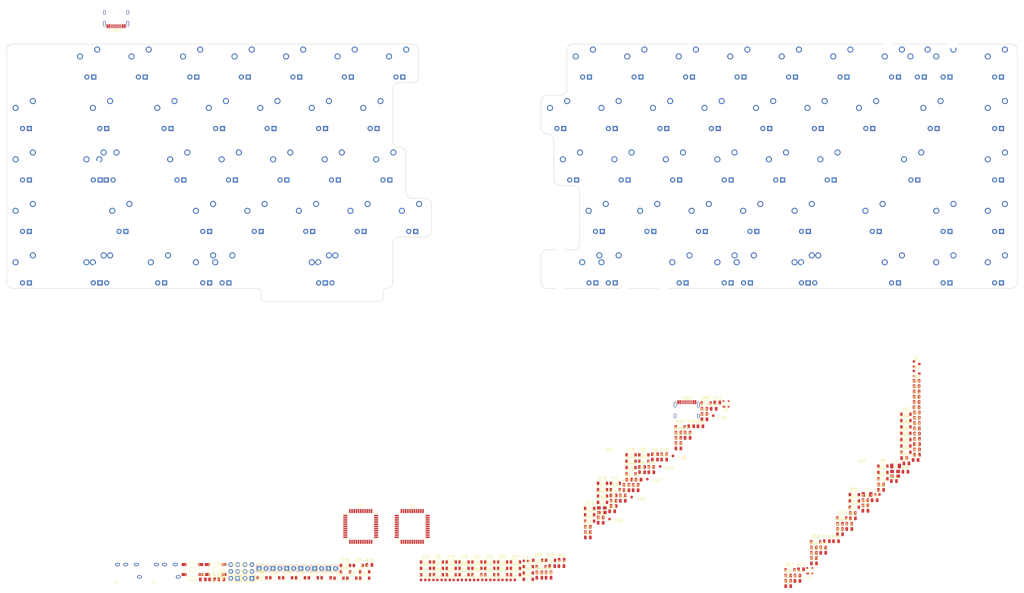
<source format=kicad_pcb>
(kicad_pcb (version 20171130) (host pcbnew "(5.0.0)")
  (title_block (title split_65) (date 2019-01-04) (rev 1.0) (company jtallbean))
  (layers (0 F.Cu signal) (31 B.Cu signal) (34 B.Paste user) (35 F.Paste user) (36 B.SilkS user) (37 F.SilkS user) (38 B.Mask user) (39 F.Mask user) (44 Edge.Cuts user))
  (net 0 "")
  (net 1 GND)
  (net 2 "Net-(C1-Pad1)")
  (net 3 "Net-(C2-Pad1)")
  (net 4 "Net-(C3-Pad1)")
  (net 5 +5V)
  (net 6 ROW0)
  (net 7 "Net-(D1-Pad2)")
  (net 8 "Net-(D2-Pad2)")
  (net 9 "Net-(D3-Pad2)")
  (net 10 "Net-(D4-Pad2)")
  (net 11 "Net-(D5-Pad2)")
  (net 12 "Net-(D6-Pad2)")
  (net 13 "Net-(D7-Pad2)")
  (net 14 "Net-(D8-Pad2)")
  (net 15 ROW1)
  (net 16 "Net-(D9-Pad2)")
  (net 17 "Net-(D10-Pad2)")
  (net 18 "Net-(D11-Pad2)")
  (net 19 "Net-(D12-Pad2)")
  (net 20 "Net-(D13-Pad2)")
  (net 21 "Net-(D14-Pad2)")
  (net 22 "Net-(D15-Pad2)")
  (net 23 ROW2)
  (net 24 "Net-(D16-Pad2)")
  (net 25 "Net-(D17-Pad2)")
  (net 26 "Net-(D18-Pad2)")
  (net 27 "Net-(D19-Pad2)")
  (net 28 "Net-(D20-Pad2)")
  (net 29 "Net-(D21-Pad2)")
  (net 30 ROW3)
  (net 31 "Net-(D22-Pad2)")
  (net 32 "Net-(D23-Pad2)")
  (net 33 "Net-(D24-Pad2)")
  (net 34 "Net-(D25-Pad2)")
  (net 35 "Net-(D26-Pad2)")
  (net 36 "Net-(D27-Pad2)")
  (net 37 "Net-(D28-Pad2)")
  (net 38 "Net-(D29-Pad2)")
  (net 39 ROW4)
  (net 40 "Net-(D30-Pad2)")
  (net 41 "Net-(D31-Pad2)")
  (net 42 "Net-(D32-Pad2)")
  (net 43 "Net-(D33-Pad2)")
  (net 44 "Net-(D34-Pad2)")
  (net 45 "Net-(D35-Pad2)")
  (net 46 VCC)
  (net 47 SCL)
  (net 48 SDA)
  (net 49 COL0)
  (net 50 "Net-(MX1-Pad4)")
  (net 51 "Net-(MX2-Pad4)")
  (net 52 COL1)
  (net 53 COL2)
  (net 54 "Net-(MX3-Pad4)")
  (net 55 COL3)
  (net 56 "Net-(MX4-Pad4)")
  (net 57 "Net-(MX5-Pad4)")
  (net 58 COL4)
  (net 59 "Net-(MX6-Pad4)")
  (net 60 COL5)
  (net 61 "Net-(MX7-Pad4)")
  (net 62 COL6)
  (net 63 "Net-(MX8-Pad4)")
  (net 64 "Net-(MX9-Pad4)")
  (net 65 "Net-(MX10-Pad4)")
  (net 66 "Net-(MX11-Pad4)")
  (net 67 "Net-(MX12-Pad4)")
  (net 68 "Net-(MX13-Pad4)")
  (net 69 "Net-(MX14-Pad4)")
  (net 70 "Net-(MX15-Pad4)")
  (net 71 "Net-(MX16-Pad4)")
  (net 72 "Net-(MX18-Pad4)")
  (net 73 "Net-(MX19-Pad4)")
  (net 74 "Net-(MX20-Pad4)")
  (net 75 "Net-(MX21-Pad4)")
  (net 76 "Net-(MX22-Pad4)")
  (net 77 "Net-(MX23-Pad4)")
  (net 78 "Net-(MX24-Pad4)")
  (net 79 "Net-(MX25-Pad4)")
  (net 80 "Net-(MX26-Pad4)")
  (net 81 "Net-(MX27-Pad4)")
  (net 82 "Net-(MX28-Pad4)")
  (net 83 "Net-(MX29-Pad4)")
  (net 84 "Net-(MX30-Pad4)")
  (net 85 "Net-(MX31-Pad4)")
  (net 86 "Net-(MX33-Pad4)")
  (net 87 "Net-(MX35-Pad4)")
  (net 88 RESET)
  (net 89 LEDGND)
  (net 90 "Net-(Q1-Pad1)")
  (net 91 LEDPWM)
  (net 92 D+)
  (net 93 "Net-(R42-Pad2)")
  (net 94 D-)
  (net 95 "Net-(R44-Pad1)")
  (net 96 "Net-(U1-Pad42)")
  (net 97 "Net-(U1-Pad20)")
  (net 98 MISO)
  (net 99 MOSI)
  (net 100 SCK)
  (net 101 "Net-(U1-Pad8)")
  (net 102 "Net-(USB1-Pad9)")
  (net 103 "Net-(USB1-Pad3)")
  (net 104 "Net-(R41-Pad2)")
  (net 105 "Net-(C8-Pad1)")
  (net 106 GNDA)
  (net 107 "Net-(C9-Pad1)")
  (net 108 "Net-(C10-Pad1)")
  (net 109 +5VA)
  (net 110 "Net-(D36-Pad2)")
  (net 111 ROW0-R)
  (net 112 "Net-(D38-Pad2)")
  (net 113 "Net-(D39-Pad2)")
  (net 114 "Net-(D40-Pad2)")
  (net 115 "Net-(D41-Pad2)")
  (net 116 "Net-(D42-Pad2)")
  (net 117 "Net-(D43-Pad2)")
  (net 118 ROW1-R)
  (net 119 "Net-(D44-Pad2)")
  (net 120 "Net-(D45-Pad2)")
  (net 121 "Net-(D46-Pad2)")
  (net 122 "Net-(D47-Pad2)")
  (net 123 "Net-(D48-Pad2)")
  (net 124 "Net-(D49-Pad2)")
  (net 125 "Net-(D50-Pad2)")
  (net 126 ROW2-R)
  (net 127 "Net-(D51-Pad2)")
  (net 128 "Net-(D52-Pad2)")
  (net 129 "Net-(D53-Pad2)")
  (net 130 "Net-(D54-Pad2)")
  (net 131 "Net-(D55-Pad2)")
  (net 132 "Net-(D56-Pad2)")
  (net 133 ROW3-R)
  (net 134 "Net-(D57-Pad2)")
  (net 135 "Net-(D58-Pad2)")
  (net 136 "Net-(D59-Pad2)")
  (net 137 "Net-(D60-Pad2)")
  (net 138 "Net-(D61-Pad2)")
  (net 139 "Net-(D62-Pad2)")
  (net 140 "Net-(D63-Pad2)")
  (net 141 ROW4-R)
  (net 142 "Net-(D64-Pad2)")
  (net 143 "Net-(D65-Pad2)")
  (net 144 "Net-(D66-Pad2)")
  (net 145 "Net-(D67-Pad2)")
  (net 146 "Net-(D68-Pad2)")
  (net 147 "Net-(D69-Pad2)")
  (net 148 "Net-(D70-Pad2)")
  (net 149 VDD)
  (net 150 SCL-R)
  (net 151 SDA-R)
  (net 152 MISO-R)
  (net 153 SCK-R)
  (net 154 MOSI-R)
  (net 155 RESET-R)
  (net 156 COL0-R)
  (net 157 COL1-R)
  (net 158 "Net-(MX36-Pad4)")
  (net 159 COL2-R)
  (net 160 "Net-(MX38-Pad4)")
  (net 161 COL3-R)
  (net 162 "Net-(MX39-Pad4)")
  (net 163 COL4-R)
  (net 164 COL5-R)
  (net 165 "Net-(MX40-Pad4)")
  (net 166 "Net-(MX41-Pad4)")
  (net 167 COL6-R)
  (net 168 "Net-(MX42-Pad4)")
  (net 169 "Net-(MX43-Pad4)")
  (net 170 "Net-(MX44-Pad4)")
  (net 171 "Net-(MX45-Pad4)")
  (net 172 "Net-(MX47-Pad4)")
  (net 173 "Net-(MX48-Pad4)")
  (net 174 "Net-(MX49-Pad4)")
  (net 175 "Net-(MX50-Pad4)")
  (net 176 "Net-(MX51-Pad4)")
  (net 177 "Net-(MX52-Pad4)")
  (net 178 "Net-(MX53-Pad4)")
  (net 179 "Net-(MX54-Pad4)")
  (net 180 "Net-(MX55-Pad4)")
  (net 181 "Net-(MX56-Pad4)")
  (net 182 "Net-(MX57-Pad4)")
  (net 183 "Net-(MX58-Pad4)")
  (net 184 "Net-(MX59-Pad4)")
  (net 185 "Net-(MX60-Pad4)")
  (net 186 "Net-(MX61-Pad4)")
  (net 187 "Net-(MX62-Pad4)")
  (net 188 "Net-(MX63-Pad4)")
  (net 189 "Net-(MX64-Pad4)")
  (net 190 "Net-(MX65-Pad4)")
  (net 191 "Net-(MX66-Pad4)")
  (net 192 "Net-(MX67-Pad4)")
  (net 193 "Net-(MX68-Pad4)")
  (net 194 LEDGND-R)
  (net 195 "Net-(Q2-Pad1)")
  (net 196 LEDPWM-R)
  (net 197 D+-R)
  (net 198 D--R)
  (net 199 "Net-(U3-Pad42)")
  (net 200 "Net-(U3-Pad21)")
  (net 201 "Net-(U3-Pad20)")
  (net 202 "Net-(U3-Pad8)")
  (net 203 "Net-(USB2-Pad9)")
  (net 204 "Net-(USB2-Pad3)")
  (net 205 "Net-(MH1-Pad1)")
  (net 206 "Net-(MH2-Pad1)")
  (net 207 HDETECT)
  (net 208 HDETECT-R)
  (net 209 "Net-(D71-Pad2)")
  (net 210 "Net-(D72-Pad2)")
  (net 211 "Net-(D73-Pad2)")
  (net 212 "Net-(D74-Pad2)")
  (net 213 LEDIND-2)
  (net 214 LEDIND-2-R)
  (net 215 LEDIND-1)
  (net 216 LEDIND-3)
  (net 217 LEDIND-1-R)
  (net 218 LEDIND-3-R)
  (net 219 VBUS)
  (net 220 VDC)
  (net 221 "Net-(U1-Pad1)")
  (net 222 "Net-(D75-Pad2)")
  (net 223 "Net-(D76-Pad2)")
  (net 224 "Net-(D77-Pad2)")
  (net 225 "Net-(D78-Pad2)")
  (net 226 "Net-(D79-Pad2)")
  (net 227 "Net-(D80-Pad2)")
  (net 228 "Net-(D81-Pad2)")
  (net 229 COL7-R)
  (net 230 COL8-R)
  (net 231 "Net-(MX69-Pad4)")
  (net 232 "Net-(MX70-Pad4)")
  (net 233 "Net-(MX71-Pad4)")
  (net 234 "Net-(MX72-Pad4)")
  (net 235 "Net-(MX73-Pad4)")
  (net 236 "Net-(MX75-Pad4)")
  (net 237 "Net-(MX76-Pad4)")
  (net 238 "Net-(MX78-Pad4)")
  (net 239 "Net-(MX80-Pad4)")
  (net 240 "Net-(MX81-Pad4)")
  (net 241 "Net-(MX82-Pad4)")
  (net 242 "Net-(R24-Pad2)")
  (net 243 "Net-(R45-Pad1)")
  (net 244 "Net-(R72-Pad2)")
  (net 245 "Net-(R92-Pad2)")
  (net 246 "Net-(R93-Pad2)")
  (net 247 "Net-(R95-Pad1)")
  (net 248 "Net-(R96-Pad1)")
  (module Capacitor_SMD:C_0603_1608Metric (layer F.Cu) (at 190.565001 253.172501)
    (fp_text reference C1 (at 0 -1.43) (layer F.SilkS))
    (fp_text value 22pF)
    (pad 1 smd roundrect (at -0.7875 0) (size 0.875 0.95) (layers F.Cu F.Paste F.Mask) (net 2 "Net-(C1-Pad1)"))
    (pad 2 smd roundrect (at 0.7875 0) (size 0.875 0.95) (layers F.Cu F.Paste F.Mask) (net 1 GND))
  )
  (module Capacitor_SMD:C_0603_1608Metric (layer F.Cu) (at 205.615001 253.172501)
    (fp_text reference C2 (at 0 -1.43) (layer F.SilkS))
    (fp_text value 22pF)
    (pad 2 smd roundrect (at 0.7875 0) (size 0.875 0.95) (layers F.Cu F.Paste F.Mask) (net 1 GND))
    (pad 1 smd roundrect (at -0.7875 0) (size 0.875 0.95) (layers F.Cu F.Paste F.Mask) (net 3 "Net-(C2-Pad1)"))
  )
  (module Capacitor_SMD:C_0603_1608Metric (layer F.Cu) (at 213.515001 246.122501)
    (fp_text reference C3 (at 0 -1.43) (layer F.SilkS))
    (fp_text value 1uF)
    (pad 1 smd roundrect (at -0.7875 0) (size 0.875 0.95) (layers F.Cu F.Paste F.Mask) (net 4 "Net-(C3-Pad1)"))
    (pad 2 smd roundrect (at 0.7875 0) (size 0.875 0.95) (layers F.Cu F.Paste F.Mask) (net 1 GND))
  )
  (module Capacitor_SMD:C_0603_1608Metric (layer F.Cu) (at 202.605001 253.172501)
    (fp_text reference C4 (at 0 -1.43) (layer F.SilkS))
    (fp_text value 0.1uF)
    (pad 2 smd roundrect (at 0.7875 0) (size 0.875 0.95) (layers F.Cu F.Paste F.Mask) (net 1 GND))
    (pad 1 smd roundrect (at -0.7875 0) (size 0.875 0.95) (layers F.Cu F.Paste F.Mask) (net 5 +5V))
  )
  (module Capacitor_SMD:C_0603_1608Metric (layer F.Cu) (at 196.585001 253.172501)
    (fp_text reference C5 (at 0 -1.43) (layer F.SilkS))
    (fp_text value 0.1uF)
    (pad 1 smd roundrect (at -0.7875 0) (size 0.875 0.95) (layers F.Cu F.Paste F.Mask) (net 5 +5V))
    (pad 2 smd roundrect (at 0.7875 0) (size 0.875 0.95) (layers F.Cu F.Paste F.Mask) (net 1 GND))
  )
  (module Capacitor_SMD:C_0603_1608Metric (layer F.Cu) (at 193.575001 253.172501)
    (fp_text reference C6 (at 0 -1.43) (layer F.SilkS))
    (fp_text value 0.1uF)
    (pad 1 smd roundrect (at -0.7875 0) (size 0.875 0.95) (layers F.Cu F.Paste F.Mask) (net 5 +5V))
    (pad 2 smd roundrect (at 0.7875 0) (size 0.875 0.95) (layers F.Cu F.Paste F.Mask) (net 1 GND))
  )
  (module Capacitor_SMD:C_0603_1608Metric (layer F.Cu) (at 187.555001 253.172501)
    (fp_text reference C7 (at 0 -1.43) (layer F.SilkS))
    (fp_text value 10uF)
    (pad 1 smd roundrect (at -0.7875 0) (size 0.875 0.95) (layers F.Cu F.Paste F.Mask) (net 5 +5V))
    (pad 2 smd roundrect (at 0.7875 0) (size 0.875 0.95) (layers F.Cu F.Paste F.Mask) (net 1 GND))
  )
  (module Capacitor_SMD:C_0603_1608Metric (layer F.Cu) (at 184.545001 253.172501)
    (fp_text reference C8 (at 0 -1.43) (layer F.SilkS))
    (fp_text value 22pF)
    (pad 2 smd roundrect (at 0.7875 0) (size 0.875 0.95) (layers F.Cu F.Paste F.Mask) (net 106 GNDA))
    (pad 1 smd roundrect (at -0.7875 0) (size 0.875 0.95) (layers F.Cu F.Paste F.Mask) (net 105 "Net-(C8-Pad1)"))
  )
  (module Capacitor_SMD:C_0603_1608Metric (layer F.Cu) (at 181.535001 253.172501)
    (fp_text reference C9 (at 0 -1.43) (layer F.SilkS))
    (fp_text value 22pF)
    (pad 1 smd roundrect (at -0.7875 0) (size 0.875 0.95) (layers F.Cu F.Paste F.Mask) (net 107 "Net-(C9-Pad1)"))
    (pad 2 smd roundrect (at 0.7875 0) (size 0.875 0.95) (layers F.Cu F.Paste F.Mask) (net 106 GNDA))
  )
  (module Capacitor_SMD:C_0603_1608Metric (layer F.Cu) (at 343.491251 221.555001)
    (fp_text reference C10 (at 0 -1.43) (layer F.SilkS))
    (fp_text value 1uF)
    (pad 2 smd roundrect (at 0.7875 0) (size 0.875 0.95) (layers F.Cu F.Paste F.Mask) (net 106 GNDA))
    (pad 1 smd roundrect (at -0.7875 0) (size 0.875 0.95) (layers F.Cu F.Paste F.Mask) (net 108 "Net-(C10-Pad1)"))
  )
  (module Capacitor_SMD:C_0603_1608Metric (layer F.Cu) (at 199.595001 253.172501)
    (fp_text reference C11 (at 0 -1.43) (layer F.SilkS))
    (fp_text value 0.1uF)
    (pad 1 smd roundrect (at -0.7875 0) (size 0.875 0.95) (layers F.Cu F.Paste F.Mask) (net 109 +5VA))
    (pad 2 smd roundrect (at 0.7875 0) (size 0.875 0.95) (layers F.Cu F.Paste F.Mask) (net 106 GNDA))
  )
  (module Capacitor_SMD:C_0603_1608Metric (layer F.Cu) (at 208.625001 253.172501)
    (fp_text reference C12 (at 0 -1.43) (layer F.SilkS))
    (fp_text value 0.1uF)
    (pad 2 smd roundrect (at 0.7875 0) (size 0.875 0.95) (layers F.Cu F.Paste F.Mask) (net 106 GNDA))
    (pad 1 smd roundrect (at -0.7875 0) (size 0.875 0.95) (layers F.Cu F.Paste F.Mask) (net 109 +5VA))
  )
  (module Capacitor_SMD:C_0603_1608Metric (layer F.Cu) (at 175.515001 253.172501)
    (fp_text reference C13 (at 0 -1.43) (layer F.SilkS))
    (fp_text value 0.1uF)
    (pad 2 smd roundrect (at 0.7875 0) (size 0.875 0.95) (layers F.Cu F.Paste F.Mask) (net 106 GNDA))
    (pad 1 smd roundrect (at -0.7875 0) (size 0.875 0.95) (layers F.Cu F.Paste F.Mask) (net 109 +5VA))
  )
  (module Capacitor_SMD:C_0603_1608Metric (layer F.Cu) (at 178.525001 253.172501)
    (fp_text reference C14 (at 0 -1.43) (layer F.SilkS))
    (fp_text value 10uF)
    (pad 2 smd roundrect (at 0.7875 0) (size 0.875 0.95) (layers F.Cu F.Paste F.Mask) (net 106 GNDA))
    (pad 1 smd roundrect (at -0.7875 0) (size 0.875 0.95) (layers F.Cu F.Paste F.Mask) (net 109 +5VA))
  )
  (module Diode_SMD:D_SOD-123 (layer F.Cu) (at 241.845001 219.762501)
    (fp_text reference D1 (at 0 -2) (layer F.SilkS))
    (fp_text value SOD-123)
    (pad 1 smd rect (at -1.65 0) (size 0.9 1.2) (layers F.Cu F.Paste F.Mask) (net 6 ROW0))
    (pad 2 smd rect (at 1.65 0) (size 0.9 1.2) (layers F.Cu F.Paste F.Mask) (net 7 "Net-(D1-Pad2)"))
  )
  (module Diode_SMD:D_SOD-123 (layer F.Cu) (at 252.395001 213.912501)
    (fp_text reference D2 (at 0 -2) (layer F.SilkS))
    (fp_text value SOD-123)
    (pad 1 smd rect (at -1.65 0) (size 0.9 1.2) (layers F.Cu F.Paste F.Mask) (net 6 ROW0))
    (pad 2 smd rect (at 1.65 0) (size 0.9 1.2) (layers F.Cu F.Paste F.Mask) (net 8 "Net-(D2-Pad2)"))
  )
  (module Diode_SMD:D_SOD-123 (layer F.Cu) (at 115.865001 252.372501)
    (fp_text reference D3 (at 0 -2) (layer F.SilkS))
    (fp_text value SOD-123)
    (pad 1 smd rect (at -1.65 0) (size 0.9 1.2) (layers F.Cu F.Paste F.Mask) (net 6 ROW0))
    (pad 2 smd rect (at 1.65 0) (size 0.9 1.2) (layers F.Cu F.Paste F.Mask) (net 9 "Net-(D3-Pad2)"))
  )
  (module Diode_SMD:D_SOD-123 (layer F.Cu) (at 176.385001 251.242501)
    (fp_text reference D4 (at 0 -2) (layer F.SilkS))
    (fp_text value SOD-123)
    (pad 2 smd rect (at 1.65 0) (size 0.9 1.2) (layers F.Cu F.Paste F.Mask) (net 10 "Net-(D4-Pad2)"))
    (pad 1 smd rect (at -1.65 0) (size 0.9 1.2) (layers F.Cu F.Paste F.Mask) (net 6 ROW0))
  )
  (module Diode_SMD:D_SOD-123 (layer F.Cu) (at 176.385001 248.892501)
    (fp_text reference D5 (at 0 -2) (layer F.SilkS))
    (fp_text value SOD-123)
    (pad 2 smd rect (at 1.65 0) (size 0.9 1.2) (layers F.Cu F.Paste F.Mask) (net 11 "Net-(D5-Pad2)"))
    (pad 1 smd rect (at -1.65 0) (size 0.9 1.2) (layers F.Cu F.Paste F.Mask) (net 6 ROW0))
  )
  (module Diode_SMD:D_SOD-123 (layer F.Cu) (at 181.135001 246.542501)
    (fp_text reference D6 (at 0 -2) (layer F.SilkS))
    (fp_text value SOD-123)
    (pad 2 smd rect (at 1.65 0) (size 0.9 1.2) (layers F.Cu F.Paste F.Mask) (net 12 "Net-(D6-Pad2)"))
    (pad 1 smd rect (at -1.65 0) (size 0.9 1.2) (layers F.Cu F.Paste F.Mask) (net 6 ROW0))
  )
  (module Diode_SMD:D_SOD-123 (layer F.Cu) (at 335.001251 223.925001)
    (fp_text reference D7 (at 0 -2) (layer F.SilkS))
    (fp_text value SOD-123)
    (pad 1 smd rect (at -1.65 0) (size 0.9 1.2) (layers F.Cu F.Paste F.Mask) (net 6 ROW0))
    (pad 2 smd rect (at 1.65 0) (size 0.9 1.2) (layers F.Cu F.Paste F.Mask) (net 13 "Net-(D7-Pad2)"))
  )
  (module Diode_SMD:D_SOD-123 (layer F.Cu) (at 345.551251 211.025001)
    (fp_text reference D8 (at 0 -2) (layer F.SilkS))
    (fp_text value SOD-123)
    (pad 2 smd rect (at 1.65 0) (size 0.9 1.2) (layers F.Cu F.Paste F.Mask) (net 14 "Net-(D8-Pad2)"))
    (pad 1 smd rect (at -1.65 0) (size 0.9 1.2) (layers F.Cu F.Paste F.Mask) (net 15 ROW1))
  )
  (module Diode_SMD:D_SOD-123 (layer F.Cu) (at 354.061251 201.225001)
    (fp_text reference D9 (at 0 -2) (layer F.SilkS))
    (fp_text value SOD-123)
    (pad 1 smd rect (at -1.65 0) (size 0.9 1.2) (layers F.Cu F.Paste F.Mask) (net 15 ROW1))
    (pad 2 smd rect (at 1.65 0) (size 0.9 1.2) (layers F.Cu F.Paste F.Mask) (net 16 "Net-(D9-Pad2)"))
  )
  (module Diode_SMD:D_SOD-123 (layer F.Cu) (at 354.061251 198.875001)
    (fp_text reference D10 (at 0 -2) (layer F.SilkS))
    (fp_text value SOD-123)
    (pad 1 smd rect (at -1.65 0) (size 0.9 1.2) (layers F.Cu F.Paste F.Mask) (net 15 ROW1))
    (pad 2 smd rect (at 1.65 0) (size 0.9 1.2) (layers F.Cu F.Paste F.Mask) (net 17 "Net-(D10-Pad2)"))
  )
  (module Diode_SMD:D_SOD-123 (layer F.Cu) (at 237.085001 231.402501)
    (fp_text reference D11 (at 0 -2) (layer F.SilkS))
    (fp_text value SOD-123)
    (pad 1 smd rect (at -1.65 0) (size 0.9 1.2) (layers F.Cu F.Paste F.Mask) (net 15 ROW1))
    (pad 2 smd rect (at 1.65 0) (size 0.9 1.2) (layers F.Cu F.Paste F.Mask) (net 18 "Net-(D11-Pad2)"))
  )
  (module Diode_SMD:D_SOD-123 (layer F.Cu) (at 252.395001 211.562501)
    (fp_text reference D12 (at 0 -2) (layer F.SilkS))
    (fp_text value SOD-123)
    (pad 1 smd rect (at -1.65 0) (size 0.9 1.2) (layers F.Cu F.Paste F.Mask) (net 15 ROW1))
    (pad 2 smd rect (at 1.65 0) (size 0.9 1.2) (layers F.Cu F.Paste F.Mask) (net 19 "Net-(D12-Pad2)"))
  )
  (module Diode_SMD:D_SOD-123 (layer F.Cu) (at 335.001251 226.275001)
    (fp_text reference D13 (at 0 -2) (layer F.SilkS))
    (fp_text value SOD-123)
    (pad 1 smd rect (at -1.65 0) (size 0.9 1.2) (layers F.Cu F.Paste F.Mask) (net 15 ROW1))
    (pad 2 smd rect (at 1.65 0) (size 0.9 1.2) (layers F.Cu F.Paste F.Mask) (net 20 "Net-(D13-Pad2)"))
  )
  (module Diode_SMD:D_SOD-123 (layer F.Cu) (at 345.551251 215.725001)
    (fp_text reference D14 (at 0 -2) (layer F.SilkS))
    (fp_text value SOD-123)
    (pad 1 smd rect (at -1.65 0) (size 0.9 1.2) (layers F.Cu F.Paste F.Mask) (net 15 ROW1))
    (pad 2 smd rect (at 1.65 0) (size 0.9 1.2) (layers F.Cu F.Paste F.Mask) (net 21 "Net-(D14-Pad2)"))
  )
  (module Diode_SMD:D_SOD-123 (layer F.Cu) (at 222.635001 245.902501)
    (fp_text reference D15 (at 0 -2) (layer F.SilkS))
    (fp_text value SOD-123)
    (pad 2 smd rect (at 1.65 0) (size 0.9 1.2) (layers F.Cu F.Paste F.Mask) (net 22 "Net-(D15-Pad2)"))
    (pad 1 smd rect (at -1.65 0) (size 0.9 1.2) (layers F.Cu F.Paste F.Mask) (net 23 ROW2))
  )
  (module Diode_SMD:D_SOD-123 (layer F.Cu) (at 219.135001 248.252501)
    (fp_text reference D16 (at 0 -2) (layer F.SilkS))
    (fp_text value SOD-123)
    (pad 2 smd rect (at 1.65 0) (size 0.9 1.2) (layers F.Cu F.Paste F.Mask) (net 24 "Net-(D16-Pad2)"))
    (pad 1 smd rect (at -1.65 0) (size 0.9 1.2) (layers F.Cu F.Paste F.Mask) (net 23 ROW2))
  )
  (module Diode_SMD:D_SOD-123 (layer F.Cu) (at 311.191251 249.425001)
    (fp_text reference D17 (at 0 -2) (layer F.SilkS))
    (fp_text value SOD-123)
    (pad 1 smd rect (at -1.65 0) (size 0.9 1.2) (layers F.Cu F.Paste F.Mask) (net 23 ROW2))
    (pad 2 smd rect (at 1.65 0) (size 0.9 1.2) (layers F.Cu F.Paste F.Mask) (net 25 "Net-(D17-Pad2)"))
  )
  (module Diode_SMD:D_SOD-123 (layer F.Cu) (at 320.721251 239.045001)
    (fp_text reference D18 (at 0 -2) (layer F.SilkS))
    (fp_text value SOD-123)
    (pad 1 smd rect (at -1.65 0) (size 0.9 1.2) (layers F.Cu F.Paste F.Mask) (net 23 ROW2))
    (pad 2 smd rect (at 1.65 0) (size 0.9 1.2) (layers F.Cu F.Paste F.Mask) (net 26 "Net-(D18-Pad2)"))
  )
  (module Diode_SMD:D_SOD-123 (layer F.Cu) (at 330.361251 230.225001)
    (fp_text reference D19 (at 0 -2) (layer F.SilkS))
    (fp_text value SOD-123)
    (pad 1 smd rect (at -1.65 0) (size 0.9 1.2) (layers F.Cu F.Paste F.Mask) (net 23 ROW2))
    (pad 2 smd rect (at 1.65 0) (size 0.9 1.2) (layers F.Cu F.Paste F.Mask) (net 27 "Net-(D19-Pad2)"))
  )
  (module Diode_SMD:D_SOD-123 (layer F.Cu) (at 270.565001 196.482501)
    (fp_text reference D20 (at 0 -2) (layer F.SilkS))
    (fp_text value SOD-123)
    (pad 2 smd rect (at 1.65 0) (size 0.9 1.2) (layers F.Cu F.Paste F.Mask) (net 28 "Net-(D20-Pad2)"))
    (pad 1 smd rect (at -1.65 0) (size 0.9 1.2) (layers F.Cu F.Paste F.Mask) (net 23 ROW2))
  )
  (module Diode_SMD:D_SOD-123 (layer F.Cu) (at 354.061251 205.925001)
    (fp_text reference D21 (at 0 -2) (layer F.SilkS))
    (fp_text value SOD-123)
    (pad 1 smd rect (at -1.65 0) (size 0.9 1.2) (layers F.Cu F.Paste F.Mask) (net 23 ROW2))
    (pad 2 smd rect (at 1.65 0) (size 0.9 1.2) (layers F.Cu F.Paste F.Mask) (net 29 "Net-(D21-Pad2)"))
  )
  (module Diode_SMD:D_SOD-123 (layer F.Cu) (at 354.061251 203.575001)
    (fp_text reference D22 (at 0 -2) (layer F.SilkS))
    (fp_text value SOD-123)
    (pad 1 smd rect (at -1.65 0) (size 0.9 1.2) (layers F.Cu F.Paste F.Mask) (net 30 ROW3))
    (pad 2 smd rect (at 1.65 0) (size 0.9 1.2) (layers F.Cu F.Paste F.Mask) (net 31 "Net-(D22-Pad2)"))
  )
  (module Diode_SMD:D_SOD-123 (layer F.Cu) (at 345.551251 213.375001)
    (fp_text reference D23 (at 0 -2) (layer F.SilkS))
    (fp_text value SOD-123)
    (pad 2 smd rect (at 1.65 0) (size 0.9 1.2) (layers F.Cu F.Paste F.Mask) (net 32 "Net-(D23-Pad2)"))
    (pad 1 smd rect (at -1.65 0) (size 0.9 1.2) (layers F.Cu F.Paste F.Mask) (net 30 ROW3))
  )
  (module Diode_SMD:D_SOD-123 (layer F.Cu) (at 214.385001 252.952501)
    (fp_text reference D24 (at 0 -2) (layer F.SilkS))
    (fp_text value SOD-123)
    (pad 1 smd rect (at -1.65 0) (size 0.9 1.2) (layers F.Cu F.Paste F.Mask) (net 30 ROW3))
    (pad 2 smd rect (at 1.65 0) (size 0.9 1.2) (layers F.Cu F.Paste F.Mask) (net 33 "Net-(D24-Pad2)"))
  )
  (module Diode_SMD:D_SOD-123 (layer F.Cu) (at 214.385001 250.602501)
    (fp_text reference D25 (at 0 -2) (layer F.SilkS))
    (fp_text value SOD-123)
    (pad 2 smd rect (at 1.65 0) (size 0.9 1.2) (layers F.Cu F.Paste F.Mask) (net 34 "Net-(D25-Pad2)"))
    (pad 1 smd rect (at -1.65 0) (size 0.9 1.2) (layers F.Cu F.Paste F.Mask) (net 30 ROW3))
  )
  (module Diode_SMD:D_SOD-123 (layer F.Cu) (at 195.385001 248.892501)
    (fp_text reference D26 (at 0 -2) (layer F.SilkS))
    (fp_text value SOD-123)
    (pad 1 smd rect (at -1.65 0) (size 0.9 1.2) (layers F.Cu F.Paste F.Mask) (net 30 ROW3))
    (pad 2 smd rect (at 1.65 0) (size 0.9 1.2) (layers F.Cu F.Paste F.Mask) (net 35 "Net-(D26-Pad2)"))
  )
  (module Diode_SMD:D_SOD-123 (layer F.Cu) (at 204.885001 251.242501)
    (fp_text reference D27 (at 0 -2) (layer F.SilkS))
    (fp_text value SOD-123)
    (pad 2 smd rect (at 1.65 0) (size 0.9 1.2) (layers F.Cu F.Paste F.Mask) (net 36 "Net-(D27-Pad2)"))
    (pad 1 smd rect (at -1.65 0) (size 0.9 1.2) (layers F.Cu F.Paste F.Mask) (net 30 ROW3))
  )
  (module Diode_SMD:D_SOD-123 (layer F.Cu) (at 217.885001 245.902501)
    (fp_text reference D28 (at 0 -2) (layer F.SilkS))
    (fp_text value SOD-123)
    (pad 2 smd rect (at 1.65 0) (size 0.9 1.2) (layers F.Cu F.Paste F.Mask) (net 37 "Net-(D28-Pad2)"))
    (pad 1 smd rect (at -1.65 0) (size 0.9 1.2) (layers F.Cu F.Paste F.Mask) (net 30 ROW3))
  )
  (module Diode_SMD:D_SOD-123 (layer F.Cu) (at 209.635001 248.892501)
    (fp_text reference D29 (at 0 -2) (layer F.SilkS))
    (fp_text value SOD-123)
    (pad 1 smd rect (at -1.65 0) (size 0.9 1.2) (layers F.Cu F.Paste F.Mask) (net 39 ROW4))
    (pad 2 smd rect (at 1.65 0) (size 0.9 1.2) (layers F.Cu F.Paste F.Mask) (net 38 "Net-(D29-Pad2)"))
  )
  (module Diode_SMD:D_SOD-123 (layer F.Cu) (at 200.135001 248.892501)
    (fp_text reference D30 (at 0 -2) (layer F.SilkS))
    (fp_text value SOD-123)
    (pad 2 smd rect (at 1.65 0) (size 0.9 1.2) (layers F.Cu F.Paste F.Mask) (net 40 "Net-(D30-Pad2)"))
    (pad 1 smd rect (at -1.65 0) (size 0.9 1.2) (layers F.Cu F.Paste F.Mask) (net 39 ROW4))
  )
  (module Diode_SMD:D_SOD-123 (layer F.Cu) (at 120.615001 252.372501)
    (fp_text reference D31 (at 0 -2) (layer F.SilkS))
    (fp_text value SOD-123)
    (pad 2 smd rect (at 1.65 0) (size 0.9 1.2) (layers F.Cu F.Paste F.Mask) (net 41 "Net-(D31-Pad2)"))
    (pad 1 smd rect (at -1.65 0) (size 0.9 1.2) (layers F.Cu F.Paste F.Mask) (net 39 ROW4))
  )
  (module Diode_SMD:D_SOD-123 (layer F.Cu) (at 125.365001 252.372501)
    (fp_text reference D32 (at 0 -2) (layer F.SilkS))
    (fp_text value SOD-123)
    (pad 2 smd rect (at 1.65 0) (size 0.9 1.2) (layers F.Cu F.Paste F.Mask) (net 42 "Net-(D32-Pad2)"))
    (pad 1 smd rect (at -1.65 0) (size 0.9 1.2) (layers F.Cu F.Paste F.Mask) (net 39 ROW4))
  )
  (module Diode_SMD:D_SOD-123 (layer F.Cu) (at 130.115001 252.372501)
    (fp_text reference D33 (at 0 -2) (layer F.SilkS))
    (fp_text value SOD-123)
    (pad 1 smd rect (at -1.65 0) (size 0.9 1.2) (layers F.Cu F.Paste F.Mask) (net 39 ROW4))
    (pad 2 smd rect (at 1.65 0) (size 0.9 1.2) (layers F.Cu F.Paste F.Mask) (net 43 "Net-(D33-Pad2)"))
  )
  (module locallib:LED_D3.0mm (layer F.Cu) (at 116.065001 248.922501)
    (fp_text reference D34)
    (fp_text value LED_3mm)
    (pad 1 thru_hole rect (at -1.27 0) (size 1.8 1.8) (drill 0.9) (layers *.Cu B.Mask) (net 1 GND))
    (pad 2 thru_hole circle (at 1.27 0) (size 1.8 1.8) (drill 0.9) (layers *.Cu B.Mask) (net 44 "Net-(D34-Pad2)"))
  )
  (module locallib:LED_D3.0mm (layer F.Cu) (at 121.215001 248.922501)
    (fp_text reference D35)
    (fp_text value LED_3mm)
    (pad 2 thru_hole circle (at 1.27 0) (size 1.8 1.8) (drill 0.9) (layers *.Cu B.Mask) (net 45 "Net-(D35-Pad2)"))
    (pad 1 thru_hole rect (at -1.27 0) (size 1.8 1.8) (drill 0.9) (layers *.Cu B.Mask) (net 1 GND))
  )
  (module locallib:LED_D3.0mm (layer F.Cu) (at 126.365001 248.922501)
    (fp_text reference D36)
    (fp_text value LED_3mm)
    (pad 2 thru_hole circle (at 1.27 0) (size 1.8 1.8) (drill 0.9) (layers *.Cu B.Mask) (net 110 "Net-(D36-Pad2)"))
    (pad 1 thru_hole rect (at -1.27 0) (size 1.8 1.8) (drill 0.9) (layers *.Cu B.Mask) (net 1 GND))
  )
  (module Diode_SMD:D_SOD-123 (layer F.Cu) (at 139.615001 252.372501)
    (fp_text reference D37 (at 0 -2) (layer F.SilkS))
    (fp_text value Schottky)
    (pad 2 smd rect (at 1.65 0) (size 0.9 1.2) (layers F.Cu F.Paste F.Mask) (net 219 VBUS))
    (pad 1 smd rect (at -1.65 0) (size 0.9 1.2) (layers F.Cu F.Paste F.Mask) (net 5 +5V))
  )
  (module Diode_SMD:D_SOD-123 (layer F.Cu) (at 146.765001 247.822501)
    (fp_text reference D38 (at 0 -2) (layer F.SilkS))
    (fp_text value SOD-123)
    (pad 2 smd rect (at 1.65 0) (size 0.9 1.2) (layers F.Cu F.Paste F.Mask) (net 112 "Net-(D38-Pad2)"))
    (pad 1 smd rect (at -1.65 0) (size 0.9 1.2) (layers F.Cu F.Paste F.Mask) (net 111 ROW0-R))
  )
  (module Diode_SMD:D_SOD-123 (layer F.Cu) (at 151.515001 247.822501)
    (fp_text reference D39 (at 0 -2) (layer F.SilkS))
    (fp_text value SOD-123)
    (pad 2 smd rect (at 1.65 0) (size 0.9 1.2) (layers F.Cu F.Paste F.Mask) (net 113 "Net-(D39-Pad2)"))
    (pad 1 smd rect (at -1.65 0) (size 0.9 1.2) (layers F.Cu F.Paste F.Mask) (net 111 ROW0-R))
  )
  (module Diode_SMD:D_SOD-123 (layer F.Cu) (at 146.765001 250.172501)
    (fp_text reference D40 (at 0 -2) (layer F.SilkS))
    (fp_text value SOD-123)
    (pad 2 smd rect (at 1.65 0) (size 0.9 1.2) (layers F.Cu F.Paste F.Mask) (net 114 "Net-(D40-Pad2)"))
    (pad 1 smd rect (at -1.65 0) (size 0.9 1.2) (layers F.Cu F.Paste F.Mask) (net 111 ROW0-R))
  )
  (module Diode_SMD:D_SOD-123 (layer F.Cu) (at 144.365001 252.522501)
    (fp_text reference D41 (at 0 -2) (layer F.SilkS))
    (fp_text value SOD-123)
    (pad 2 smd rect (at 1.65 0) (size 0.9 1.2) (layers F.Cu F.Paste F.Mask) (net 115 "Net-(D41-Pad2)"))
    (pad 1 smd rect (at -1.65 0) (size 0.9 1.2) (layers F.Cu F.Paste F.Mask) (net 111 ROW0-R))
  )
  (module Diode_SMD:D_SOD-123 (layer F.Cu) (at 149.115001 252.522501)
    (fp_text reference D42 (at 0 -2) (layer F.SilkS))
    (fp_text value SOD-123)
    (pad 1 smd rect (at -1.65 0) (size 0.9 1.2) (layers F.Cu F.Paste F.Mask) (net 111 ROW0-R))
    (pad 2 smd rect (at 1.65 0) (size 0.9 1.2) (layers F.Cu F.Paste F.Mask) (net 116 "Net-(D42-Pad2)"))
  )
  (module Diode_SMD:D_SOD-123 (layer F.Cu) (at 153.865001 250.172501)
    (fp_text reference D43 (at 0 -2) (layer F.SilkS))
    (fp_text value SOD-123)
    (pad 1 smd rect (at -1.65 0) (size 0.9 1.2) (layers F.Cu F.Paste F.Mask) (net 111 ROW0-R))
    (pad 2 smd rect (at 1.65 0) (size 0.9 1.2) (layers F.Cu F.Paste F.Mask) (net 117 "Net-(D43-Pad2)"))
  )
  (module Diode_SMD:D_SOD-123 (layer F.Cu) (at 153.865001 252.522501)
    (fp_text reference D44 (at 0 -2) (layer F.SilkS))
    (fp_text value SOD-123)
    (pad 1 smd rect (at -1.65 0) (size 0.9 1.2) (layers F.Cu F.Paste F.Mask) (net 111 ROW0-R))
    (pad 2 smd rect (at 1.65 0) (size 0.9 1.2) (layers F.Cu F.Paste F.Mask) (net 119 "Net-(D44-Pad2)"))
  )
  (module Diode_SMD:D_SOD-123 (layer F.Cu) (at 176.385001 246.542501)
    (fp_text reference D45 (at 0 -2) (layer F.SilkS))
    (fp_text value SOD-123)
    (pad 2 smd rect (at 1.65 0) (size 0.9 1.2) (layers F.Cu F.Paste F.Mask) (net 120 "Net-(D45-Pad2)"))
    (pad 1 smd rect (at -1.65 0) (size 0.9 1.2) (layers F.Cu F.Paste F.Mask) (net 111 ROW0-R))
  )
  (module Diode_SMD:D_SOD-123 (layer F.Cu) (at 134.865001 252.372501)
    (fp_text reference D46 (at 0 -2) (layer F.SilkS))
    (fp_text value SOD-123)
    (pad 1 smd rect (at -1.65 0) (size 0.9 1.2) (layers F.Cu F.Paste F.Mask) (net 111 ROW0-R))
    (pad 2 smd rect (at 1.65 0) (size 0.9 1.2) (layers F.Cu F.Paste F.Mask) (net 121 "Net-(D46-Pad2)"))
  )
  (module Diode_SMD:D_SOD-123 (layer F.Cu) (at 181.135001 248.892501)
    (fp_text reference D47 (at 0 -2) (layer F.SilkS))
    (fp_text value SOD-123)
    (pad 1 smd rect (at -1.65 0) (size 0.9 1.2) (layers F.Cu F.Paste F.Mask) (net 118 ROW1-R))
    (pad 2 smd rect (at 1.65 0) (size 0.9 1.2) (layers F.Cu F.Paste F.Mask) (net 122 "Net-(D47-Pad2)"))
  )
  (module Diode_SMD:D_SOD-123 (layer F.Cu) (at 185.885001 246.542501)
    (fp_text reference D48 (at 0 -2) (layer F.SilkS))
    (fp_text value SOD-123)
    (pad 1 smd rect (at -1.65 0) (size 0.9 1.2) (layers F.Cu F.Paste F.Mask) (net 118 ROW1-R))
    (pad 2 smd rect (at 1.65 0) (size 0.9 1.2) (layers F.Cu F.Paste F.Mask) (net 123 "Net-(D48-Pad2)"))
  )
  (module Diode_SMD:D_SOD-123 (layer F.Cu) (at 190.635001 246.542501)
    (fp_text reference D49 (at 0 -2) (layer F.SilkS))
    (fp_text value SOD-123)
    (pad 2 smd rect (at 1.65 0) (size 0.9 1.2) (layers F.Cu F.Paste F.Mask) (net 124 "Net-(D49-Pad2)"))
    (pad 1 smd rect (at -1.65 0) (size 0.9 1.2) (layers F.Cu F.Paste F.Mask) (net 118 ROW1-R))
  )
  (module Diode_SMD:D_SOD-123 (layer F.Cu) (at 185.885001 248.892501)
    (fp_text reference D50 (at 0 -2) (layer F.SilkS))
    (fp_text value SOD-123)
    (pad 1 smd rect (at -1.65 0) (size 0.9 1.2) (layers F.Cu F.Paste F.Mask) (net 118 ROW1-R))
    (pad 2 smd rect (at 1.65 0) (size 0.9 1.2) (layers F.Cu F.Paste F.Mask) (net 125 "Net-(D50-Pad2)"))
  )
  (module Diode_SMD:D_SOD-123 (layer F.Cu) (at 185.885001 251.242501)
    (fp_text reference D51 (at 0 -2) (layer F.SilkS))
    (fp_text value SOD-123)
    (pad 2 smd rect (at 1.65 0) (size 0.9 1.2) (layers F.Cu F.Paste F.Mask) (net 127 "Net-(D51-Pad2)"))
    (pad 1 smd rect (at -1.65 0) (size 0.9 1.2) (layers F.Cu F.Paste F.Mask) (net 118 ROW1-R))
  )
  (module Diode_SMD:D_SOD-123 (layer F.Cu) (at 195.385001 246.542501)
    (fp_text reference D52 (at 0 -2) (layer F.SilkS))
    (fp_text value SOD-123)
    (pad 2 smd rect (at 1.65 0) (size 0.9 1.2) (layers F.Cu F.Paste F.Mask) (net 128 "Net-(D52-Pad2)"))
    (pad 1 smd rect (at -1.65 0) (size 0.9 1.2) (layers F.Cu F.Paste F.Mask) (net 118 ROW1-R))
  )
  (module Diode_SMD:D_SOD-123 (layer F.Cu) (at 190.635001 248.892501)
    (fp_text reference D53 (at 0 -2) (layer F.SilkS))
    (fp_text value SOD-123)
    (pad 2 smd rect (at 1.65 0) (size 0.9 1.2) (layers F.Cu F.Paste F.Mask) (net 129 "Net-(D53-Pad2)"))
    (pad 1 smd rect (at -1.65 0) (size 0.9 1.2) (layers F.Cu F.Paste F.Mask) (net 118 ROW1-R))
  )
  (module Diode_SMD:D_SOD-123 (layer F.Cu) (at 190.635001 251.242501)
    (fp_text reference D54 (at 0 -2) (layer F.SilkS))
    (fp_text value SOD-123)
    (pad 2 smd rect (at 1.65 0) (size 0.9 1.2) (layers F.Cu F.Paste F.Mask) (net 130 "Net-(D54-Pad2)"))
    (pad 1 smd rect (at -1.65 0) (size 0.9 1.2) (layers F.Cu F.Paste F.Mask) (net 118 ROW1-R))
  )
  (module Diode_SMD:D_SOD-123 (layer F.Cu) (at 204.885001 248.892501)
    (fp_text reference D55 (at 0 -2) (layer F.SilkS))
    (fp_text value SOD-123)
    (pad 1 smd rect (at -1.65 0) (size 0.9 1.2) (layers F.Cu F.Paste F.Mask) (net 118 ROW1-R))
    (pad 2 smd rect (at 1.65 0) (size 0.9 1.2) (layers F.Cu F.Paste F.Mask) (net 131 "Net-(D55-Pad2)"))
  )
  (module Diode_SMD:D_SOD-123 (layer F.Cu) (at 195.385001 251.242501)
    (fp_text reference D56 (at 0 -2) (layer F.SilkS))
    (fp_text value SOD-123)
    (pad 2 smd rect (at 1.65 0) (size 0.9 1.2) (layers F.Cu F.Paste F.Mask) (net 132 "Net-(D56-Pad2)"))
    (pad 1 smd rect (at -1.65 0) (size 0.9 1.2) (layers F.Cu F.Paste F.Mask) (net 126 ROW2-R))
  )
  (module Diode_SMD:D_SOD-123 (layer F.Cu) (at 200.135001 246.542501)
    (fp_text reference D57 (at 0 -2) (layer F.SilkS))
    (fp_text value SOD-123)
    (pad 1 smd rect (at -1.65 0) (size 0.9 1.2) (layers F.Cu F.Paste F.Mask) (net 126 ROW2-R))
    (pad 2 smd rect (at 1.65 0) (size 0.9 1.2) (layers F.Cu F.Paste F.Mask) (net 134 "Net-(D57-Pad2)"))
  )
  (module Diode_SMD:D_SOD-123 (layer F.Cu) (at 181.135001 251.242501)
    (fp_text reference D58 (at 0 -2) (layer F.SilkS))
    (fp_text value SOD-123)
    (pad 1 smd rect (at -1.65 0) (size 0.9 1.2) (layers F.Cu F.Paste F.Mask) (net 126 ROW2-R))
    (pad 2 smd rect (at 1.65 0) (size 0.9 1.2) (layers F.Cu F.Paste F.Mask) (net 135 "Net-(D58-Pad2)"))
  )
  (module Diode_SMD:D_SOD-123 (layer F.Cu) (at 200.135001 251.242501)
    (fp_text reference D59 (at 0 -2) (layer F.SilkS))
    (fp_text value SOD-123)
    (pad 1 smd rect (at -1.65 0) (size 0.9 1.2) (layers F.Cu F.Paste F.Mask) (net 126 ROW2-R))
    (pad 2 smd rect (at 1.65 0) (size 0.9 1.2) (layers F.Cu F.Paste F.Mask) (net 136 "Net-(D59-Pad2)"))
  )
  (module Diode_SMD:D_SOD-123 (layer F.Cu) (at 204.885001 246.542501)
    (fp_text reference D60 (at 0 -2) (layer F.SilkS))
    (fp_text value SOD-123)
    (pad 1 smd rect (at -1.65 0) (size 0.9 1.2) (layers F.Cu F.Paste F.Mask) (net 126 ROW2-R))
    (pad 2 smd rect (at 1.65 0) (size 0.9 1.2) (layers F.Cu F.Paste F.Mask) (net 137 "Net-(D60-Pad2)"))
  )
  (module Diode_SMD:D_SOD-123 (layer F.Cu) (at 354.061251 191.825001)
    (fp_text reference D61 (at 0 -2) (layer F.SilkS))
    (fp_text value SOD-123)
    (pad 1 smd rect (at -1.65 0) (size 0.9 1.2) (layers F.Cu F.Paste F.Mask) (net 126 ROW2-R))
    (pad 2 smd rect (at 1.65 0) (size 0.9 1.2) (layers F.Cu F.Paste F.Mask) (net 138 "Net-(D61-Pad2)"))
  )
  (module Diode_SMD:D_SOD-123 (layer F.Cu) (at 354.061251 194.175001)
    (fp_text reference D62 (at 0 -2) (layer F.SilkS))
    (fp_text value SOD-123)
    (pad 2 smd rect (at 1.65 0) (size 0.9 1.2) (layers F.Cu F.Paste F.Mask) (net 139 "Net-(D62-Pad2)"))
    (pad 1 smd rect (at -1.65 0) (size 0.9 1.2) (layers F.Cu F.Paste F.Mask) (net 126 ROW2-R))
  )
  (module Diode_SMD:D_SOD-123 (layer F.Cu) (at 354.061251 196.525001)
    (fp_text reference D63 (at 0 -2) (layer F.SilkS))
    (fp_text value SOD-123)
    (pad 2 smd rect (at 1.65 0) (size 0.9 1.2) (layers F.Cu F.Paste F.Mask) (net 140 "Net-(D63-Pad2)"))
    (pad 1 smd rect (at -1.65 0) (size 0.9 1.2) (layers F.Cu F.Paste F.Mask) (net 126 ROW2-R))
  )
  (module Diode_SMD:D_SOD-123 (layer F.Cu) (at 209.635001 246.542501)
    (fp_text reference D64 (at 0 -2) (layer F.SilkS))
    (fp_text value SOD-123)
    (pad 1 smd rect (at -1.65 0) (size 0.9 1.2) (layers F.Cu F.Paste F.Mask) (net 133 ROW3-R))
    (pad 2 smd rect (at 1.65 0) (size 0.9 1.2) (layers F.Cu F.Paste F.Mask) (net 142 "Net-(D64-Pad2)"))
  )
  (module Diode_SMD:D_SOD-123 (layer F.Cu) (at 280.205001 187.662501)
    (fp_text reference D65 (at 0 -2) (layer F.SilkS))
    (fp_text value SOD-123)
    (pad 2 smd rect (at 1.65 0) (size 0.9 1.2) (layers F.Cu F.Paste F.Mask) (net 143 "Net-(D65-Pad2)"))
    (pad 1 smd rect (at -1.65 0) (size 0.9 1.2) (layers F.Cu F.Paste F.Mask) (net 133 ROW3-R))
  )
  (module Diode_SMD:D_SOD-123 (layer F.Cu) (at 257.145001 209.212501)
    (fp_text reference D66 (at 0 -2) (layer F.SilkS))
    (fp_text value SOD-123)
    (pad 2 smd rect (at 1.65 0) (size 0.9 1.2) (layers F.Cu F.Paste F.Mask) (net 144 "Net-(D66-Pad2)"))
    (pad 1 smd rect (at -1.65 0) (size 0.9 1.2) (layers F.Cu F.Paste F.Mask) (net 133 ROW3-R))
  )
  (module Diode_SMD:D_SOD-123 (layer F.Cu) (at 257.145001 206.862501)
    (fp_text reference D67 (at 0 -2) (layer F.SilkS))
    (fp_text value SOD-123)
    (pad 1 smd rect (at -1.65 0) (size 0.9 1.2) (layers F.Cu F.Paste F.Mask) (net 133 ROW3-R))
    (pad 2 smd rect (at 1.65 0) (size 0.9 1.2) (layers F.Cu F.Paste F.Mask) (net 145 "Net-(D67-Pad2)"))
  )
  (module Diode_SMD:D_SOD-123 (layer F.Cu) (at 241.845001 224.462501)
    (fp_text reference D68 (at 0 -2) (layer F.SilkS))
    (fp_text value SOD-123)
    (pad 1 smd rect (at -1.65 0) (size 0.9 1.2) (layers F.Cu F.Paste F.Mask) (net 133 ROW3-R))
    (pad 2 smd rect (at 1.65 0) (size 0.9 1.2) (layers F.Cu F.Paste F.Mask) (net 146 "Net-(D68-Pad2)"))
  )
  (module Diode_SMD:D_SOD-123 (layer F.Cu) (at 241.845001 222.112501)
    (fp_text reference D69 (at 0 -2) (layer F.SilkS))
    (fp_text value SOD-123)
    (pad 2 smd rect (at 1.65 0) (size 0.9 1.2) (layers F.Cu F.Paste F.Mask) (net 147 "Net-(D69-Pad2)"))
    (pad 1 smd rect (at -1.65 0) (size 0.9 1.2) (layers F.Cu F.Paste F.Mask) (net 133 ROW3-R))
  )
  (module Diode_SMD:D_SOD-123 (layer F.Cu) (at 246.595001 219.762501)
    (fp_text reference D70 (at 0 -2) (layer F.SilkS))
    (fp_text value SOD-123)
    (pad 2 smd rect (at 1.65 0) (size 0.9 1.2) (layers F.Cu F.Paste F.Mask) (net 148 "Net-(D70-Pad2)"))
    (pad 1 smd rect (at -1.65 0) (size 0.9 1.2) (layers F.Cu F.Paste F.Mask) (net 133 ROW3-R))
  )
  (module Diode_SMD:D_SOD-123 (layer F.Cu) (at 246.595001 217.412501)
    (fp_text reference D71 (at 0 -2) (layer F.SilkS))
    (fp_text value SOD-123)
    (pad 2 smd rect (at 1.65 0) (size 0.9 1.2) (layers F.Cu F.Paste F.Mask) (net 209 "Net-(D71-Pad2)"))
    (pad 1 smd rect (at -1.65 0) (size 0.9 1.2) (layers F.Cu F.Paste F.Mask) (net 133 ROW3-R))
  )
  (module Diode_SMD:D_SOD-123 (layer F.Cu) (at 237.085001 229.052501)
    (fp_text reference D72 (at 0 -2) (layer F.SilkS))
    (fp_text value SOD-123)
    (pad 2 smd rect (at 1.65 0) (size 0.9 1.2) (layers F.Cu F.Paste F.Mask) (net 210 "Net-(D72-Pad2)"))
    (pad 1 smd rect (at -1.65 0) (size 0.9 1.2) (layers F.Cu F.Paste F.Mask) (net 141 ROW4-R))
  )
  (module Diode_SMD:D_SOD-123 (layer F.Cu) (at 237.085001 226.702501)
    (fp_text reference D73 (at 0 -2) (layer F.SilkS))
    (fp_text value SOD-123)
    (pad 1 smd rect (at -1.65 0) (size 0.9 1.2) (layers F.Cu F.Paste F.Mask) (net 141 ROW4-R))
    (pad 2 smd rect (at 1.65 0) (size 0.9 1.2) (layers F.Cu F.Paste F.Mask) (net 211 "Net-(D73-Pad2)"))
  )
  (module Diode_SMD:D_SOD-123 (layer F.Cu) (at 209.635001 251.242501)
    (fp_text reference D74 (at 0 -2) (layer F.SilkS))
    (fp_text value SOD-123)
    (pad 1 smd rect (at -1.65 0) (size 0.9 1.2) (layers F.Cu F.Paste F.Mask) (net 141 ROW4-R))
    (pad 2 smd rect (at 1.65 0) (size 0.9 1.2) (layers F.Cu F.Paste F.Mask) (net 212 "Net-(D74-Pad2)"))
  )
  (module Diode_SMD:D_SOD-123 (layer F.Cu) (at 214.385001 248.252501)
    (fp_text reference D75 (at 0 -2) (layer F.SilkS))
    (fp_text value SOD-123)
    (pad 2 smd rect (at 1.65 0) (size 0.9 1.2) (layers F.Cu F.Paste F.Mask) (net 222 "Net-(D75-Pad2)"))
    (pad 1 smd rect (at -1.65 0) (size 0.9 1.2) (layers F.Cu F.Paste F.Mask) (net 141 ROW4-R))
  )
  (module Diode_SMD:D_SOD-123 (layer F.Cu) (at 241.845001 217.412501)
    (fp_text reference D76 (at 0 -2) (layer F.SilkS))
    (fp_text value SOD-123)
    (pad 1 smd rect (at -1.65 0) (size 0.9 1.2) (layers F.Cu F.Paste F.Mask) (net 141 ROW4-R))
    (pad 2 smd rect (at 1.65 0) (size 0.9 1.2) (layers F.Cu F.Paste F.Mask) (net 223 "Net-(D76-Pad2)"))
  )
  (module Diode_SMD:D_SOD-123 (layer F.Cu) (at 252.395001 209.212501)
    (fp_text reference D77 (at 0 -2) (layer F.SilkS))
    (fp_text value SOD-123)
    (pad 2 smd rect (at 1.65 0) (size 0.9 1.2) (layers F.Cu F.Paste F.Mask) (net 224 "Net-(D77-Pad2)"))
    (pad 1 smd rect (at -1.65 0) (size 0.9 1.2) (layers F.Cu F.Paste F.Mask) (net 141 ROW4-R))
  )
  (module Diode_SMD:D_SOD-123 (layer F.Cu) (at 252.395001 206.862501)
    (fp_text reference D78 (at 0 -2) (layer F.SilkS))
    (fp_text value SOD-123)
    (pad 2 smd rect (at 1.65 0) (size 0.9 1.2) (layers F.Cu F.Paste F.Mask) (net 225 "Net-(D78-Pad2)"))
    (pad 1 smd rect (at -1.65 0) (size 0.9 1.2) (layers F.Cu F.Paste F.Mask) (net 141 ROW4-R))
  )
  (module locallib:LED_D3.0mm (layer F.Cu) (at 131.515001 248.922501)
    (fp_text reference D79)
    (fp_text value LED_3mm)
    (pad 1 thru_hole rect (at -1.27 0) (size 1.8 1.8) (drill 0.9) (layers *.Cu B.Mask) (net 106 GNDA))
    (pad 2 thru_hole circle (at 1.27 0) (size 1.8 1.8) (drill 0.9) (layers *.Cu B.Mask) (net 226 "Net-(D79-Pad2)"))
  )
  (module locallib:LED_D3.0mm (layer F.Cu) (at 136.665001 248.922501)
    (fp_text reference D80)
    (fp_text value LED_3mm)
    (pad 2 thru_hole circle (at 1.27 0) (size 1.8 1.8) (drill 0.9) (layers *.Cu B.Mask) (net 227 "Net-(D80-Pad2)"))
    (pad 1 thru_hole rect (at -1.27 0) (size 1.8 1.8) (drill 0.9) (layers *.Cu B.Mask) (net 106 GNDA))
  )
  (module locallib:LED_D3.0mm (layer F.Cu) (at 141.815001 248.922501)
    (fp_text reference D81)
    (fp_text value LED_3mm)
    (pad 1 thru_hole rect (at -1.27 0) (size 1.8 1.8) (drill 0.9) (layers *.Cu B.Mask) (net 106 GNDA))
    (pad 2 thru_hole circle (at 1.27 0) (size 1.8 1.8) (drill 0.9) (layers *.Cu B.Mask) (net 228 "Net-(D81-Pad2)"))
  )
  (module Diode_SMD:D_SOD-123 (layer F.Cu) (at 335.001251 221.575001)
    (fp_text reference D82 (at 0 -2) (layer F.SilkS))
    (fp_text value Schottky)
    (pad 2 smd rect (at 1.65 0) (size 0.9 1.2) (layers F.Cu F.Paste F.Mask) (net 220 VDC))
    (pad 1 smd rect (at -1.65 0) (size 0.9 1.2) (layers F.Cu F.Paste F.Mask) (net 109 +5VA))
  )
  (module Fuse:Fuse_1206_3216Metric (layer F.Cu) (at 339.681251 221.545001)
    (fp_text reference F1 (at 0 -1.82) (layer F.SilkS))
    (fp_text value 500mA)
    (pad 1 smd roundrect (at -1.4 0) (size 1.25 1.75) (layers F.Cu F.Paste F.Mask) (roundrect_rratio 0.2) (net 219 VBUS))
    (pad 2 smd roundrect (at 1.4 0) (size 1.25 1.75) (layers F.Cu F.Paste F.Mask) (roundrect_rratio 0.2) (net 46 VCC))
  )
  (module Fuse:Fuse_1206_3216Metric (layer F.Cu) (at 350.231251 210.995001)
    (fp_text reference F2 (at 0 -1.82) (layer F.SilkS))
    (fp_text value 500mA)
    (pad 2 smd roundrect (at 1.4 0) (size 1.25 1.75) (layers F.Cu F.Paste F.Mask) (roundrect_rratio 0.2) (net 149 VDD))
    (pad 1 smd roundrect (at -1.4 0) (size 1.25 1.75) (layers F.Cu F.Paste F.Mask) (roundrect_rratio 0.2) (net 220 VDC))
  )
  (module Fiducial:Fiducial_1mm_Dia_2.54mm_Outer_CopperTop (layer F.Cu) (at 282.815001 192.362501)
    (fp_text reference FID1 (at 3.4 0.7) (layer F.SilkS))
    (fp_text value Fiducial)
    (pad ~ smd circle (at 0 0) (size 1 1) (layers F.Cu F.Mask) (clearance 0.77))
  )
  (module Fiducial:Fiducial_1mm_Dia_2.54mm_Outer_CopperTop (layer F.Cu) (at 244.445001 230.662501)
    (fp_text reference FID2 (at 3.4 0.7) (layer F.SilkS))
    (fp_text value Fiducial)
    (pad ~ smd circle (at 0 0) (size 1 1) (layers F.Cu F.Mask) (clearance 0.77))
  )
  (module Fiducial:Fiducial_1mm_Dia_2.54mm_Outer_CopperTop (layer F.Cu) (at 258.415001 215.862501)
    (fp_text reference FID3 (at 3.4 0.7) (layer F.SilkS))
    (fp_text value Fiducial)
    (pad ~ smd circle (at 0 0) (size 1 1) (layers F.Cu F.Mask) (clearance 0.77))
  )
  (module Fiducial:Fiducial_1mm_Dia_2.54mm_Outer_CopperTop (layer F.Cu) (at 263.165001 211.162501)
    (fp_text reference FID4 (at 3.4 0.7) (layer F.SilkS))
    (fp_text value Fiducial)
    (pad ~ smd circle (at 0 0) (size 1 1) (layers F.Cu F.Mask) (clearance 0.77))
  )
  (module Fiducial:Fiducial_1mm_Dia_2.54mm_Outer_CopperTop (layer F.Cu) (at 252.615001 222.512501)
    (fp_text reference FID5 (at 3.4 0.7) (layer F.SilkS))
    (fp_text value Fiducial)
    (pad ~ smd circle (at 0 0) (size 1 1) (layers F.Cu F.Mask) (clearance 0.77))
  )
  (module Fiducial:Fiducial_1mm_Dia_2.54mm_Outer_CopperTop (layer F.Cu) (at 267.915001 207.262501)
    (fp_text reference FID6 (at 3.4 0.7) (layer F.SilkS))
    (fp_text value Fiducial)
    (pad ~ smd circle (at 0 0) (size 1 1) (layers F.Cu F.Mask) (clearance 0.77))
  )
  (module locallib:PJ-3200B-4A (layer F.Cu) (at 73.627001 249.772501)
    (fp_text reference J1 (at 2.5 4.25) (layer F.SilkS))
    (fp_text value PJ-3200B-4A)
    (pad "" np_thru_hole circle (at 8.6 0) (size 1.5 1.5) (drill 1.5) (layers *.Cu *.Mask))
    (pad "" np_thru_hole circle (at 1.6 0) (size 1.5 1.5) (drill 1.5) (layers *.Cu *.Mask))
    (pad 4 thru_hole oval (at 11.3 2.3) (size 1.8 1.2) (drill oval 1.2 0.6) (layers *.Cu *.Mask) (net 5 +5V))
    (pad 3 thru_hole oval (at 10.2 -2.3) (size 1.8 1.2) (drill oval 1.2 0.6) (layers *.Cu *.Mask) (net 48 SDA))
    (pad 2 thru_hole oval (at 6.2 -2.3) (size 1.8 1.2) (drill oval 1.2 0.6) (layers *.Cu *.Mask) (net 47 SCL))
    (pad 1 thru_hole oval (at 3.2 -2.3) (size 1.8 1.2) (drill oval 1.2 0.6) (layers *.Cu *.Mask) (net 1 GND))
  )
  (module Molex-0548190589:Reset_Pretty-Mask (layer F.Cu) (at 105.615001 250.0375)
    (fp_text reference J2)
    (fp_text value AVR-ISP-6)
    (fp_text user MISO (at -4.25 -2.5) (layer F.SilkS))
    (fp_text user VCC (at 4 -2.5) (layer F.SilkS))
    (fp_text user SCK (at -4 0) (layer F.SilkS))
    (fp_text user MOSI (at 4.25 0) (layer F.SilkS))
    (fp_text user RST (at -4.25 2.5) (layer F.SilkS))
    (fp_text user GND (at 4.25 2.5) (layer F.SilkS))
    (pad 6 thru_hole rect (at 1.27 2.54) (size 1.7 1.7) (drill 1) (layers *.Cu F.Mask) (net 1 GND))
    (pad 5 thru_hole circle (at -1.27 2.54) (size 1.7 1.7) (drill 1) (layers *.Cu F.Mask) (net 88 RESET))
    (pad 4 thru_hole circle (at 1.27 0) (size 1.7 1.7) (drill 1) (layers *.Cu F.Mask) (net 99 MOSI))
    (pad 3 thru_hole circle (at -1.27 0) (size 1.7 1.7) (drill 1) (layers *.Cu F.Mask) (net 100 SCK))
    (pad 2 thru_hole circle (at 1.27 -2.54) (size 1.7 1.7) (drill 1) (layers *.Cu F.Mask) (net 5 +5V))
    (pad 1 thru_hole circle (at -1.27 -2.54) (size 1.7 1.7) (drill 1) (layers *.Cu F.Mask) (net 98 MISO))
  )
  (module locallib:breakaway-mousebites (layer F.Cu) (at 60.0837 253.5452)
    (fp_text reference J3)
    (fp_text value Breakaway_Tabs)
    (pad "" np_thru_hole circle (at 0 -0.254) (size 0.7874 0.7874) (drill 0.7874) (layers *.Cu *.Mask))
    (pad "" np_thru_hole circle (at 1.27 -0.254) (size 0.7874 0.7874) (drill 0.7874) (layers *.Cu *.Mask))
    (pad "" np_thru_hole circle (at 2.54 -0.254) (size 0.7874 0.7874) (drill 0.7874) (layers *.Cu *.Mask))
    (pad "" np_thru_hole circle (at -1.27 -0.254) (size 0.7874 0.7874) (drill 0.7874) (layers *.Cu *.Mask))
    (pad "" np_thru_hole circle (at -2.54 -0.254) (size 0.7874 0.7874) (drill 0.7874) (layers *.Cu *.Mask))
  )
  (module locallib:breakaway-mousebites (layer F.Cu) (at 131.48245 202.5527)
    (fp_text reference J4)
    (fp_text value Breakaway_Tabs)
    (pad "" np_thru_hole circle (at -2.54 -0.254) (size 0.7874 0.7874) (drill 0.7874) (layers *.Cu *.Mask))
    (pad "" np_thru_hole circle (at -1.27 -0.254) (size 0.7874 0.7874) (drill 0.7874) (layers *.Cu *.Mask))
    (pad "" np_thru_hole circle (at 2.54 -0.254) (size 0.7874 0.7874) (drill 0.7874) (layers *.Cu *.Mask))
    (pad "" np_thru_hole circle (at 1.27 -0.254) (size 0.7874 0.7874) (drill 0.7874) (layers *.Cu *.Mask))
    (pad "" np_thru_hole circle (at 0 -0.254) (size 0.7874 0.7874) (drill 0.7874) (layers *.Cu *.Mask))
  )
  (module locallib:breakaway-mousebites (layer F.Cu) (at 138.95245 221.7527)
    (fp_text reference J5)
    (fp_text value Breakaway_Tabs)
    (pad "" np_thru_hole circle (at -2.54 -0.254) (size 0.7874 0.7874) (drill 0.7874) (layers *.Cu *.Mask))
    (pad "" np_thru_hole circle (at -1.27 -0.254) (size 0.7874 0.7874) (drill 0.7874) (layers *.Cu *.Mask))
    (pad "" np_thru_hole circle (at 2.54 -0.254) (size 0.7874 0.7874) (drill 0.7874) (layers *.Cu *.Mask))
    (pad "" np_thru_hole circle (at 1.27 -0.254) (size 0.7874 0.7874) (drill 0.7874) (layers *.Cu *.Mask))
    (pad "" np_thru_hole circle (at 0 -0.254) (size 0.7874 0.7874) (drill 0.7874) (layers *.Cu *.Mask))
  )
  (module locallib:breakaway-mousebites (layer F.Cu) (at 144.81245 221.7527)
    (fp_text reference J6)
    (fp_text value Breakaway_Tabs)
    (pad "" np_thru_hole circle (at 0 -0.254) (size 0.7874 0.7874) (drill 0.7874) (layers *.Cu *.Mask))
    (pad "" np_thru_hole circle (at 1.27 -0.254) (size 0.7874 0.7874) (drill 0.7874) (layers *.Cu *.Mask))
    (pad "" np_thru_hole circle (at 2.54 -0.254) (size 0.7874 0.7874) (drill 0.7874) (layers *.Cu *.Mask))
    (pad "" np_thru_hole circle (at -1.27 -0.254) (size 0.7874 0.7874) (drill 0.7874) (layers *.Cu *.Mask))
    (pad "" np_thru_hole circle (at -2.54 -0.254) (size 0.7874 0.7874) (drill 0.7874) (layers *.Cu *.Mask))
  )
  (module locallib:breakaway-mousebites (layer F.Cu) (at 65.9437 253.5452)
    (fp_text reference J7)
    (fp_text value Breakaway_Tabs)
    (pad "" np_thru_hole circle (at 0 -0.254) (size 0.7874 0.7874) (drill 0.7874) (layers *.Cu *.Mask))
    (pad "" np_thru_hole circle (at 1.27 -0.254) (size 0.7874 0.7874) (drill 0.7874) (layers *.Cu *.Mask))
    (pad "" np_thru_hole circle (at 2.54 -0.254) (size 0.7874 0.7874) (drill 0.7874) (layers *.Cu *.Mask))
    (pad "" np_thru_hole circle (at -1.27 -0.254) (size 0.7874 0.7874) (drill 0.7874) (layers *.Cu *.Mask))
    (pad "" np_thru_hole circle (at -2.54 -0.254) (size 0.7874 0.7874) (drill 0.7874) (layers *.Cu *.Mask))
  )
  (module locallib:breakaway-mousebites (layer F.Cu) (at 71.8037 253.5452)
    (fp_text reference J8)
    (fp_text value Breakaway_Tabs)
    (pad "" np_thru_hole circle (at -2.54 -0.254) (size 0.7874 0.7874) (drill 0.7874) (layers *.Cu *.Mask))
    (pad "" np_thru_hole circle (at -1.27 -0.254) (size 0.7874 0.7874) (drill 0.7874) (layers *.Cu *.Mask))
    (pad "" np_thru_hole circle (at 2.54 -0.254) (size 0.7874 0.7874) (drill 0.7874) (layers *.Cu *.Mask))
    (pad "" np_thru_hole circle (at 1.27 -0.254) (size 0.7874 0.7874) (drill 0.7874) (layers *.Cu *.Mask))
    (pad "" np_thru_hole circle (at 0 -0.254) (size 0.7874 0.7874) (drill 0.7874) (layers *.Cu *.Mask))
  )
  (module locallib:PJ-3200B-4A (layer F.Cu) (at 59.257001 249.772501)
    (fp_text reference J9 (at 2.5 4.25) (layer F.SilkS))
    (fp_text value PJ-3200B-4A)
    (pad 1 thru_hole oval (at 3.2 -2.3) (size 1.8 1.2) (drill oval 1.2 0.6) (layers *.Cu *.Mask) (net 106 GNDA))
    (pad 2 thru_hole oval (at 6.2 -2.3) (size 1.8 1.2) (drill oval 1.2 0.6) (layers *.Cu *.Mask) (net 150 SCL-R))
    (pad 3 thru_hole oval (at 10.2 -2.3) (size 1.8 1.2) (drill oval 1.2 0.6) (layers *.Cu *.Mask) (net 151 SDA-R))
    (pad 4 thru_hole oval (at 11.3 2.3) (size 1.8 1.2) (drill oval 1.2 0.6) (layers *.Cu *.Mask) (net 109 +5VA))
    (pad "" np_thru_hole circle (at 1.6 0) (size 1.5 1.5) (drill 1.5) (layers *.Cu *.Mask))
    (pad "" np_thru_hole circle (at 8.6 0) (size 1.5 1.5) (drill 1.5) (layers *.Cu *.Mask))
  )
  (module Molex-0548190589:Reset_Pretty-Mask (layer F.Cu) (at 110.865001 250.0375)
    (fp_text reference J10)
    (fp_text value AVR-ISP-6)
    (fp_text user GND (at 4.25 2.5) (layer F.SilkS))
    (fp_text user RST (at -4.25 2.5) (layer F.SilkS))
    (fp_text user MOSI (at 4.25 0) (layer F.SilkS))
    (fp_text user SCK (at -4 0) (layer F.SilkS))
    (fp_text user VCC (at 4 -2.5) (layer F.SilkS))
    (fp_text user MISO (at -4.25 -2.5) (layer F.SilkS))
    (pad 1 thru_hole circle (at -1.27 -2.54) (size 1.7 1.7) (drill 1) (layers *.Cu F.Mask) (net 152 MISO-R))
    (pad 2 thru_hole circle (at 1.27 -2.54) (size 1.7 1.7) (drill 1) (layers *.Cu F.Mask) (net 109 +5VA))
    (pad 3 thru_hole circle (at -1.27 0) (size 1.7 1.7) (drill 1) (layers *.Cu F.Mask) (net 153 SCK-R))
    (pad 4 thru_hole circle (at 1.27 0) (size 1.7 1.7) (drill 1) (layers *.Cu F.Mask) (net 154 MOSI-R))
    (pad 5 thru_hole circle (at -1.27 2.54) (size 1.7 1.7) (drill 1) (layers *.Cu F.Mask) (net 155 RESET-R))
    (pad 6 thru_hole rect (at 1.27 2.54) (size 1.7 1.7) (drill 1) (layers *.Cu F.Mask) (net 106 GNDA))
  )
  (module locallib:breakaway-mousebites (layer F.Cu) (at 83.5237 253.5452)
    (fp_text reference J11)
    (fp_text value Breakaway_Tabs)
    (pad "" np_thru_hole circle (at -2.54 -0.254) (size 0.7874 0.7874) (drill 0.7874) (layers *.Cu *.Mask))
    (pad "" np_thru_hole circle (at -1.27 -0.254) (size 0.7874 0.7874) (drill 0.7874) (layers *.Cu *.Mask))
    (pad "" np_thru_hole circle (at 2.54 -0.254) (size 0.7874 0.7874) (drill 0.7874) (layers *.Cu *.Mask))
    (pad "" np_thru_hole circle (at 1.27 -0.254) (size 0.7874 0.7874) (drill 0.7874) (layers *.Cu *.Mask))
    (pad "" np_thru_hole circle (at 0 -0.254) (size 0.7874 0.7874) (drill 0.7874) (layers *.Cu *.Mask))
  )
  (module locallib:breakaway-mousebites (layer F.Cu) (at 89.3837 252.6452)
    (fp_text reference J12)
    (fp_text value Breakaway_Tabs)
    (pad "" np_thru_hole circle (at 0 -0.254) (size 0.7874 0.7874) (drill 0.7874) (layers *.Cu *.Mask))
    (pad "" np_thru_hole circle (at 1.27 -0.254) (size 0.7874 0.7874) (drill 0.7874) (layers *.Cu *.Mask))
    (pad "" np_thru_hole circle (at 2.54 -0.254) (size 0.7874 0.7874) (drill 0.7874) (layers *.Cu *.Mask))
    (pad "" np_thru_hole circle (at -1.27 -0.254) (size 0.7874 0.7874) (drill 0.7874) (layers *.Cu *.Mask))
    (pad "" np_thru_hole circle (at -2.54 -0.254) (size 0.7874 0.7874) (drill 0.7874) (layers *.Cu *.Mask))
  )
  (module locallib:breakaway-mousebites (layer F.Cu) (at 89.3837 253.5352)
    (fp_text reference J13)
    (fp_text value Breakaway_Tabs)
    (pad "" np_thru_hole circle (at 0 -0.254) (size 0.7874 0.7874) (drill 0.7874) (layers *.Cu *.Mask))
    (pad "" np_thru_hole circle (at 1.27 -0.254) (size 0.7874 0.7874) (drill 0.7874) (layers *.Cu *.Mask))
    (pad "" np_thru_hole circle (at 2.54 -0.254) (size 0.7874 0.7874) (drill 0.7874) (layers *.Cu *.Mask))
    (pad "" np_thru_hole circle (at -1.27 -0.254) (size 0.7874 0.7874) (drill 0.7874) (layers *.Cu *.Mask))
    (pad "" np_thru_hole circle (at -2.54 -0.254) (size 0.7874 0.7874) (drill 0.7874) (layers *.Cu *.Mask))
  )
  (module locallib:breakaway-mousebites (layer F.Cu) (at 77.6637 253.5452)
    (fp_text reference J14)
    (fp_text value Breakaway_Tabs)
    (pad "" np_thru_hole circle (at -2.54 -0.254) (size 0.7874 0.7874) (drill 0.7874) (layers *.Cu *.Mask))
    (pad "" np_thru_hole circle (at -1.27 -0.254) (size 0.7874 0.7874) (drill 0.7874) (layers *.Cu *.Mask))
    (pad "" np_thru_hole circle (at 2.54 -0.254) (size 0.7874 0.7874) (drill 0.7874) (layers *.Cu *.Mask))
    (pad "" np_thru_hole circle (at 1.27 -0.254) (size 0.7874 0.7874) (drill 0.7874) (layers *.Cu *.Mask))
    (pad "" np_thru_hole circle (at 0 -0.254) (size 0.7874 0.7874) (drill 0.7874) (layers *.Cu *.Mask))
  )
  (module locallib:breakaway-mousebites (layer F.Cu) (at 119.76245 202.5527)
    (fp_text reference J15)
    (fp_text value Breakaway_Tabs)
    (pad "" np_thru_hole circle (at -2.54 -0.254) (size 0.7874 0.7874) (drill 0.7874) (layers *.Cu *.Mask))
    (pad "" np_thru_hole circle (at -1.27 -0.254) (size 0.7874 0.7874) (drill 0.7874) (layers *.Cu *.Mask))
    (pad "" np_thru_hole circle (at 2.54 -0.254) (size 0.7874 0.7874) (drill 0.7874) (layers *.Cu *.Mask))
    (pad "" np_thru_hole circle (at 1.27 -0.254) (size 0.7874 0.7874) (drill 0.7874) (layers *.Cu *.Mask))
    (pad "" np_thru_hole circle (at 0 -0.254) (size 0.7874 0.7874) (drill 0.7874) (layers *.Cu *.Mask))
  )
  (module locallib:breakaway-mousebites (layer F.Cu) (at 125.62245 202.5527)
    (fp_text reference J16)
    (fp_text value Breakaway_Tabs)
    (pad "" np_thru_hole circle (at 0 -0.254) (size 0.7874 0.7874) (drill 0.7874) (layers *.Cu *.Mask))
    (pad "" np_thru_hole circle (at 1.27 -0.254) (size 0.7874 0.7874) (drill 0.7874) (layers *.Cu *.Mask))
    (pad "" np_thru_hole circle (at 2.54 -0.254) (size 0.7874 0.7874) (drill 0.7874) (layers *.Cu *.Mask))
    (pad "" np_thru_hole circle (at -1.27 -0.254) (size 0.7874 0.7874) (drill 0.7874) (layers *.Cu *.Mask))
    (pad "" np_thru_hole circle (at -2.54 -0.254) (size 0.7874 0.7874) (drill 0.7874) (layers *.Cu *.Mask))
  )
  (module MountingHole:MountingHole_5mm (layer F.Cu) (at 244.745001 210.962501)
    (fp_text reference MH1 (at 0 -6) (layer F.SilkS))
    (fp_text value HOLE)
    (pad 1 np_thru_hole circle (at 0 0) (size 5 5) (drill 5) (layers *.Cu *.Mask) (net 205 "Net-(MH1-Pad1)"))
  )
  (module MountingHole:MountingHole_5mm (layer F.Cu) (at 337.901251 215.125001)
    (fp_text reference MH2 (at 0 -6) (layer F.SilkS))
    (fp_text value HOLE)
    (pad 1 np_thru_hole circle (at 0 0) (size 5 5) (drill 5) (layers *.Cu *.Mask) (net 206 "Net-(MH2-Pad1)"))
  )
  (module Package_TO_SOT_SMD:SOT-23 (layer F.Cu) (at 358.021251 173.225001)
    (fp_text reference Q1 (at 0 -2.5) (layer F.SilkS))
    (fp_text value 2N7002)
    (pad 1 smd rect (at -1 -0.95) (size 0.9 0.8) (layers F.Cu F.Paste F.Mask) (net 90 "Net-(Q1-Pad1)"))
    (pad 2 smd rect (at -1 0.95) (size 0.9 0.8) (layers F.Cu F.Paste F.Mask) (net 1 GND))
    (pad 3 smd rect (at 1 0) (size 0.9 0.8) (layers F.Cu F.Paste F.Mask) (net 89 LEDGND))
  )
  (module Package_TO_SOT_SMD:SOT-23 (layer F.Cu) (at 358.021251 176.775001)
    (fp_text reference Q2 (at 0 -2.5) (layer F.SilkS))
    (fp_text value 2N7002)
    (pad 3 smd rect (at 1 0) (size 0.9 0.8) (layers F.Cu F.Paste F.Mask) (net 194 LEDGND-R))
    (pad 2 smd rect (at -1 0.95) (size 0.9 0.8) (layers F.Cu F.Paste F.Mask) (net 106 GNDA))
    (pad 1 smd rect (at -1 -0.95) (size 0.9 0.8) (layers F.Cu F.Paste F.Mask) (net 195 "Net-(Q2-Pad1)"))
  )
  (module Resistor_SMD:R_0805_2012Metric (layer F.Cu) (at 223.215001 248.052501)
    (fp_text reference R1 (at 0 -1.65) (layer F.SilkS))
    (fp_text value 470)
    (pad 1 smd roundrect (at -0.9375 0) (size 0.975 1.4) (layers F.Cu F.Paste F.Mask) (net 89 LEDGND))
    (pad 2 smd roundrect (at 0.9375 0) (size 0.975 1.4) (layers F.Cu F.Paste F.Mask) (net 50 "Net-(MX1-Pad4)"))
  )
  (module Resistor_SMD:R_0805_2012Metric (layer F.Cu) (at 358.141251 204.875001)
    (fp_text reference R2 (at 0 -1.65) (layer F.SilkS))
    (fp_text value 470)
    (pad 2 smd roundrect (at 0.9375 0) (size 0.975 1.4) (layers F.Cu F.Paste F.Mask) (net 51 "Net-(MX2-Pad4)"))
    (pad 1 smd roundrect (at -0.9375 0) (size 0.975 1.4) (layers F.Cu F.Paste F.Mask) (net 89 LEDGND))
  )
  (module Resistor_SMD:R_0805_2012Metric (layer F.Cu) (at 245.925001 223.862501)
    (fp_text reference R3 (at 0 -1.65) (layer F.SilkS))
    (fp_text value 470)
    (pad 2 smd roundrect (at 0.9375 0) (size 0.975 1.4) (layers F.Cu F.Paste F.Mask) (net 54 "Net-(MX3-Pad4)"))
    (pad 1 smd roundrect (at -0.9375 0) (size 0.975 1.4) (layers F.Cu F.Paste F.Mask) (net 89 LEDGND))
  )
  (module Resistor_SMD:R_0805_2012Metric (layer F.Cu) (at 245.925001 221.912501)
    (fp_text reference R4 (at 0 -1.65) (layer F.SilkS))
    (fp_text value 470)
    (pad 2 smd roundrect (at 0.9375 0) (size 0.975 1.4) (layers F.Cu F.Paste F.Mask) (net 56 "Net-(MX4-Pad4)"))
    (pad 1 smd roundrect (at -0.9375 0) (size 0.975 1.4) (layers F.Cu F.Paste F.Mask) (net 89 LEDGND))
  )
  (module Resistor_SMD:R_0805_2012Metric (layer F.Cu) (at 261.225001 208.612501)
    (fp_text reference R5 (at 0 -1.65) (layer F.SilkS))
    (fp_text value 470)
    (pad 1 smd roundrect (at -0.9375 0) (size 0.975 1.4) (layers F.Cu F.Paste F.Mask) (net 89 LEDGND))
    (pad 2 smd roundrect (at 0.9375 0) (size 0.975 1.4) (layers F.Cu F.Paste F.Mask) (net 57 "Net-(MX5-Pad4)"))
  )
  (module Resistor_SMD:R_0805_2012Metric (layer F.Cu) (at 261.225001 206.662501)
    (fp_text reference R6 (at 0 -1.65) (layer F.SilkS))
    (fp_text value 470)
    (pad 2 smd roundrect (at 0.9375 0) (size 0.975 1.4) (layers F.Cu F.Paste F.Mask) (net 59 "Net-(MX6-Pad4)"))
    (pad 1 smd roundrect (at -0.9375 0) (size 0.975 1.4) (layers F.Cu F.Paste F.Mask) (net 89 LEDGND))
  )
  (module Resistor_SMD:R_0805_2012Metric (layer F.Cu) (at 256.475001 213.312501)
    (fp_text reference R7 (at 0 -1.65) (layer F.SilkS))
    (fp_text value 470)
    (pad 2 smd roundrect (at 0.9375 0) (size 0.975 1.4) (layers F.Cu F.Paste F.Mask) (net 61 "Net-(MX7-Pad4)"))
    (pad 1 smd roundrect (at -0.9375 0) (size 0.975 1.4) (layers F.Cu F.Paste F.Mask) (net 89 LEDGND))
  )
  (module Resistor_SMD:R_0805_2012Metric (layer F.Cu) (at 256.475001 211.362501)
    (fp_text reference R8 (at 0 -1.65) (layer F.SilkS))
    (fp_text value 4.7k)
    (pad 2 smd roundrect (at 0.9375 0) (size 0.975 1.4) (layers F.Cu F.Paste F.Mask) (net 48 SDA))
    (pad 1 smd roundrect (at -0.9375 0) (size 0.975 1.4) (layers F.Cu F.Paste F.Mask) (net 5 +5V))
  )
  (module Resistor_SMD:R_0805_2012Metric (layer F.Cu) (at 94.015001 252.972501)
    (fp_text reference R9 (at 0 -1.65) (layer F.SilkS))
    (fp_text value 4.7k)
    (pad 1 smd roundrect (at -0.9375 0) (size 0.975 1.4) (layers F.Cu F.Paste F.Mask) (net 5 +5V))
    (pad 2 smd roundrect (at 0.9375 0) (size 0.975 1.4) (layers F.Cu F.Paste F.Mask) (net 47 SCL))
  )
  (module Resistor_SMD:R_0805_2012Metric (layer F.Cu) (at 249.335001 221.912501)
    (fp_text reference R10 (at 0 -1.65) (layer F.SilkS))
    (fp_text value 470)
    (pad 2 smd roundrect (at 0.9375 0) (size 0.975 1.4) (layers F.Cu F.Paste F.Mask) (net 63 "Net-(MX8-Pad4)"))
    (pad 1 smd roundrect (at -0.9375 0) (size 0.975 1.4) (layers F.Cu F.Paste F.Mask) (net 89 LEDGND))
  )
  (module Resistor_SMD:R_0805_2012Metric (layer F.Cu) (at 358.141251 200.975001)
    (fp_text reference R11 (at 0 -1.65) (layer F.SilkS))
    (fp_text value 470)
    (pad 1 smd roundrect (at -0.9375 0) (size 0.975 1.4) (layers F.Cu F.Paste F.Mask) (net 89 LEDGND))
    (pad 2 smd roundrect (at 0.9375 0) (size 0.975 1.4) (layers F.Cu F.Paste F.Mask) (net 64 "Net-(MX9-Pad4)"))
  )
  (module Resistor_SMD:R_0805_2012Metric (layer F.Cu) (at 245.925001 225.812501)
    (fp_text reference R12 (at 0 -1.65) (layer F.SilkS))
    (fp_text value 470)
    (pad 2 smd roundrect (at 0.9375 0) (size 0.975 1.4) (layers F.Cu F.Paste F.Mask) (net 65 "Net-(MX10-Pad4)"))
    (pad 1 smd roundrect (at -0.9375 0) (size 0.975 1.4) (layers F.Cu F.Paste F.Mask) (net 89 LEDGND))
  )
  (module Resistor_SMD:R_0805_2012Metric (layer F.Cu) (at 284.285001 187.462501)
    (fp_text reference R13 (at 0 -1.65) (layer F.SilkS))
    (fp_text value 470)
    (pad 1 smd roundrect (at -0.9375 0) (size 0.975 1.4) (layers F.Cu F.Paste F.Mask) (net 89 LEDGND))
    (pad 2 smd roundrect (at 0.9375 0) (size 0.975 1.4) (layers F.Cu F.Paste F.Mask) (net 66 "Net-(MX11-Pad4)"))
  )
  (module Resistor_SMD:R_0805_2012Metric (layer F.Cu) (at 315.271251 249.225001)
    (fp_text reference R14 (at 0 -1.65) (layer F.SilkS))
    (fp_text value 470)
    (pad 1 smd roundrect (at -0.9375 0) (size 0.975 1.4) (layers F.Cu F.Paste F.Mask) (net 89 LEDGND))
    (pad 2 smd roundrect (at 0.9375 0) (size 0.975 1.4) (layers F.Cu F.Paste F.Mask) (net 67 "Net-(MX12-Pad4)"))
  )
  (module Resistor_SMD:R_0805_2012Metric (layer F.Cu) (at 279.535001 191.762501)
    (fp_text reference R15 (at 0 -1.65) (layer F.SilkS))
    (fp_text value 470)
    (pad 2 smd roundrect (at 0.9375 0) (size 0.975 1.4) (layers F.Cu F.Paste F.Mask) (net 68 "Net-(MX13-Pad4)"))
    (pad 1 smd roundrect (at -0.9375 0) (size 0.975 1.4) (layers F.Cu F.Paste F.Mask) (net 89 LEDGND))
  )
  (module Resistor_SMD:R_0805_2012Metric (layer F.Cu) (at 264.635001 206.662501)
    (fp_text reference R16 (at 0 -1.65) (layer F.SilkS))
    (fp_text value 470)
    (pad 2 smd roundrect (at 0.9375 0) (size 0.975 1.4) (layers F.Cu F.Paste F.Mask) (net 69 "Net-(MX14-Pad4)"))
    (pad 1 smd roundrect (at -0.9375 0) (size 0.975 1.4) (layers F.Cu F.Paste F.Mask) (net 89 LEDGND))
  )
  (module Resistor_SMD:R_0805_2012Metric (layer F.Cu) (at 334.441251 228.425001)
    (fp_text reference R17 (at 0 -1.65) (layer F.SilkS))
    (fp_text value 470)
    (pad 2 smd roundrect (at 0.9375 0) (size 0.975 1.4) (layers F.Cu F.Paste F.Mask) (net 70 "Net-(MX15-Pad4)"))
    (pad 1 smd roundrect (at -0.9375 0) (size 0.975 1.4) (layers F.Cu F.Paste F.Mask) (net 89 LEDGND))
  )
  (module Resistor_SMD:R_0805_2012Metric (layer F.Cu) (at 274.645001 196.282501)
    (fp_text reference R18 (at 0 -1.65) (layer F.SilkS))
    (fp_text value 470)
    (pad 2 smd roundrect (at 0.9375 0) (size 0.975 1.4) (layers F.Cu F.Paste F.Mask) (net 71 "Net-(MX16-Pad4)"))
    (pad 1 smd roundrect (at -0.9375 0) (size 0.975 1.4) (layers F.Cu F.Paste F.Mask) (net 89 LEDGND))
  )
  (module Resistor_SMD:R_0805_2012Metric (layer F.Cu) (at 259.885001 211.362501)
    (fp_text reference R19 (at 0 -1.65) (layer F.SilkS))
    (fp_text value 470)
    (pad 2 smd roundrect (at 0.9375 0) (size 0.975 1.4) (layers F.Cu F.Paste F.Mask) (net 72 "Net-(MX18-Pad4)"))
    (pad 1 smd roundrect (at -0.9375 0) (size 0.975 1.4) (layers F.Cu F.Paste F.Mask) (net 89 LEDGND))
  )
  (module Resistor_SMD:R_0805_2012Metric (layer F.Cu) (at 324.801251 238.845001)
    (fp_text reference R20 (at 0 -1.65) (layer F.SilkS))
    (fp_text value 470)
    (pad 2 smd roundrect (at 0.9375 0) (size 0.975 1.4) (layers F.Cu F.Paste F.Mask) (net 73 "Net-(MX19-Pad4)"))
    (pad 1 smd roundrect (at -0.9375 0) (size 0.975 1.4) (layers F.Cu F.Paste F.Mask) (net 89 LEDGND))
  )
  (module Resistor_SMD:R_0805_2012Metric (layer F.Cu) (at 241.165001 230.062501)
    (fp_text reference R21 (at 0 -1.65) (layer F.SilkS))
    (fp_text value 470)
    (pad 2 smd roundrect (at 0.9375 0) (size 0.975 1.4) (layers F.Cu F.Paste F.Mask) (net 74 "Net-(MX20-Pad4)"))
    (pad 1 smd roundrect (at -0.9375 0) (size 0.975 1.4) (layers F.Cu F.Paste F.Mask) (net 89 LEDGND))
  )
  (module Resistor_SMD:R_0805_2012Metric (layer F.Cu) (at 310.521251 253.525001)
    (fp_text reference R22 (at 0 -1.65) (layer F.SilkS))
    (fp_text value 470)
    (pad 1 smd roundrect (at -0.9375 0) (size 0.975 1.4) (layers F.Cu F.Paste F.Mask) (net 89 LEDGND))
    (pad 2 smd roundrect (at 0.9375 0) (size 0.975 1.4) (layers F.Cu F.Paste F.Mask) (net 75 "Net-(MX21-Pad4)"))
  )
  (module Resistor_SMD:R_0805_2012Metric (layer F.Cu) (at 320.051251 243.145001)
    (fp_text reference R23 (at 0 -1.65) (layer F.SilkS))
    (fp_text value 470)
    (pad 1 smd roundrect (at -0.9375 0) (size 0.975 1.4) (layers F.Cu F.Paste F.Mask) (net 89 LEDGND))
    (pad 2 smd roundrect (at 0.9375 0) (size 0.975 1.4) (layers F.Cu F.Paste F.Mask) (net 76 "Net-(MX22-Pad4)"))
  )
  (module Resistor_SMD:R_0805_2012Metric (layer F.Cu) (at 329.691251 234.325001)
    (fp_text reference R24 (at 0 -1.65) (layer F.SilkS))
    (fp_text value 10k)
    (pad 1 smd roundrect (at -0.9375 0) (size 0.975 1.4) (layers F.Cu F.Paste F.Mask) (net 1 GND))
    (pad 2 smd roundrect (at 0.9375 0) (size 0.975 1.4) (layers F.Cu F.Paste F.Mask) (net 242 "Net-(R24-Pad2)"))
  )
  (module Resistor_SMD:R_0805_2012Metric (layer F.Cu) (at 250.675001 218.012501)
    (fp_text reference R25 (at 0 -1.65) (layer F.SilkS))
    (fp_text value 470)
    (pad 1 smd roundrect (at -0.9375 0) (size 0.975 1.4) (layers F.Cu F.Paste F.Mask) (net 89 LEDGND))
    (pad 2 smd roundrect (at 0.9375 0) (size 0.975 1.4) (layers F.Cu F.Paste F.Mask) (net 77 "Net-(MX23-Pad4)"))
  )
  (module Resistor_SMD:R_0805_2012Metric (layer F.Cu) (at 218.465001 252.352501)
    (fp_text reference R26 (at 0 -1.65) (layer F.SilkS))
    (fp_text value 470)
    (pad 1 smd roundrect (at -0.9375 0) (size 0.975 1.4) (layers F.Cu F.Paste F.Mask) (net 89 LEDGND))
    (pad 2 smd roundrect (at 0.9375 0) (size 0.975 1.4) (layers F.Cu F.Paste F.Mask) (net 78 "Net-(MX24-Pad4)"))
  )
  (module Resistor_SMD:R_0805_2012Metric (layer F.Cu) (at 255.135001 216.062501)
    (fp_text reference R27 (at 0 -1.65) (layer F.SilkS))
    (fp_text value 470)
    (pad 1 smd roundrect (at -0.9375 0) (size 0.975 1.4) (layers F.Cu F.Paste F.Mask) (net 89 LEDGND))
    (pad 2 smd roundrect (at 0.9375 0) (size 0.975 1.4) (layers F.Cu F.Paste F.Mask) (net 79 "Net-(MX25-Pad4)"))
  )
  (module Resistor_SMD:R_0805_2012Metric (layer F.Cu) (at 250.675001 219.962501)
    (fp_text reference R28 (at 0 -1.65) (layer F.SilkS))
    (fp_text value 470)
    (pad 1 smd roundrect (at -0.9375 0) (size 0.975 1.4) (layers F.Cu F.Paste F.Mask) (net 89 LEDGND))
    (pad 2 smd roundrect (at 0.9375 0) (size 0.975 1.4) (layers F.Cu F.Paste F.Mask) (net 80 "Net-(MX26-Pad4)"))
  )
  (module Resistor_SMD:R_0805_2012Metric (layer F.Cu) (at 100.835001 252.972501)
    (fp_text reference R29 (at 0 -1.65) (layer F.SilkS))
    (fp_text value 470)
    (pad 2 smd roundrect (at 0.9375 0) (size 0.975 1.4) (layers F.Cu F.Paste F.Mask) (net 81 "Net-(MX27-Pad4)"))
    (pad 1 smd roundrect (at -0.9375 0) (size 0.975 1.4) (layers F.Cu F.Paste F.Mask) (net 89 LEDGND))
  )
  (module Resistor_SMD:R_0805_2012Metric (layer F.Cu) (at 254.085001 218.012501)
    (fp_text reference R30 (at 0 -1.65) (layer F.SilkS))
    (fp_text value 470)
    (pad 1 smd roundrect (at -0.9375 0) (size 0.975 1.4) (layers F.Cu F.Paste F.Mask) (net 89 LEDGND))
    (pad 2 smd roundrect (at 0.9375 0) (size 0.975 1.4) (layers F.Cu F.Paste F.Mask) (net 82 "Net-(MX28-Pad4)"))
  )
  (module Resistor_SMD:R_0805_2012Metric (layer F.Cu) (at 358.141251 206.825001)
    (fp_text reference R31 (at 0 -1.65) (layer F.SilkS))
    (fp_text value 470)
    (pad 2 smd roundrect (at 0.9375 0) (size 0.975 1.4) (layers F.Cu F.Paste F.Mask) (net 83 "Net-(MX29-Pad4)"))
    (pad 1 smd roundrect (at -0.9375 0) (size 0.975 1.4) (layers F.Cu F.Paste F.Mask) (net 89 LEDGND))
  )
  (module Resistor_SMD:R_0805_2012Metric (layer F.Cu) (at 320.051251 245.095001)
    (fp_text reference R32 (at 0 -1.65) (layer F.SilkS))
    (fp_text value 470)
    (pad 2 smd roundrect (at 0.9375 0) (size 0.975 1.4) (layers F.Cu F.Paste F.Mask) (net 84 "Net-(MX30-Pad4)"))
    (pad 1 smd roundrect (at -0.9375 0) (size 0.975 1.4) (layers F.Cu F.Paste F.Mask) (net 89 LEDGND))
  )
  (module Resistor_SMD:R_0805_2012Metric (layer F.Cu) (at 334.441251 230.375001)
    (fp_text reference R33 (at 0 -1.65) (layer F.SilkS))
    (fp_text value 470)
    (pad 2 smd roundrect (at 0.9375 0) (size 0.975 1.4) (layers F.Cu F.Paste F.Mask) (net 85 "Net-(MX31-Pad4)"))
    (pad 1 smd roundrect (at -0.9375 0) (size 0.975 1.4) (layers F.Cu F.Paste F.Mask) (net 89 LEDGND))
  )
  (module Resistor_SMD:R_0805_2012Metric (layer F.Cu) (at 313.931251 251.575001)
    (fp_text reference R34 (at 0 -1.65) (layer F.SilkS))
    (fp_text value 470)
    (pad 2 smd roundrect (at 0.9375 0) (size 0.975 1.4) (layers F.Cu F.Paste F.Mask) (net 86 "Net-(MX33-Pad4)"))
    (pad 1 smd roundrect (at -0.9375 0) (size 0.975 1.4) (layers F.Cu F.Paste F.Mask) (net 89 LEDGND))
  )
  (module Resistor_SMD:R_0805_2012Metric (layer F.Cu) (at 328.211251 238.845001)
    (fp_text reference R35 (at 0 -1.65) (layer F.SilkS))
    (fp_text value 470)
    (pad 2 smd roundrect (at 0.9375 0) (size 0.975 1.4) (layers F.Cu F.Paste F.Mask) (net 87 "Net-(MX35-Pad4)"))
    (pad 1 smd roundrect (at -0.9375 0) (size 0.975 1.4) (layers F.Cu F.Paste F.Mask) (net 89 LEDGND))
  )
  (module Resistor_SMD:R_0805_2012Metric (layer F.Cu) (at 278.055001 196.282501)
    (fp_text reference R36 (at 0 -1.65) (layer F.SilkS))
    (fp_text value 470)
    (pad 2 smd roundrect (at 0.9375 0) (size 0.975 1.4) (layers F.Cu F.Paste F.Mask) (net 158 "Net-(MX36-Pad4)"))
    (pad 1 smd roundrect (at -0.9375 0) (size 0.975 1.4) (layers F.Cu F.Paste F.Mask) (net 89 LEDGND))
  )
  (module Resistor_SMD:R_0805_2012Metric (layer F.Cu) (at 320.051251 247.045001)
    (fp_text reference R37 (at 0 -1.65) (layer F.SilkS))
    (fp_text value 1k)
    (pad 2 smd roundrect (at 0.9375 0) (size 0.975 1.4) (layers F.Cu F.Paste F.Mask) (net 91 LEDPWM))
    (pad 1 smd roundrect (at -0.9375 0) (size 0.975 1.4) (layers F.Cu F.Paste F.Mask) (net 90 "Net-(Q1-Pad1)"))
  )
  (module Resistor_SMD:R_0805_2012Metric (layer F.Cu) (at 221.875001 252.352501)
    (fp_text reference R38 (at 0 -1.65) (layer F.SilkS))
    (fp_text value 1k)
    (pad 1 smd roundrect (at -0.9375 0) (size 0.975 1.4) (layers F.Cu F.Paste F.Mask) (net 44 "Net-(D34-Pad2)"))
    (pad 2 smd roundrect (at 0.9375 0) (size 0.975 1.4) (layers F.Cu F.Paste F.Mask) (net 215 LEDIND-1))
  )
  (module Resistor_SMD:R_0805_2012Metric (layer F.Cu) (at 342.491251 223.665001)
    (fp_text reference R39 (at 0 -1.65) (layer F.SilkS))
    (fp_text value 1k)
    (pad 1 smd roundrect (at -0.9375 0) (size 0.975 1.4) (layers F.Cu F.Paste F.Mask) (net 45 "Net-(D35-Pad2)"))
    (pad 2 smd roundrect (at 0.9375 0) (size 0.975 1.4) (layers F.Cu F.Paste F.Mask) (net 213 LEDIND-2))
  )
  (module Resistor_SMD:R_0805_2012Metric (layer F.Cu) (at 333.101251 234.325001)
    (fp_text reference R40 (at 0 -1.65) (layer F.SilkS))
    (fp_text value 1k)
    (pad 1 smd roundrect (at -0.9375 0) (size 0.975 1.4) (layers F.Cu F.Paste F.Mask) (net 110 "Net-(D36-Pad2)"))
    (pad 2 smd roundrect (at 0.9375 0) (size 0.975 1.4) (layers F.Cu F.Paste F.Mask) (net 216 LEDIND-3))
  )
  (module Resistor_SMD:R_0805_2012Metric (layer F.Cu) (at 313.931251 253.525001)
    (fp_text reference R41 (at 0 -1.65) (layer F.SilkS))
    (fp_text value 22)
    (pad 1 smd roundrect (at -0.9375 0) (size 0.975 1.4) (layers F.Cu F.Paste F.Mask) (net 92 D+))
    (pad 2 smd roundrect (at 0.9375 0) (size 0.975 1.4) (layers F.Cu F.Paste F.Mask) (net 104 "Net-(R41-Pad2)"))
  )
  (module Resistor_SMD:R_0805_2012Metric (layer F.Cu) (at 226.625001 248.052501)
    (fp_text reference R42 (at 0 -1.65) (layer F.SilkS))
    (fp_text value 22)
    (pad 2 smd roundrect (at 0.9375 0) (size 0.975 1.4) (layers F.Cu F.Paste F.Mask) (net 93 "Net-(R42-Pad2)"))
    (pad 1 smd roundrect (at -0.9375 0) (size 0.975 1.4) (layers F.Cu F.Paste F.Mask) (net 94 D-))
  )
  (module Resistor_SMD:R_0805_2012Metric (layer F.Cu) (at 245.415001 227.762501)
    (fp_text reference R43 (at 0 -1.65) (layer F.SilkS))
    (fp_text value 10k)
    (pad 2 smd roundrect (at 0.9375 0) (size 0.975 1.4) (layers F.Cu F.Paste F.Mask) (net 207 HDETECT))
    (pad 1 smd roundrect (at -0.9375 0) (size 0.975 1.4) (layers F.Cu F.Paste F.Mask) (net 5 +5V))
  )
  (module Resistor_SMD:R_0805_2012Metric (layer F.Cu) (at 357.651251 208.775001)
    (fp_text reference R44 (at 0 -1.65) (layer F.SilkS))
    (fp_text value 5.1k)
    (pad 1 smd roundrect (at -0.9375 0) (size 0.975 1.4) (layers F.Cu F.Paste F.Mask) (net 95 "Net-(R44-Pad1)"))
    (pad 2 smd roundrect (at 0.9375 0) (size 0.975 1.4) (layers F.Cu F.Paste F.Mask) (net 1 GND))
  )
  (module Resistor_SMD:R_0805_2012Metric (layer F.Cu) (at 254.085001 219.962501)
    (fp_text reference R45 (at 0 -1.65) (layer F.SilkS))
    (fp_text value 5.1k)
    (pad 2 smd roundrect (at 0.9375 0) (size 0.975 1.4) (layers F.Cu F.Paste F.Mask) (net 1 GND))
    (pad 1 smd roundrect (at -0.9375 0) (size 0.975 1.4) (layers F.Cu F.Paste F.Mask) (net 243 "Net-(R45-Pad1)"))
  )
  (module Resistor_SMD:R_0805_2012Metric (layer F.Cu) (at 273.305001 200.582501)
    (fp_text reference R46 (at 0 -1.65) (layer F.SilkS))
    (fp_text value 470)
    (pad 1 smd roundrect (at -0.9375 0) (size 0.975 1.4) (layers F.Cu F.Paste F.Mask) (net 194 LEDGND-R))
    (pad 2 smd roundrect (at 0.9375 0) (size 0.975 1.4) (layers F.Cu F.Paste F.Mask) (net 160 "Net-(MX38-Pad4)"))
  )
  (module Resistor_SMD:R_0805_2012Metric (layer F.Cu) (at 323.461251 243.145001)
    (fp_text reference R47 (at 0 -1.65) (layer F.SilkS))
    (fp_text value 470)
    (pad 1 smd roundrect (at -0.9375 0) (size 0.975 1.4) (layers F.Cu F.Paste F.Mask) (net 194 LEDGND-R))
    (pad 2 smd roundrect (at 0.9375 0) (size 0.975 1.4) (layers F.Cu F.Paste F.Mask) (net 162 "Net-(MX39-Pad4)"))
  )
  (module Resistor_SMD:R_0805_2012Metric (layer F.Cu) (at 282.945001 189.812501)
    (fp_text reference R48 (at 0 -1.65) (layer F.SilkS))
    (fp_text value 470)
    (pad 1 smd roundrect (at -0.9375 0) (size 0.975 1.4) (layers F.Cu F.Paste F.Mask) (net 194 LEDGND-R))
    (pad 2 smd roundrect (at 0.9375 0) (size 0.975 1.4) (layers F.Cu F.Paste F.Mask) (net 165 "Net-(MX40-Pad4)"))
  )
  (module Resistor_SMD:R_0805_2012Metric (layer F.Cu) (at 269.895001 204.482501)
    (fp_text reference R49 (at 0 -1.65) (layer F.SilkS))
    (fp_text value 470)
    (pad 1 smd roundrect (at -0.9375 0) (size 0.975 1.4) (layers F.Cu F.Paste F.Mask) (net 194 LEDGND-R))
    (pad 2 smd roundrect (at 0.9375 0) (size 0.975 1.4) (layers F.Cu F.Paste F.Mask) (net 166 "Net-(MX41-Pad4)"))
  )
  (module Resistor_SMD:R_0805_2012Metric (layer F.Cu) (at 269.895001 200.582501)
    (fp_text reference R50 (at 0 -1.65) (layer F.SilkS))
    (fp_text value 470)
    (pad 2 smd roundrect (at 0.9375 0) (size 0.975 1.4) (layers F.Cu F.Paste F.Mask) (net 168 "Net-(MX42-Pad4)"))
    (pad 1 smd roundrect (at -0.9375 0) (size 0.975 1.4) (layers F.Cu F.Paste F.Mask) (net 194 LEDGND-R))
  )
  (module Resistor_SMD:R_0805_2012Metric (layer F.Cu) (at 333.101251 232.375001)
    (fp_text reference R51 (at 0 -1.65) (layer F.SilkS))
    (fp_text value 470)
    (pad 2 smd roundrect (at 0.9375 0) (size 0.975 1.4) (layers F.Cu F.Paste F.Mask) (net 169 "Net-(MX43-Pad4)"))
    (pad 1 smd roundrect (at -0.9375 0) (size 0.975 1.4) (layers F.Cu F.Paste F.Mask) (net 194 LEDGND-R))
  )
  (module Resistor_SMD:R_0805_2012Metric (layer F.Cu) (at 249.335001 223.862501)
    (fp_text reference R52 (at 0 -1.65) (layer F.SilkS))
    (fp_text value 470)
    (pad 2 smd roundrect (at 0.9375 0) (size 0.975 1.4) (layers F.Cu F.Paste F.Mask) (net 170 "Net-(MX44-Pad4)"))
    (pad 1 smd roundrect (at -0.9375 0) (size 0.975 1.4) (layers F.Cu F.Paste F.Mask) (net 194 LEDGND-R))
  )
  (module Resistor_SMD:R_0805_2012Metric (layer F.Cu) (at 259.885001 213.312501)
    (fp_text reference R53 (at 0 -1.65) (layer F.SilkS))
    (fp_text value 470)
    (pad 1 smd roundrect (at -0.9375 0) (size 0.975 1.4) (layers F.Cu F.Paste F.Mask) (net 171 "Net-(MX45-Pad4)"))
    (pad 2 smd roundrect (at 0.9375 0) (size 0.975 1.4) (layers F.Cu F.Paste F.Mask) (net 194 LEDGND-R))
  )
  (module Resistor_SMD:R_0805_2012Metric (layer F.Cu) (at 269.895001 202.532501)
    (fp_text reference R54 (at 0 -1.65) (layer F.SilkS))
    (fp_text value 470)
    (pad 1 smd roundrect (at -0.9375 0) (size 0.975 1.4) (layers F.Cu F.Paste F.Mask) (net 172 "Net-(MX47-Pad4)"))
    (pad 2 smd roundrect (at 0.9375 0) (size 0.975 1.4) (layers F.Cu F.Paste F.Mask) (net 194 LEDGND-R))
  )
  (module Resistor_SMD:R_0805_2012Metric (layer F.Cu) (at 329.691251 236.275001)
    (fp_text reference R55 (at 0 -1.65) (layer F.SilkS))
    (fp_text value 470)
    (pad 2 smd roundrect (at 0.9375 0) (size 0.975 1.4) (layers F.Cu F.Paste F.Mask) (net 173 "Net-(MX48-Pad4)"))
    (pad 1 smd roundrect (at -0.9375 0) (size 0.975 1.4) (layers F.Cu F.Paste F.Mask) (net 194 LEDGND-R))
  )
  (module Resistor_SMD:R_0805_2012Metric (layer F.Cu) (at 310.521251 255.475001)
    (fp_text reference R56 (at 0 -1.65) (layer F.SilkS))
    (fp_text value 470)
    (pad 2 smd roundrect (at 0.9375 0) (size 0.975 1.4) (layers F.Cu F.Paste F.Mask) (net 174 "Net-(MX49-Pad4)"))
    (pad 1 smd roundrect (at -0.9375 0) (size 0.975 1.4) (layers F.Cu F.Paste F.Mask) (net 194 LEDGND-R))
  )
  (module Resistor_SMD:R_0805_2012Metric (layer F.Cu) (at 241.165001 232.012501)
    (fp_text reference R57 (at 0 -1.65) (layer F.SilkS))
    (fp_text value 470)
    (pad 2 smd roundrect (at 0.9375 0) (size 0.975 1.4) (layers F.Cu F.Paste F.Mask) (net 175 "Net-(MX50-Pad4)"))
    (pad 1 smd roundrect (at -0.9375 0) (size 0.975 1.4) (layers F.Cu F.Paste F.Mask) (net 194 LEDGND-R))
  )
  (module Resistor_SMD:R_0805_2012Metric (layer F.Cu) (at 221.875001 250.402501)
    (fp_text reference R58 (at 0 -1.65) (layer F.SilkS))
    (fp_text value 470)
    (pad 1 smd roundrect (at -0.9375 0) (size 0.975 1.4) (layers F.Cu F.Paste F.Mask) (net 194 LEDGND-R))
    (pad 2 smd roundrect (at 0.9375 0) (size 0.975 1.4) (layers F.Cu F.Paste F.Mask) (net 176 "Net-(MX51-Pad4)"))
  )
  (module Resistor_SMD:R_0805_2012Metric (layer F.Cu) (at 264.635001 208.612501)
    (fp_text reference R59 (at 0 -1.65) (layer F.SilkS))
    (fp_text value 470)
    (pad 2 smd roundrect (at 0.9375 0) (size 0.975 1.4) (layers F.Cu F.Paste F.Mask) (net 177 "Net-(MX52-Pad4)"))
    (pad 1 smd roundrect (at -0.9375 0) (size 0.975 1.4) (layers F.Cu F.Paste F.Mask) (net 194 LEDGND-R))
  )
  (module Resistor_SMD:R_0805_2012Metric (layer F.Cu) (at 279.535001 193.712501)
    (fp_text reference R60 (at 0 -1.65) (layer F.SilkS))
    (fp_text value 470)
    (pad 1 smd roundrect (at -0.9375 0) (size 0.975 1.4) (layers F.Cu F.Paste F.Mask) (net 194 LEDGND-R))
    (pad 2 smd roundrect (at 0.9375 0) (size 0.975 1.4) (layers F.Cu F.Paste F.Mask) (net 178 "Net-(MX53-Pad4)"))
  )
  (module Resistor_SMD:R_0805_2012Metric (layer F.Cu) (at 349.631251 216.565001)
    (fp_text reference R61 (at 0 -1.65) (layer F.SilkS))
    (fp_text value 470)
    (pad 1 smd roundrect (at -0.9375 0) (size 0.975 1.4) (layers F.Cu F.Paste F.Mask) (net 194 LEDGND-R))
    (pad 2 smd roundrect (at 0.9375 0) (size 0.975 1.4) (layers F.Cu F.Paste F.Mask) (net 179 "Net-(MX54-Pad4)"))
  )
  (module Resistor_SMD:R_0805_2012Metric (layer F.Cu) (at 226.715001 245.702501)
    (fp_text reference R62 (at 0 -1.65) (layer F.SilkS))
    (fp_text value 470)
    (pad 1 smd roundrect (at -0.9375 0) (size 0.975 1.4) (layers F.Cu F.Paste F.Mask) (net 194 LEDGND-R))
    (pad 2 smd roundrect (at 0.9375 0) (size 0.975 1.4) (layers F.Cu F.Paste F.Mask) (net 180 "Net-(MX55-Pad4)"))
  )
  (module Resistor_SMD:R_0805_2012Metric (layer F.Cu) (at 339.081251 225.615001)
    (fp_text reference R63 (at 0 -1.65) (layer F.SilkS))
    (fp_text value 470)
    (pad 2 smd roundrect (at 0.9375 0) (size 0.975 1.4) (layers F.Cu F.Paste F.Mask) (net 181 "Net-(MX56-Pad4)"))
    (pad 1 smd roundrect (at -0.9375 0) (size 0.975 1.4) (layers F.Cu F.Paste F.Mask) (net 194 LEDGND-R))
  )
  (module Resistor_SMD:R_0805_2012Metric (layer F.Cu) (at 236.415001 235.502501)
    (fp_text reference R64 (at 0 -1.65) (layer F.SilkS))
    (fp_text value 470)
    (pad 1 smd roundrect (at -0.9375 0) (size 0.975 1.4) (layers F.Cu F.Paste F.Mask) (net 194 LEDGND-R))
    (pad 2 smd roundrect (at 0.9375 0) (size 0.975 1.4) (layers F.Cu F.Paste F.Mask) (net 182 "Net-(MX57-Pad4)"))
  )
  (module Resistor_SMD:R_0805_2012Metric (layer F.Cu) (at 344.881251 219.825001)
    (fp_text reference R65 (at 0 -1.65) (layer F.SilkS))
    (fp_text value 470)
    (pad 1 smd roundrect (at -0.9375 0) (size 0.975 1.4) (layers F.Cu F.Paste F.Mask) (net 194 LEDGND-R))
    (pad 2 smd roundrect (at 0.9375 0) (size 0.975 1.4) (layers F.Cu F.Paste F.Mask) (net 183 "Net-(MX58-Pad4)"))
  )
  (module Resistor_SMD:R_0805_2012Metric (layer F.Cu) (at 323.461251 241.195001)
    (fp_text reference R66 (at 0 -1.65) (layer F.SilkS))
    (fp_text value 470)
    (pad 1 smd roundrect (at -0.9375 0) (size 0.975 1.4) (layers F.Cu F.Paste F.Mask) (net 194 LEDGND-R))
    (pad 2 smd roundrect (at 0.9375 0) (size 0.975 1.4) (layers F.Cu F.Paste F.Mask) (net 184 "Net-(MX59-Pad4)"))
  )
  (module Resistor_SMD:R_0805_2012Metric (layer F.Cu) (at 273.305001 198.632501)
    (fp_text reference R67 (at 0 -1.65) (layer F.SilkS))
    (fp_text value 470)
    (pad 2 smd roundrect (at 0.9375 0) (size 0.975 1.4) (layers F.Cu F.Paste F.Mask) (net 185 "Net-(MX60-Pad4)"))
    (pad 1 smd roundrect (at -0.9375 0) (size 0.975 1.4) (layers F.Cu F.Paste F.Mask) (net 194 LEDGND-R))
  )
  (module Resistor_SMD:R_0805_2012Metric (layer F.Cu) (at 329.691251 232.375001)
    (fp_text reference R68 (at 0 -1.65) (layer F.SilkS))
    (fp_text value 470)
    (pad 1 smd roundrect (at -0.9375 0) (size 0.975 1.4) (layers F.Cu F.Paste F.Mask) (net 194 LEDGND-R))
    (pad 2 smd roundrect (at 0.9375 0) (size 0.975 1.4) (layers F.Cu F.Paste F.Mask) (net 186 "Net-(MX61-Pad4)"))
  )
  (module Resistor_SMD:R_0805_2012Metric (layer F.Cu) (at 320.051251 241.195001)
    (fp_text reference R69 (at 0 -1.65) (layer F.SilkS))
    (fp_text value 470)
    (pad 1 smd roundrect (at -0.9375 0) (size 0.975 1.4) (layers F.Cu F.Paste F.Mask) (net 194 LEDGND-R))
    (pad 2 smd roundrect (at 0.9375 0) (size 0.975 1.4) (layers F.Cu F.Paste F.Mask) (net 187 "Net-(MX62-Pad4)"))
  )
  (module Resistor_SMD:R_0805_2012Metric (layer F.Cu) (at 310.521251 251.575001)
    (fp_text reference R70 (at 0 -1.65) (layer F.SilkS))
    (fp_text value 470)
    (pad 2 smd roundrect (at 0.9375 0) (size 0.975 1.4) (layers F.Cu F.Paste F.Mask) (net 188 "Net-(MX63-Pad4)"))
    (pad 1 smd roundrect (at -0.9375 0) (size 0.975 1.4) (layers F.Cu F.Paste F.Mask) (net 194 LEDGND-R))
  )
  (module Resistor_SMD:R_0805_2012Metric (layer F.Cu) (at 279.535001 189.812501)
    (fp_text reference R71 (at 0 -1.65) (layer F.SilkS))
    (fp_text value 470)
    (pad 2 smd roundrect (at 0.9375 0) (size 0.975 1.4) (layers F.Cu F.Paste F.Mask) (net 189 "Net-(MX64-Pad4)"))
    (pad 1 smd roundrect (at -0.9375 0) (size 0.975 1.4) (layers F.Cu F.Paste F.Mask) (net 194 LEDGND-R))
  )
  (module Resistor_SMD:R_0805_2012Metric (layer F.Cu) (at 344.881251 217.875001)
    (fp_text reference R72 (at 0 -1.65) (layer F.SilkS))
    (fp_text value 10k)
    (pad 2 smd roundrect (at 0.9375 0) (size 0.975 1.4) (layers F.Cu F.Paste F.Mask) (net 244 "Net-(R72-Pad2)"))
    (pad 1 smd roundrect (at -0.9375 0) (size 0.975 1.4) (layers F.Cu F.Paste F.Mask) (net 106 GNDA))
  )
  (module Resistor_SMD:R_0805_2012Metric (layer F.Cu) (at 236.415001 233.552501)
    (fp_text reference R73 (at 0 -1.65) (layer F.SilkS))
    (fp_text value 470)
    (pad 2 smd roundrect (at 0.9375 0) (size 0.975 1.4) (layers F.Cu F.Paste F.Mask) (net 190 "Net-(MX65-Pad4)"))
    (pad 1 smd roundrect (at -0.9375 0) (size 0.975 1.4) (layers F.Cu F.Paste F.Mask) (net 194 LEDGND-R))
  )
  (module Resistor_SMD:R_0805_2012Metric (layer F.Cu) (at 358.141251 202.925001)
    (fp_text reference R74 (at 0 -1.65) (layer F.SilkS))
    (fp_text value 470)
    (pad 2 smd roundrect (at 0.9375 0) (size 0.975 1.4) (layers F.Cu F.Paste F.Mask) (net 191 "Net-(MX66-Pad4)"))
    (pad 1 smd roundrect (at -0.9375 0) (size 0.975 1.4) (layers F.Cu F.Paste F.Mask) (net 194 LEDGND-R))
  )
  (module Resistor_SMD:R_0805_2012Metric (layer F.Cu) (at 339.081251 223.665001)
    (fp_text reference R75 (at 0 -1.65) (layer F.SilkS))
    (fp_text value 470)
    (pad 2 smd roundrect (at 0.9375 0) (size 0.975 1.4) (layers F.Cu F.Paste F.Mask) (net 192 "Net-(MX67-Pad4)"))
    (pad 1 smd roundrect (at -0.9375 0) (size 0.975 1.4) (layers F.Cu F.Paste F.Mask) (net 194 LEDGND-R))
  )
  (module Resistor_SMD:R_0805_2012Metric (layer F.Cu) (at 97.425001 252.972501)
    (fp_text reference R76 (at 0 -1.65) (layer F.SilkS))
    (fp_text value 470)
    (pad 2 smd roundrect (at 0.9375 0) (size 0.975 1.4) (layers F.Cu F.Paste F.Mask) (net 193 "Net-(MX68-Pad4)"))
    (pad 1 smd roundrect (at -0.9375 0) (size 0.975 1.4) (layers F.Cu F.Paste F.Mask) (net 194 LEDGND-R))
  )
  (module Resistor_SMD:R_0805_2012Metric (layer F.Cu) (at 358.141251 199.025001)
    (fp_text reference R77 (at 0 -1.65) (layer F.SilkS))
    (fp_text value 470)
    (pad 1 smd roundrect (at -0.9375 0) (size 0.975 1.4) (layers F.Cu F.Paste F.Mask) (net 194 LEDGND-R))
    (pad 2 smd roundrect (at 0.9375 0) (size 0.975 1.4) (layers F.Cu F.Paste F.Mask) (net 231 "Net-(MX69-Pad4)"))
  )
  (module Resistor_SMD:R_0805_2012Metric (layer F.Cu) (at 155.595001 247.622501)
    (fp_text reference R78 (at 0 -1.65) (layer F.SilkS))
    (fp_text value 470)
    (pad 1 smd roundrect (at -0.9375 0) (size 0.975 1.4) (layers F.Cu F.Paste F.Mask) (net 194 LEDGND-R))
    (pad 2 smd roundrect (at 0.9375 0) (size 0.975 1.4) (layers F.Cu F.Paste F.Mask) (net 232 "Net-(MX70-Pad4)"))
  )
  (module Resistor_SMD:R_0805_2012Metric (layer F.Cu) (at 358.141251 195.125001)
    (fp_text reference R79 (at 0 -1.65) (layer F.SilkS))
    (fp_text value 470)
    (pad 1 smd roundrect (at -0.9375 0) (size 0.975 1.4) (layers F.Cu F.Paste F.Mask) (net 194 LEDGND-R))
    (pad 2 smd roundrect (at 0.9375 0) (size 0.975 1.4) (layers F.Cu F.Paste F.Mask) (net 233 "Net-(MX71-Pad4)"))
  )
  (module Resistor_SMD:R_0805_2012Metric (layer F.Cu) (at 358.141251 193.175001)
    (fp_text reference R80 (at 0 -1.65) (layer F.SilkS))
    (fp_text value 470)
    (pad 2 smd roundrect (at 0.9375 0) (size 0.975 1.4) (layers F.Cu F.Paste F.Mask) (net 234 "Net-(MX72-Pad4)"))
    (pad 1 smd roundrect (at -0.9375 0) (size 0.975 1.4) (layers F.Cu F.Paste F.Mask) (net 194 LEDGND-R))
  )
  (module Resistor_SMD:R_0805_2012Metric (layer F.Cu) (at 358.141251 191.225001)
    (fp_text reference R81 (at 0 -1.65) (layer F.SilkS))
    (fp_text value 470)
    (pad 1 smd roundrect (at -0.9375 0) (size 0.975 1.4) (layers F.Cu F.Paste F.Mask) (net 194 LEDGND-R))
    (pad 2 smd roundrect (at 0.9375 0) (size 0.975 1.4) (layers F.Cu F.Paste F.Mask) (net 235 "Net-(MX73-Pad4)"))
  )
  (module Resistor_SMD:R_0805_2012Metric (layer F.Cu) (at 358.001251 189.275001)
    (fp_text reference R82 (at 0 -1.65) (layer F.SilkS))
    (fp_text value 470)
    (pad 1 smd roundrect (at -0.9375 0) (size 0.975 1.4) (layers F.Cu F.Paste F.Mask) (net 194 LEDGND-R))
    (pad 2 smd roundrect (at 0.9375 0) (size 0.975 1.4) (layers F.Cu F.Paste F.Mask) (net 236 "Net-(MX75-Pad4)"))
  )
  (module Resistor_SMD:R_0805_2012Metric (layer F.Cu) (at 358.001251 187.325001)
    (fp_text reference R83 (at 0 -1.65) (layer F.SilkS))
    (fp_text value 470)
    (pad 2 smd roundrect (at 0.9375 0) (size 0.975 1.4) (layers F.Cu F.Paste F.Mask) (net 237 "Net-(MX76-Pad4)"))
    (pad 1 smd roundrect (at -0.9375 0) (size 0.975 1.4) (layers F.Cu F.Paste F.Mask) (net 194 LEDGND-R))
  )
  (module Resistor_SMD:R_0805_2012Metric (layer F.Cu) (at 358.001251 185.375001)
    (fp_text reference R84 (at 0 -1.65) (layer F.SilkS))
    (fp_text value 470)
    (pad 2 smd roundrect (at 0.9375 0) (size 0.975 1.4) (layers F.Cu F.Paste F.Mask) (net 238 "Net-(MX78-Pad4)"))
    (pad 1 smd roundrect (at -0.9375 0) (size 0.975 1.4) (layers F.Cu F.Paste F.Mask) (net 194 LEDGND-R))
  )
  (module Resistor_SMD:R_0805_2012Metric (layer F.Cu) (at 358.001251 183.425001)
    (fp_text reference R85 (at 0 -1.65) (layer F.SilkS))
    (fp_text value 470)
    (pad 1 smd roundrect (at -0.9375 0) (size 0.975 1.4) (layers F.Cu F.Paste F.Mask) (net 194 LEDGND-R))
    (pad 2 smd roundrect (at 0.9375 0) (size 0.975 1.4) (layers F.Cu F.Paste F.Mask) (net 239 "Net-(MX80-Pad4)"))
  )
  (module Resistor_SMD:R_0805_2012Metric (layer F.Cu) (at 358.001251 181.475001)
    (fp_text reference R86 (at 0 -1.65) (layer F.SilkS))
    (fp_text value 470)
    (pad 2 smd roundrect (at 0.9375 0) (size 0.975 1.4) (layers F.Cu F.Paste F.Mask) (net 240 "Net-(MX81-Pad4)"))
    (pad 1 smd roundrect (at -0.9375 0) (size 0.975 1.4) (layers F.Cu F.Paste F.Mask) (net 194 LEDGND-R))
  )
  (module Resistor_SMD:R_0805_2012Metric (layer F.Cu) (at 358.001251 179.525001)
    (fp_text reference R87 (at 0 -1.65) (layer F.SilkS))
    (fp_text value 470)
    (pad 1 smd roundrect (at -0.9375 0) (size 0.975 1.4) (layers F.Cu F.Paste F.Mask) (net 194 LEDGND-R))
    (pad 2 smd roundrect (at 0.9375 0) (size 0.975 1.4) (layers F.Cu F.Paste F.Mask) (net 241 "Net-(MX82-Pad4)"))
  )
  (module Resistor_SMD:R_0805_2012Metric (layer F.Cu) (at 358.141251 197.075001)
    (fp_text reference R88 (at 0 -1.65) (layer F.SilkS))
    (fp_text value 1k)
    (pad 1 smd roundrect (at -0.9375 0) (size 0.975 1.4) (layers F.Cu F.Paste F.Mask) (net 195 "Net-(Q2-Pad1)"))
    (pad 2 smd roundrect (at 0.9375 0) (size 0.975 1.4) (layers F.Cu F.Paste F.Mask) (net 196 LEDPWM-R))
  )
  (module Resistor_SMD:R_0805_2012Metric (layer F.Cu) (at 353.881251 213.115001)
    (fp_text reference R89 (at 0 -1.65) (layer F.SilkS))
    (fp_text value 1k)
    (pad 1 smd roundrect (at -0.9375 0) (size 0.975 1.4) (layers F.Cu F.Paste F.Mask) (net 226 "Net-(D79-Pad2)"))
    (pad 2 smd roundrect (at 0.9375 0) (size 0.975 1.4) (layers F.Cu F.Paste F.Mask) (net 217 LEDIND-1-R))
  )
  (module Resistor_SMD:R_0805_2012Metric (layer F.Cu) (at 339.081251 227.565001)
    (fp_text reference R90 (at 0 -1.65) (layer F.SilkS))
    (fp_text value 1k)
    (pad 1 smd roundrect (at -0.9375 0) (size 0.975 1.4) (layers F.Cu F.Paste F.Mask) (net 227 "Net-(D80-Pad2)"))
    (pad 2 smd roundrect (at 0.9375 0) (size 0.975 1.4) (layers F.Cu F.Paste F.Mask) (net 214 LEDIND-2-R))
  )
  (module Resistor_SMD:R_0805_2012Metric (layer F.Cu) (at 354.241251 210.025001)
    (fp_text reference R91 (at 0 -1.65) (layer F.SilkS))
    (fp_text value 1k)
    (pad 1 smd roundrect (at -0.9375 0) (size 0.975 1.4) (layers F.Cu F.Paste F.Mask) (net 228 "Net-(D81-Pad2)"))
    (pad 2 smd roundrect (at 0.9375 0) (size 0.975 1.4) (layers F.Cu F.Paste F.Mask) (net 218 LEDIND-3-R))
  )
  (module Resistor_SMD:R_0805_2012Metric (layer F.Cu) (at 236.415001 237.452501)
    (fp_text reference R92 (at 0 -1.65) (layer F.SilkS))
    (fp_text value 22)
    (pad 1 smd roundrect (at -0.9375 0) (size 0.975 1.4) (layers F.Cu F.Paste F.Mask) (net 197 D+-R))
    (pad 2 smd roundrect (at 0.9375 0) (size 0.975 1.4) (layers F.Cu F.Paste F.Mask) (net 245 "Net-(R92-Pad2)"))
  )
  (module Resistor_SMD:R_0805_2012Metric (layer F.Cu) (at 251.725001 216.062501)
    (fp_text reference R93 (at 0 -1.65) (layer F.SilkS))
    (fp_text value 22)
    (pad 2 smd roundrect (at 0.9375 0) (size 0.975 1.4) (layers F.Cu F.Paste F.Mask) (net 246 "Net-(R93-Pad2)"))
    (pad 1 smd roundrect (at -0.9375 0) (size 0.975 1.4) (layers F.Cu F.Paste F.Mask) (net 198 D--R))
  )
  (module Resistor_SMD:R_0805_2012Metric (layer F.Cu) (at 218.465001 250.402501)
    (fp_text reference R94 (at 0 -1.65) (layer F.SilkS))
    (fp_text value 10k)
    (pad 1 smd roundrect (at -0.9375 0) (size 0.975 1.4) (layers F.Cu F.Paste F.Mask) (net 106 GNDA))
    (pad 2 smd roundrect (at 0.9375 0) (size 0.975 1.4) (layers F.Cu F.Paste F.Mask) (net 208 HDETECT-R))
  )
  (module Resistor_SMD:R_0805_2012Metric (layer F.Cu) (at 353.391251 208.075001)
    (fp_text reference R95 (at 0 -1.65) (layer F.SilkS))
    (fp_text value 5.1k)
    (pad 1 smd roundrect (at -0.9375 0) (size 0.975 1.4) (layers F.Cu F.Paste F.Mask) (net 247 "Net-(R95-Pad1)"))
    (pad 2 smd roundrect (at 0.9375 0) (size 0.975 1.4) (layers F.Cu F.Paste F.Mask) (net 106 GNDA))
  )
  (module Resistor_SMD:R_0805_2012Metric (layer F.Cu) (at 269.895001 198.632501)
    (fp_text reference R96 (at 0 -1.65) (layer F.SilkS))
    (fp_text value 5.1k)
    (pad 2 smd roundrect (at 0.9375 0) (size 0.975 1.4) (layers F.Cu F.Paste F.Mask) (net 106 GNDA))
    (pad 1 smd roundrect (at -0.9375 0) (size 0.975 1.4) (layers F.Cu F.Paste F.Mask) (net 248 "Net-(R96-Pad1)"))
  )
  (module locallib:SKQGADE010 (layer F.Cu) (at 98.715001 249.322501)
    (fp_text reference SW1 (at 0 4.064) (layer F.SilkS))
    (fp_text value SW_Push)
    (pad 1 smd rect (at 3.1 1.85) (size 1.8 1.1) (layers F.Cu F.Paste F.Mask) (net 1 GND))
    (pad 2 smd rect (at -3.1 -1.85) (size 1.8 1.1) (layers F.Cu F.Paste F.Mask) (net 88 RESET))
    (pad 3 smd rect (at 3.1 -1.85) (size 1.8 1.1) (layers F.Cu F.Paste F.Mask))
    (pad 4 smd rect (at -3.1 1.85) (size 1.8 1.1) (layers F.Cu F.Paste F.Mask))
  )
  (module locallib:SKQGADE010 (layer F.Cu) (at 90.165001 249.322501)
    (fp_text reference SW2 (at 0 4.064) (layer F.SilkS))
    (fp_text value SW_Push)
    (pad 4 smd rect (at -3.1 1.85) (size 1.8 1.1) (layers F.Cu F.Paste F.Mask))
    (pad 3 smd rect (at 3.1 -1.85) (size 1.8 1.1) (layers F.Cu F.Paste F.Mask))
    (pad 2 smd rect (at -3.1 -1.85) (size 1.8 1.1) (layers F.Cu F.Paste F.Mask) (net 155 RESET-R))
    (pad 1 smd rect (at 3.1 1.85) (size 1.8 1.1) (layers F.Cu F.Paste F.Mask) (net 106 GNDA))
  )
  (module locallib:SOT143B (layer F.Cu) (at 318.501251 249.775001)
    (fp_text reference U2 (at 0 2.45) (layer F.SilkS))
    (fp_text value PRTR5V0U2X)
    (pad 3 smd rect (at 0.95 -1) (size 0.6 0.7) (layers F.Cu F.Paste F.Mask) (net 93 "Net-(R42-Pad2)"))
    (pad 2 smd rect (at 0.95 1) (size 0.6 0.7) (layers F.Cu F.Paste F.Mask) (net 104 "Net-(R41-Pad2)"))
    (pad 4 smd rect (at -0.95 -1) (size 0.6 0.7) (layers F.Cu F.Paste F.Mask) (net 46 VCC))
    (pad 1 smd rect (at -0.75 1) (size 1 0.7) (layers F.Cu F.Paste F.Mask) (net 1 GND))
  )
  (module locallib:SOT143B (layer F.Cu) (at 287.515001 188.012501)
    (fp_text reference U4 (at 0 2.45) (layer F.SilkS))
    (fp_text value PRTR5V0U2X)
    (pad 1 smd rect (at -0.75 1) (size 1 0.7) (layers F.Cu F.Paste F.Mask) (net 106 GNDA))
    (pad 4 smd rect (at -0.95 -1) (size 0.6 0.7) (layers F.Cu F.Paste F.Mask) (net 149 VDD))
    (pad 2 smd rect (at 0.95 1) (size 0.6 0.7) (layers F.Cu F.Paste F.Mask) (net 245 "Net-(R92-Pad2)"))
    (pad 3 smd rect (at 0.95 -1) (size 0.6 0.7) (layers F.Cu F.Paste F.Mask) (net 246 "Net-(R93-Pad2)"))
  )
  (module Type-C:HRO-TYPE-C-31-M-12-Assembly (layer F.Cu) (at 61.9125 40.48125 180)
    (fp_text reference USB1 (at 0 -9.25 180) (layer F.SilkS))
    (fp_text value HRO-TYPE-C-31-M-12)
    (pad 13 thru_hole oval (at 4.32 -2.6 180) (size 1 1.6) (drill oval 0.6 1.2) (layers *.Cu *.Mask) (net 1 GND))
    (pad 13 thru_hole oval (at -4.32 -2.6 180) (size 1 1.6) (drill oval 0.6 1.2) (layers *.Cu *.Mask) (net 1 GND))
    (pad 13 thru_hole oval (at 4.32 -6.78 180) (size 1 2.1) (drill oval 0.6 1.7) (layers *.Cu *.Mask) (net 1 GND))
    (pad 13 thru_hole oval (at -4.32 -6.78 180) (size 1 2.1) (drill oval 0.6 1.7) (layers *.Cu *.Mask) (net 1 GND))
    (pad "" np_thru_hole circle (at -2.89 -6.25 180) (size 0.65 0.65) (drill 0.65) (layers *.Cu *.Mask))
    (pad "" np_thru_hole circle (at 2.89 -6.25 180) (size 0.65 0.65) (drill 0.65) (layers *.Cu *.Mask))
    (pad 6 smd rect (at -0.25 -7.695 180) (size 0.3 1.45) (layers F.Cu F.Paste F.Mask) (net 104 "Net-(R41-Pad2)"))
    (pad 7 smd rect (at 0.25 -7.695 180) (size 0.3 1.45) (layers F.Cu F.Paste F.Mask) (net 93 "Net-(R42-Pad2)"))
    (pad 8 smd rect (at 0.75 -7.695 180) (size 0.3 1.45) (layers F.Cu F.Paste F.Mask) (net 104 "Net-(R41-Pad2)"))
    (pad 5 smd rect (at -0.75 -7.695 180) (size 0.3 1.45) (layers F.Cu F.Paste F.Mask) (net 93 "Net-(R42-Pad2)"))
    (pad 9 smd rect (at 1.25 -7.695 180) (size 0.3 1.45) (layers F.Cu F.Paste F.Mask) (net 102 "Net-(USB1-Pad9)"))
    (pad 4 smd rect (at -1.25 -7.695 180) (size 0.3 1.45) (layers F.Cu F.Paste F.Mask) (net 243 "Net-(R45-Pad1)"))
    (pad 10 smd rect (at 1.75 -7.695 180) (size 0.3 1.45) (layers F.Cu F.Paste F.Mask) (net 95 "Net-(R44-Pad1)"))
    (pad 3 smd rect (at -1.75 -7.695 180) (size 0.3 1.45) (layers F.Cu F.Paste F.Mask) (net 103 "Net-(USB1-Pad3)"))
    (pad 2 smd rect (at -2.45 -7.695 180) (size 0.6 1.45) (layers F.Cu F.Paste F.Mask) (net 46 VCC))
    (pad 11 smd rect (at 2.45 -7.695 180) (size 0.6 1.45) (layers F.Cu F.Paste F.Mask) (net 46 VCC))
    (pad 1 smd rect (at -3.225 -7.695 180) (size 0.6 1.45) (layers F.Cu F.Paste F.Mask) (net 1 GND))
    (pad 12 smd rect (at 3.225 -7.695 180) (size 0.6 1.45) (layers F.Cu F.Paste F.Mask) (net 1 GND))
  )
  (module Type-C:HRO-TYPE-C-31-M-12-Assembly (layer F.Cu) (at 273.01 195.062501)
    (fp_text reference USB2 (at 0 -9.25) (layer F.SilkS))
    (fp_text value HRO-TYPE-C-31-M-12)
    (pad 12 smd rect (at 3.225 -7.695) (size 0.6 1.45) (layers F.Cu F.Paste F.Mask) (net 106 GNDA))
    (pad 1 smd rect (at -3.225 -7.695) (size 0.6 1.45) (layers F.Cu F.Paste F.Mask) (net 106 GNDA))
    (pad 11 smd rect (at 2.45 -7.695) (size 0.6 1.45) (layers F.Cu F.Paste F.Mask) (net 149 VDD))
    (pad 2 smd rect (at -2.45 -7.695) (size 0.6 1.45) (layers F.Cu F.Paste F.Mask) (net 149 VDD))
    (pad 3 smd rect (at -1.75 -7.695) (size 0.3 1.45) (layers F.Cu F.Paste F.Mask) (net 204 "Net-(USB2-Pad3)"))
    (pad 10 smd rect (at 1.75 -7.695) (size 0.3 1.45) (layers F.Cu F.Paste F.Mask) (net 247 "Net-(R95-Pad1)"))
    (pad 4 smd rect (at -1.25 -7.695) (size 0.3 1.45) (layers F.Cu F.Paste F.Mask) (net 248 "Net-(R96-Pad1)"))
    (pad 9 smd rect (at 1.25 -7.695) (size 0.3 1.45) (layers F.Cu F.Paste F.Mask) (net 203 "Net-(USB2-Pad9)"))
    (pad 5 smd rect (at -0.75 -7.695) (size 0.3 1.45) (layers F.Cu F.Paste F.Mask) (net 246 "Net-(R93-Pad2)"))
    (pad 8 smd rect (at 0.75 -7.695) (size 0.3 1.45) (layers F.Cu F.Paste F.Mask) (net 245 "Net-(R92-Pad2)"))
    (pad 7 smd rect (at 0.25 -7.695) (size 0.3 1.45) (layers F.Cu F.Paste F.Mask) (net 246 "Net-(R93-Pad2)"))
    (pad 6 smd rect (at -0.25 -7.695) (size 0.3 1.45) (layers F.Cu F.Paste F.Mask) (net 245 "Net-(R92-Pad2)"))
    (pad "" np_thru_hole circle (at 2.89 -6.25) (size 0.65 0.65) (drill 0.65) (layers *.Cu *.Mask))
    (pad "" np_thru_hole circle (at -2.89 -6.25) (size 0.65 0.65) (drill 0.65) (layers *.Cu *.Mask))
    (pad 13 thru_hole oval (at -4.32 -6.78) (size 1 2.1) (drill oval 0.6 1.7) (layers *.Cu *.Mask) (net 106 GNDA))
    (pad 13 thru_hole oval (at 4.32 -6.78) (size 1 2.1) (drill oval 0.6 1.7) (layers *.Cu *.Mask) (net 106 GNDA))
    (pad 13 thru_hole oval (at -4.32 -2.6) (size 1 1.6) (drill oval 0.6 1.2) (layers *.Cu *.Mask) (net 106 GNDA))
    (pad 13 thru_hole oval (at 4.32 -2.6) (size 1 1.6) (drill oval 0.6 1.2) (layers *.Cu *.Mask) (net 106 GNDA))
  )
  (module Crystal:Crystal_SMD_3225-4Pin_3.2x2.5mm (layer F.Cu) (at 350.051251 213.865001)
    (fp_text reference Y1 (at 0 -2.45) (layer F.SilkS))
    (fp_text value 16MHz)
    (pad 1 smd rect (at -1.1 0.85) (size 1.4 1.2) (layers F.Cu F.Paste F.Mask) (net 2 "Net-(C1-Pad1)"))
    (pad 2 smd rect (at 1.1 0.85) (size 1.4 1.2) (layers F.Cu F.Paste F.Mask) (net 1 GND))
    (pad 3 smd rect (at 1.1 -0.85) (size 1.4 1.2) (layers F.Cu F.Paste F.Mask) (net 3 "Net-(C2-Pad1)"))
    (pad 4 smd rect (at -1.1 -0.85) (size 1.4 1.2) (layers F.Cu F.Paste F.Mask) (net 1 GND))
  )
  (module Crystal:Crystal_SMD_3225-4Pin_3.2x2.5mm (layer F.Cu) (at 241.585001 227.362501)
    (fp_text reference Y2 (at 0 -2.45) (layer F.SilkS))
    (fp_text value 16MHz)
    (pad 4 smd rect (at -1.1 -0.85) (size 1.4 1.2) (layers F.Cu F.Paste F.Mask) (net 106 GNDA))
    (pad 3 smd rect (at 1.1 -0.85) (size 1.4 1.2) (layers F.Cu F.Paste F.Mask) (net 107 "Net-(C9-Pad1)"))
    (pad 2 smd rect (at 1.1 0.85) (size 1.4 1.2) (layers F.Cu F.Paste F.Mask) (net 106 GNDA))
    (pad 1 smd rect (at -1.1 0.85) (size 1.4 1.2) (layers F.Cu F.Paste F.Mask) (net 105 "Net-(C8-Pad1)"))
  )
  (module MX_Alps_Hybrid:MXOnly-1.5U (layer F.Cu) (at 316.70625 138.1125)
    (fp_text reference MX78)
    (fp_text value MXOnly-1U)
    (pad 2 thru_hole circle (at 2.54 -5.08) (size 2.25 2.25) (drill 1.47) (layers *.Cu B.Mask) (net 222 "Net-(D75-Pad2)"))
    (pad "" np_thru_hole circle (at 0 0) (size 3.9878 3.9878) (drill 3.9878) (layers *.Cu *.Mask))
    (pad 1 thru_hole circle (at -3.81 -2.54) (size 2.25 2.25) (drill 1.47) (layers *.Cu B.Mask) (net 163 COL4-R))
    (pad 3 thru_hole circle (at -1.27 5.08) (size 1.905 1.905) (drill 1.04) (layers *.Cu B.Mask) (net 109 +5VA))
    (pad 4 thru_hole rect (at 1.27 5.08) (size 1.905 1.905) (drill 1.04) (layers *.Cu B.Mask) (net 238 "Net-(MX78-Pad4)"))
    (pad "" np_thru_hole circle (at -5.08 0 48.0996) (size 1.75 1.75) (drill 1.75) (layers *.Cu *.Mask))
    (pad "" np_thru_hole circle (at 5.08 0 48.0996) (size 1.75 1.75) (drill 1.75) (layers *.Cu *.Mask))
  )
  (module MX_Alps_Hybrid:MXOnly-1U (layer F.Cu) (at 52.3875 61.9125)
    (fp_text reference MX1)
    (fp_text value MXOnly-1U)
    (pad 2 thru_hole circle (at 2.54 -5.08) (size 2.25 2.25) (drill 1.47) (layers *.Cu B.Mask) (net 7 "Net-(D1-Pad2)"))
    (pad "" np_thru_hole circle (at 0 0) (size 3.9878 3.9878) (drill 3.9878) (layers *.Cu *.Mask))
    (pad 1 thru_hole circle (at -3.81 -2.54) (size 2.25 2.25) (drill 1.47) (layers *.Cu B.Mask) (net 49 COL0))
    (pad 3 thru_hole circle (at -1.27 5.08) (size 1.905 1.905) (drill 1.04) (layers *.Cu B.Mask) (net 5 +5V))
    (pad 4 thru_hole rect (at 1.27 5.08) (size 1.905 1.905) (drill 1.04) (layers *.Cu B.Mask) (net 50 "Net-(MX1-Pad4)"))
    (pad "" np_thru_hole circle (at -5.08 0 48.0996) (size 1.75 1.75) (drill 1.75) (layers *.Cu *.Mask))
    (pad "" np_thru_hole circle (at 5.08 0 48.0996) (size 1.75 1.75) (drill 1.75) (layers *.Cu *.Mask))
  )
  (module MX_Alps_Hybrid:MXOnly-1U (layer F.Cu) (at 71.4375 61.9125)
    (fp_text reference MX2)
    (fp_text value MXOnly-1U)
    (pad "" np_thru_hole circle (at 5.08 0 48.0996) (size 1.75 1.75) (drill 1.75) (layers *.Cu *.Mask))
    (pad "" np_thru_hole circle (at -5.08 0 48.0996) (size 1.75 1.75) (drill 1.75) (layers *.Cu *.Mask))
    (pad 4 thru_hole rect (at 1.27 5.08) (size 1.905 1.905) (drill 1.04) (layers *.Cu B.Mask) (net 51 "Net-(MX2-Pad4)"))
    (pad 3 thru_hole circle (at -1.27 5.08) (size 1.905 1.905) (drill 1.04) (layers *.Cu B.Mask) (net 5 +5V))
    (pad 1 thru_hole circle (at -3.81 -2.54) (size 2.25 2.25) (drill 1.47) (layers *.Cu B.Mask) (net 52 COL1))
    (pad "" np_thru_hole circle (at 0 0) (size 3.9878 3.9878) (drill 3.9878) (layers *.Cu *.Mask))
    (pad 2 thru_hole circle (at 2.54 -5.08) (size 2.25 2.25) (drill 1.47) (layers *.Cu B.Mask) (net 8 "Net-(D2-Pad2)"))
  )
  (module MX_Alps_Hybrid:MXOnly-1U (layer F.Cu) (at 90.4875 61.9125)
    (fp_text reference MX3)
    (fp_text value MXOnly-1U)
    (pad "" np_thru_hole circle (at 5.08 0 48.0996) (size 1.75 1.75) (drill 1.75) (layers *.Cu *.Mask))
    (pad "" np_thru_hole circle (at -5.08 0 48.0996) (size 1.75 1.75) (drill 1.75) (layers *.Cu *.Mask))
    (pad 4 thru_hole rect (at 1.27 5.08) (size 1.905 1.905) (drill 1.04) (layers *.Cu B.Mask) (net 54 "Net-(MX3-Pad4)"))
    (pad 3 thru_hole circle (at -1.27 5.08) (size 1.905 1.905) (drill 1.04) (layers *.Cu B.Mask) (net 5 +5V))
    (pad 1 thru_hole circle (at -3.81 -2.54) (size 2.25 2.25) (drill 1.47) (layers *.Cu B.Mask) (net 53 COL2))
    (pad "" np_thru_hole circle (at 0 0) (size 3.9878 3.9878) (drill 3.9878) (layers *.Cu *.Mask))
    (pad 2 thru_hole circle (at 2.54 -5.08) (size 2.25 2.25) (drill 1.47) (layers *.Cu B.Mask) (net 9 "Net-(D3-Pad2)"))
  )
  (module MX_Alps_Hybrid:MXOnly-1U (layer F.Cu) (at 109.5375 61.9125)
    (fp_text reference MX4)
    (fp_text value MXOnly-1U)
    (pad 2 thru_hole circle (at 2.54 -5.08) (size 2.25 2.25) (drill 1.47) (layers *.Cu B.Mask) (net 10 "Net-(D4-Pad2)"))
    (pad "" np_thru_hole circle (at 0 0) (size 3.9878 3.9878) (drill 3.9878) (layers *.Cu *.Mask))
    (pad 1 thru_hole circle (at -3.81 -2.54) (size 2.25 2.25) (drill 1.47) (layers *.Cu B.Mask) (net 55 COL3))
    (pad 3 thru_hole circle (at -1.27 5.08) (size 1.905 1.905) (drill 1.04) (layers *.Cu B.Mask) (net 5 +5V))
    (pad 4 thru_hole rect (at 1.27 5.08) (size 1.905 1.905) (drill 1.04) (layers *.Cu B.Mask) (net 56 "Net-(MX4-Pad4)"))
    (pad "" np_thru_hole circle (at -5.08 0 48.0996) (size 1.75 1.75) (drill 1.75) (layers *.Cu *.Mask))
    (pad "" np_thru_hole circle (at 5.08 0 48.0996) (size 1.75 1.75) (drill 1.75) (layers *.Cu *.Mask))
  )
  (module MX_Alps_Hybrid:MXOnly-1U (layer F.Cu) (at 128.5875 61.9125)
    (fp_text reference MX5)
    (fp_text value MXOnly-1U)
    (pad 2 thru_hole circle (at 2.54 -5.08) (size 2.25 2.25) (drill 1.47) (layers *.Cu B.Mask) (net 11 "Net-(D5-Pad2)"))
    (pad "" np_thru_hole circle (at 0 0) (size 3.9878 3.9878) (drill 3.9878) (layers *.Cu *.Mask))
    (pad 1 thru_hole circle (at -3.81 -2.54) (size 2.25 2.25) (drill 1.47) (layers *.Cu B.Mask) (net 58 COL4))
    (pad 3 thru_hole circle (at -1.27 5.08) (size 1.905 1.905) (drill 1.04) (layers *.Cu B.Mask) (net 5 +5V))
    (pad 4 thru_hole rect (at 1.27 5.08) (size 1.905 1.905) (drill 1.04) (layers *.Cu B.Mask) (net 57 "Net-(MX5-Pad4)"))
    (pad "" np_thru_hole circle (at -5.08 0 48.0996) (size 1.75 1.75) (drill 1.75) (layers *.Cu *.Mask))
    (pad "" np_thru_hole circle (at 5.08 0 48.0996) (size 1.75 1.75) (drill 1.75) (layers *.Cu *.Mask))
  )
  (module MX_Alps_Hybrid:MXOnly-1U (layer F.Cu) (at 147.6375 61.9125)
    (fp_text reference MX6)
    (fp_text value MXOnly-1U)
    (pad 2 thru_hole circle (at 2.54 -5.08) (size 2.25 2.25) (drill 1.47) (layers *.Cu B.Mask) (net 12 "Net-(D6-Pad2)"))
    (pad "" np_thru_hole circle (at 0 0) (size 3.9878 3.9878) (drill 3.9878) (layers *.Cu *.Mask))
    (pad 1 thru_hole circle (at -3.81 -2.54) (size 2.25 2.25) (drill 1.47) (layers *.Cu B.Mask) (net 60 COL5))
    (pad 3 thru_hole circle (at -1.27 5.08) (size 1.905 1.905) (drill 1.04) (layers *.Cu B.Mask) (net 5 +5V))
    (pad 4 thru_hole rect (at 1.27 5.08) (size 1.905 1.905) (drill 1.04) (layers *.Cu B.Mask) (net 59 "Net-(MX6-Pad4)"))
    (pad "" np_thru_hole circle (at -5.08 0 48.0996) (size 1.75 1.75) (drill 1.75) (layers *.Cu *.Mask))
    (pad "" np_thru_hole circle (at 5.08 0 48.0996) (size 1.75 1.75) (drill 1.75) (layers *.Cu *.Mask))
  )
  (module MX_Alps_Hybrid:MXOnly-1U (layer F.Cu) (at 166.6875 61.9125)
    (fp_text reference MX7)
    (fp_text value MXOnly-1U)
    (pad 2 thru_hole circle (at 2.54 -5.08) (size 2.25 2.25) (drill 1.47) (layers *.Cu B.Mask) (net 13 "Net-(D7-Pad2)"))
    (pad "" np_thru_hole circle (at 0 0) (size 3.9878 3.9878) (drill 3.9878) (layers *.Cu *.Mask))
    (pad 1 thru_hole circle (at -3.81 -2.54) (size 2.25 2.25) (drill 1.47) (layers *.Cu B.Mask) (net 62 COL6))
    (pad 3 thru_hole circle (at -1.27 5.08) (size 1.905 1.905) (drill 1.04) (layers *.Cu B.Mask) (net 5 +5V))
    (pad 4 thru_hole rect (at 1.27 5.08) (size 1.905 1.905) (drill 1.04) (layers *.Cu B.Mask) (net 61 "Net-(MX7-Pad4)"))
    (pad "" np_thru_hole circle (at -5.08 0 48.0996) (size 1.75 1.75) (drill 1.75) (layers *.Cu *.Mask))
    (pad "" np_thru_hole circle (at 5.08 0 48.0996) (size 1.75 1.75) (drill 1.75) (layers *.Cu *.Mask))
  )
  (module MX_Alps_Hybrid:MXOnly-1U (layer F.Cu) (at 28.575 80.9625)
    (fp_text reference MX8)
    (fp_text value MXOnly-1U)
    (pad 2 thru_hole circle (at 2.54 -5.08) (size 2.25 2.25) (drill 1.47) (layers *.Cu B.Mask) (net 14 "Net-(D8-Pad2)"))
    (pad "" np_thru_hole circle (at 0 0) (size 3.9878 3.9878) (drill 3.9878) (layers *.Cu *.Mask))
    (pad 1 thru_hole circle (at -3.81 -2.54) (size 2.25 2.25) (drill 1.47) (layers *.Cu B.Mask) (net 49 COL0))
    (pad 3 thru_hole circle (at -1.27 5.08) (size 1.905 1.905) (drill 1.04) (layers *.Cu B.Mask) (net 5 +5V))
    (pad 4 thru_hole rect (at 1.27 5.08) (size 1.905 1.905) (drill 1.04) (layers *.Cu B.Mask) (net 63 "Net-(MX8-Pad4)"))
    (pad "" np_thru_hole circle (at -5.08 0 48.0996) (size 1.75 1.75) (drill 1.75) (layers *.Cu *.Mask))
    (pad "" np_thru_hole circle (at 5.08 0 48.0996) (size 1.75 1.75) (drill 1.75) (layers *.Cu *.Mask))
  )
  (module MX_Alps_Hybrid:MXOnly-1.5U (layer F.Cu) (at 57.15 80.9625)
    (fp_text reference MX9)
    (fp_text value MXOnly-1U)
    (pad "" np_thru_hole circle (at 5.08 0 48.0996) (size 1.75 1.75) (drill 1.75) (layers *.Cu *.Mask))
    (pad "" np_thru_hole circle (at -5.08 0 48.0996) (size 1.75 1.75) (drill 1.75) (layers *.Cu *.Mask))
    (pad 4 thru_hole rect (at 1.27 5.08) (size 1.905 1.905) (drill 1.04) (layers *.Cu B.Mask) (net 64 "Net-(MX9-Pad4)"))
    (pad 3 thru_hole circle (at -1.27 5.08) (size 1.905 1.905) (drill 1.04) (layers *.Cu B.Mask) (net 5 +5V))
    (pad 1 thru_hole circle (at -3.81 -2.54) (size 2.25 2.25) (drill 1.47) (layers *.Cu B.Mask) (net 52 COL1))
    (pad "" np_thru_hole circle (at 0 0) (size 3.9878 3.9878) (drill 3.9878) (layers *.Cu *.Mask))
    (pad 2 thru_hole circle (at 2.54 -5.08) (size 2.25 2.25) (drill 1.47) (layers *.Cu B.Mask) (net 16 "Net-(D9-Pad2)"))
  )
  (module MX_Alps_Hybrid:MXOnly-1U (layer F.Cu) (at 80.9625 80.9625)
    (fp_text reference MX10)
    (fp_text value MXOnly-1U)
    (pad "" np_thru_hole circle (at 5.08 0 48.0996) (size 1.75 1.75) (drill 1.75) (layers *.Cu *.Mask))
    (pad "" np_thru_hole circle (at -5.08 0 48.0996) (size 1.75 1.75) (drill 1.75) (layers *.Cu *.Mask))
    (pad 4 thru_hole rect (at 1.27 5.08) (size 1.905 1.905) (drill 1.04) (layers *.Cu B.Mask) (net 65 "Net-(MX10-Pad4)"))
    (pad 3 thru_hole circle (at -1.27 5.08) (size 1.905 1.905) (drill 1.04) (layers *.Cu B.Mask) (net 5 +5V))
    (pad 1 thru_hole circle (at -3.81 -2.54) (size 2.25 2.25) (drill 1.47) (layers *.Cu B.Mask) (net 53 COL2))
    (pad "" np_thru_hole circle (at 0 0) (size 3.9878 3.9878) (drill 3.9878) (layers *.Cu *.Mask))
    (pad 2 thru_hole circle (at 2.54 -5.08) (size 2.25 2.25) (drill 1.47) (layers *.Cu B.Mask) (net 17 "Net-(D10-Pad2)"))
  )
  (module MX_Alps_Hybrid:MXOnly-1U (layer F.Cu) (at 100.0125 80.9625)
    (fp_text reference MX11)
    (fp_text value MXOnly-1U)
    (pad 2 thru_hole circle (at 2.54 -5.08) (size 2.25 2.25) (drill 1.47) (layers *.Cu B.Mask) (net 18 "Net-(D11-Pad2)"))
    (pad "" np_thru_hole circle (at 0 0) (size 3.9878 3.9878) (drill 3.9878) (layers *.Cu *.Mask))
    (pad 1 thru_hole circle (at -3.81 -2.54) (size 2.25 2.25) (drill 1.47) (layers *.Cu B.Mask) (net 55 COL3))
    (pad 3 thru_hole circle (at -1.27 5.08) (size 1.905 1.905) (drill 1.04) (layers *.Cu B.Mask) (net 5 +5V))
    (pad 4 thru_hole rect (at 1.27 5.08) (size 1.905 1.905) (drill 1.04) (layers *.Cu B.Mask) (net 66 "Net-(MX11-Pad4)"))
    (pad "" np_thru_hole circle (at -5.08 0 48.0996) (size 1.75 1.75) (drill 1.75) (layers *.Cu *.Mask))
    (pad "" np_thru_hole circle (at 5.08 0 48.0996) (size 1.75 1.75) (drill 1.75) (layers *.Cu *.Mask))
  )
  (module MX_Alps_Hybrid:MXOnly-1U (layer F.Cu) (at 119.0625 80.9625)
    (fp_text reference MX12)
    (fp_text value MXOnly-1U)
    (pad 2 thru_hole circle (at 2.54 -5.08) (size 2.25 2.25) (drill 1.47) (layers *.Cu B.Mask) (net 19 "Net-(D12-Pad2)"))
    (pad "" np_thru_hole circle (at 0 0) (size 3.9878 3.9878) (drill 3.9878) (layers *.Cu *.Mask))
    (pad 1 thru_hole circle (at -3.81 -2.54) (size 2.25 2.25) (drill 1.47) (layers *.Cu B.Mask) (net 58 COL4))
    (pad 3 thru_hole circle (at -1.27 5.08) (size 1.905 1.905) (drill 1.04) (layers *.Cu B.Mask) (net 5 +5V))
    (pad 4 thru_hole rect (at 1.27 5.08) (size 1.905 1.905) (drill 1.04) (layers *.Cu B.Mask) (net 67 "Net-(MX12-Pad4)"))
    (pad "" np_thru_hole circle (at -5.08 0 48.0996) (size 1.75 1.75) (drill 1.75) (layers *.Cu *.Mask))
    (pad "" np_thru_hole circle (at 5.08 0 48.0996) (size 1.75 1.75) (drill 1.75) (layers *.Cu *.Mask))
  )
  (module MX_Alps_Hybrid:MXOnly-1U (layer F.Cu) (at 138.1125 80.9625)
    (fp_text reference MX13)
    (fp_text value MXOnly-1U)
    (pad 2 thru_hole circle (at 2.54 -5.08) (size 2.25 2.25) (drill 1.47) (layers *.Cu B.Mask) (net 20 "Net-(D13-Pad2)"))
    (pad "" np_thru_hole circle (at 0 0) (size 3.9878 3.9878) (drill 3.9878) (layers *.Cu *.Mask))
    (pad 1 thru_hole circle (at -3.81 -2.54) (size 2.25 2.25) (drill 1.47) (layers *.Cu B.Mask) (net 60 COL5))
    (pad 3 thru_hole circle (at -1.27 5.08) (size 1.905 1.905) (drill 1.04) (layers *.Cu B.Mask) (net 5 +5V))
    (pad 4 thru_hole rect (at 1.27 5.08) (size 1.905 1.905) (drill 1.04) (layers *.Cu B.Mask) (net 68 "Net-(MX13-Pad4)"))
    (pad "" np_thru_hole circle (at -5.08 0 48.0996) (size 1.75 1.75) (drill 1.75) (layers *.Cu *.Mask))
    (pad "" np_thru_hole circle (at 5.08 0 48.0996) (size 1.75 1.75) (drill 1.75) (layers *.Cu *.Mask))
  )
  (module MX_Alps_Hybrid:MXOnly-1U (layer F.Cu) (at 157.1625 80.9625)
    (fp_text reference MX14)
    (fp_text value MXOnly-1U)
    (pad 2 thru_hole circle (at 2.54 -5.08) (size 2.25 2.25) (drill 1.47) (layers *.Cu B.Mask) (net 21 "Net-(D14-Pad2)"))
    (pad "" np_thru_hole circle (at 0 0) (size 3.9878 3.9878) (drill 3.9878) (layers *.Cu *.Mask))
    (pad 1 thru_hole circle (at -3.81 -2.54) (size 2.25 2.25) (drill 1.47) (layers *.Cu B.Mask) (net 62 COL6))
    (pad 3 thru_hole circle (at -1.27 5.08) (size 1.905 1.905) (drill 1.04) (layers *.Cu B.Mask) (net 5 +5V))
    (pad 4 thru_hole rect (at 1.27 5.08) (size 1.905 1.905) (drill 1.04) (layers *.Cu B.Mask) (net 69 "Net-(MX14-Pad4)"))
    (pad "" np_thru_hole circle (at -5.08 0 48.0996) (size 1.75 1.75) (drill 1.75) (layers *.Cu *.Mask))
    (pad "" np_thru_hole circle (at 5.08 0 48.0996) (size 1.75 1.75) (drill 1.75) (layers *.Cu *.Mask))
  )
  (module MX_Alps_Hybrid:MXOnly-1U (layer F.Cu) (at 28.575 100.0125)
    (fp_text reference MX15)
    (fp_text value MXOnly-1U)
    (pad 2 thru_hole circle (at 2.54 -5.08) (size 2.25 2.25) (drill 1.47) (layers *.Cu B.Mask) (net 22 "Net-(D15-Pad2)"))
    (pad "" np_thru_hole circle (at 0 0) (size 3.9878 3.9878) (drill 3.9878) (layers *.Cu *.Mask))
    (pad 1 thru_hole circle (at -3.81 -2.54) (size 2.25 2.25) (drill 1.47) (layers *.Cu B.Mask) (net 49 COL0))
    (pad 3 thru_hole circle (at -1.27 5.08) (size 1.905 1.905) (drill 1.04) (layers *.Cu B.Mask) (net 5 +5V))
    (pad 4 thru_hole rect (at 1.27 5.08) (size 1.905 1.905) (drill 1.04) (layers *.Cu B.Mask) (net 70 "Net-(MX15-Pad4)"))
    (pad "" np_thru_hole circle (at -5.08 0 48.0996) (size 1.75 1.75) (drill 1.75) (layers *.Cu *.Mask))
    (pad "" np_thru_hole circle (at 5.08 0 48.0996) (size 1.75 1.75) (drill 1.75) (layers *.Cu *.Mask))
  )
  (module MX_Alps_Hybrid:MXOnly-1.25U (layer F.Cu) (at 54.76875 100.0125)
    (fp_text reference MX16)
    (fp_text value MXOnly-1U)
    (pad 2 thru_hole circle (at 2.54 -5.08) (size 2.25 2.25) (drill 1.47) (layers *.Cu B.Mask) (net 24 "Net-(D16-Pad2)"))
    (pad "" np_thru_hole circle (at 0 0) (size 3.9878 3.9878) (drill 3.9878) (layers *.Cu *.Mask))
    (pad 1 thru_hole circle (at -3.81 -2.54) (size 2.25 2.25) (drill 1.47) (layers *.Cu B.Mask) (net 52 COL1))
    (pad 3 thru_hole circle (at -1.27 5.08) (size 1.905 1.905) (drill 1.04) (layers *.Cu B.Mask) (net 5 +5V))
    (pad 4 thru_hole rect (at 1.27 5.08) (size 1.905 1.905) (drill 1.04) (layers *.Cu B.Mask) (net 71 "Net-(MX16-Pad4)"))
    (pad "" np_thru_hole circle (at -5.08 0 48.0996) (size 1.75 1.75) (drill 1.75) (layers *.Cu *.Mask))
    (pad "" np_thru_hole circle (at 5.08 0 48.0996) (size 1.75 1.75) (drill 1.75) (layers *.Cu *.Mask))
  )
  (module MX_Alps_Hybrid:MXOnly-1U (layer F.Cu) (at 85.725 100.0125)
    (fp_text reference MX18)
    (fp_text value MXOnly-1U)
    (pad 2 thru_hole circle (at 2.54 -5.08) (size 2.25 2.25) (drill 1.47) (layers *.Cu B.Mask) (net 25 "Net-(D17-Pad2)"))
    (pad "" np_thru_hole circle (at 0 0) (size 3.9878 3.9878) (drill 3.9878) (layers *.Cu *.Mask))
    (pad 1 thru_hole circle (at -3.81 -2.54) (size 2.25 2.25) (drill 1.47) (layers *.Cu B.Mask) (net 53 COL2))
    (pad 3 thru_hole circle (at -1.27 5.08) (size 1.905 1.905) (drill 1.04) (layers *.Cu B.Mask) (net 5 +5V))
    (pad 4 thru_hole rect (at 1.27 5.08) (size 1.905 1.905) (drill 1.04) (layers *.Cu B.Mask) (net 72 "Net-(MX18-Pad4)"))
    (pad "" np_thru_hole circle (at -5.08 0 48.0996) (size 1.75 1.75) (drill 1.75) (layers *.Cu *.Mask))
    (pad "" np_thru_hole circle (at 5.08 0 48.0996) (size 1.75 1.75) (drill 1.75) (layers *.Cu *.Mask))
  )
  (module MX_Alps_Hybrid:MXOnly-1U (layer F.Cu) (at 104.775 100.0125)
    (fp_text reference MX19)
    (fp_text value MXOnly-1U)
    (pad "" np_thru_hole circle (at 5.08 0 48.0996) (size 1.75 1.75) (drill 1.75) (layers *.Cu *.Mask))
    (pad "" np_thru_hole circle (at -5.08 0 48.0996) (size 1.75 1.75) (drill 1.75) (layers *.Cu *.Mask))
    (pad 4 thru_hole rect (at 1.27 5.08) (size 1.905 1.905) (drill 1.04) (layers *.Cu B.Mask) (net 73 "Net-(MX19-Pad4)"))
    (pad 3 thru_hole circle (at -1.27 5.08) (size 1.905 1.905) (drill 1.04) (layers *.Cu B.Mask) (net 5 +5V))
    (pad 1 thru_hole circle (at -3.81 -2.54) (size 2.25 2.25) (drill 1.47) (layers *.Cu B.Mask) (net 55 COL3))
    (pad "" np_thru_hole circle (at 0 0) (size 3.9878 3.9878) (drill 3.9878) (layers *.Cu *.Mask))
    (pad 2 thru_hole circle (at 2.54 -5.08) (size 2.25 2.25) (drill 1.47) (layers *.Cu B.Mask) (net 26 "Net-(D18-Pad2)"))
  )
  (module MX_Alps_Hybrid:MXOnly-1U (layer F.Cu) (at 123.825 100.0125)
    (fp_text reference MX20)
    (fp_text value MXOnly-1U)
    (pad "" np_thru_hole circle (at 5.08 0 48.0996) (size 1.75 1.75) (drill 1.75) (layers *.Cu *.Mask))
    (pad "" np_thru_hole circle (at -5.08 0 48.0996) (size 1.75 1.75) (drill 1.75) (layers *.Cu *.Mask))
    (pad 4 thru_hole rect (at 1.27 5.08) (size 1.905 1.905) (drill 1.04) (layers *.Cu B.Mask) (net 74 "Net-(MX20-Pad4)"))
    (pad 3 thru_hole circle (at -1.27 5.08) (size 1.905 1.905) (drill 1.04) (layers *.Cu B.Mask) (net 5 +5V))
    (pad 1 thru_hole circle (at -3.81 -2.54) (size 2.25 2.25) (drill 1.47) (layers *.Cu B.Mask) (net 58 COL4))
    (pad "" np_thru_hole circle (at 0 0) (size 3.9878 3.9878) (drill 3.9878) (layers *.Cu *.Mask))
    (pad 2 thru_hole circle (at 2.54 -5.08) (size 2.25 2.25) (drill 1.47) (layers *.Cu B.Mask) (net 27 "Net-(D19-Pad2)"))
  )
  (module MX_Alps_Hybrid:MXOnly-1U (layer F.Cu) (at 142.875 100.0125)
    (fp_text reference MX21)
    (fp_text value MXOnly-1U)
    (pad "" np_thru_hole circle (at 5.08 0 48.0996) (size 1.75 1.75) (drill 1.75) (layers *.Cu *.Mask))
    (pad "" np_thru_hole circle (at -5.08 0 48.0996) (size 1.75 1.75) (drill 1.75) (layers *.Cu *.Mask))
    (pad 4 thru_hole rect (at 1.27 5.08) (size 1.905 1.905) (drill 1.04) (layers *.Cu B.Mask) (net 75 "Net-(MX21-Pad4)"))
    (pad 3 thru_hole circle (at -1.27 5.08) (size 1.905 1.905) (drill 1.04) (layers *.Cu B.Mask) (net 5 +5V))
    (pad 1 thru_hole circle (at -3.81 -2.54) (size 2.25 2.25) (drill 1.47) (layers *.Cu B.Mask) (net 60 COL5))
    (pad "" np_thru_hole circle (at 0 0) (size 3.9878 3.9878) (drill 3.9878) (layers *.Cu *.Mask))
    (pad 2 thru_hole circle (at 2.54 -5.08) (size 2.25 2.25) (drill 1.47) (layers *.Cu B.Mask) (net 28 "Net-(D20-Pad2)"))
  )
  (module MX_Alps_Hybrid:MXOnly-1U (layer F.Cu) (at 161.925 100.0125)
    (fp_text reference MX22)
    (fp_text value MXOnly-1U)
    (pad "" np_thru_hole circle (at 5.08 0 48.0996) (size 1.75 1.75) (drill 1.75) (layers *.Cu *.Mask))
    (pad "" np_thru_hole circle (at -5.08 0 48.0996) (size 1.75 1.75) (drill 1.75) (layers *.Cu *.Mask))
    (pad 4 thru_hole rect (at 1.27 5.08) (size 1.905 1.905) (drill 1.04) (layers *.Cu B.Mask) (net 76 "Net-(MX22-Pad4)"))
    (pad 3 thru_hole circle (at -1.27 5.08) (size 1.905 1.905) (drill 1.04) (layers *.Cu B.Mask) (net 5 +5V))
    (pad 1 thru_hole circle (at -3.81 -2.54) (size 2.25 2.25) (drill 1.47) (layers *.Cu B.Mask) (net 62 COL6))
    (pad "" np_thru_hole circle (at 0 0) (size 3.9878 3.9878) (drill 3.9878) (layers *.Cu *.Mask))
    (pad 2 thru_hole circle (at 2.54 -5.08) (size 2.25 2.25) (drill 1.47) (layers *.Cu B.Mask) (net 29 "Net-(D21-Pad2)"))
  )
  (module MX_Alps_Hybrid:MXOnly-1U (layer F.Cu) (at 28.575 119.0625)
    (fp_text reference MX23)
    (fp_text value MXOnly-1U)
    (pad "" np_thru_hole circle (at 5.08 0 48.0996) (size 1.75 1.75) (drill 1.75) (layers *.Cu *.Mask))
    (pad "" np_thru_hole circle (at -5.08 0 48.0996) (size 1.75 1.75) (drill 1.75) (layers *.Cu *.Mask))
    (pad 4 thru_hole rect (at 1.27 5.08) (size 1.905 1.905) (drill 1.04) (layers *.Cu B.Mask) (net 77 "Net-(MX23-Pad4)"))
    (pad 3 thru_hole circle (at -1.27 5.08) (size 1.905 1.905) (drill 1.04) (layers *.Cu B.Mask) (net 5 +5V))
    (pad 1 thru_hole circle (at -3.81 -2.54) (size 2.25 2.25) (drill 1.47) (layers *.Cu B.Mask) (net 49 COL0))
    (pad "" np_thru_hole circle (at 0 0) (size 3.9878 3.9878) (drill 3.9878) (layers *.Cu *.Mask))
    (pad 2 thru_hole circle (at 2.54 -5.08) (size 2.25 2.25) (drill 1.47) (layers *.Cu B.Mask) (net 31 "Net-(D22-Pad2)"))
  )
  (module MX_Alps_Hybrid:MXOnly-2.25U (layer F.Cu) (at 64.29375 119.0625)
    (fp_text reference MX24)
    (fp_text value MXOnly-1U)
    (pad "" np_thru_hole circle (at 11.90625 8.255) (size 3.9878 3.9878) (drill 3.9878) (layers *.Cu *.Mask))
    (pad "" np_thru_hole circle (at -11.90625 8.255) (size 3.9878 3.9878) (drill 3.9878) (layers *.Cu *.Mask))
    (pad "" np_thru_hole circle (at 11.90625 -6.985) (size 3.048 3.048) (drill 3.048) (layers *.Cu *.Mask))
    (pad "" np_thru_hole circle (at -11.90625 -6.985) (size 3.048 3.048) (drill 3.048) (layers *.Cu *.Mask))
    (pad "" np_thru_hole circle (at 5.08 0 48.0996) (size 1.75 1.75) (drill 1.75) (layers *.Cu *.Mask))
    (pad "" np_thru_hole circle (at -5.08 0 48.0996) (size 1.75 1.75) (drill 1.75) (layers *.Cu *.Mask))
    (pad 4 thru_hole rect (at 1.27 5.08) (size 1.905 1.905) (drill 1.04) (layers *.Cu B.Mask) (net 78 "Net-(MX24-Pad4)"))
    (pad 3 thru_hole circle (at -1.27 5.08) (size 1.905 1.905) (drill 1.04) (layers *.Cu B.Mask) (net 5 +5V))
    (pad 1 thru_hole circle (at -3.81 -2.54) (size 2.25 2.25) (drill 1.47) (layers *.Cu B.Mask) (net 52 COL1))
    (pad "" np_thru_hole circle (at 0 0) (size 3.9878 3.9878) (drill 3.9878) (layers *.Cu *.Mask))
    (pad 2 thru_hole circle (at 2.54 -5.08) (size 2.25 2.25) (drill 1.47) (layers *.Cu B.Mask) (net 32 "Net-(D23-Pad2)"))
  )
  (module MX_Alps_Hybrid:MXOnly-1U (layer F.Cu) (at 95.25 119.0625)
    (fp_text reference MX25)
    (fp_text value MXOnly-1U)
    (pad 2 thru_hole circle (at 2.54 -5.08) (size 2.25 2.25) (drill 1.47) (layers *.Cu B.Mask) (net 33 "Net-(D24-Pad2)"))
    (pad "" np_thru_hole circle (at 0 0) (size 3.9878 3.9878) (drill 3.9878) (layers *.Cu *.Mask))
    (pad 1 thru_hole circle (at -3.81 -2.54) (size 2.25 2.25) (drill 1.47) (layers *.Cu B.Mask) (net 53 COL2))
    (pad 3 thru_hole circle (at -1.27 5.08) (size 1.905 1.905) (drill 1.04) (layers *.Cu B.Mask) (net 5 +5V))
    (pad 4 thru_hole rect (at 1.27 5.08) (size 1.905 1.905) (drill 1.04) (layers *.Cu B.Mask) (net 79 "Net-(MX25-Pad4)"))
    (pad "" np_thru_hole circle (at -5.08 0 48.0996) (size 1.75 1.75) (drill 1.75) (layers *.Cu *.Mask))
    (pad "" np_thru_hole circle (at 5.08 0 48.0996) (size 1.75 1.75) (drill 1.75) (layers *.Cu *.Mask))
  )
  (module MX_Alps_Hybrid:MXOnly-1U (layer F.Cu) (at 114.3 119.0625)
    (fp_text reference MX26)
    (fp_text value MXOnly-1U)
    (pad "" np_thru_hole circle (at 5.08 0 48.0996) (size 1.75 1.75) (drill 1.75) (layers *.Cu *.Mask))
    (pad "" np_thru_hole circle (at -5.08 0 48.0996) (size 1.75 1.75) (drill 1.75) (layers *.Cu *.Mask))
    (pad 4 thru_hole rect (at 1.27 5.08) (size 1.905 1.905) (drill 1.04) (layers *.Cu B.Mask) (net 80 "Net-(MX26-Pad4)"))
    (pad 3 thru_hole circle (at -1.27 5.08) (size 1.905 1.905) (drill 1.04) (layers *.Cu B.Mask) (net 5 +5V))
    (pad 1 thru_hole circle (at -3.81 -2.54) (size 2.25 2.25) (drill 1.47) (layers *.Cu B.Mask) (net 55 COL3))
    (pad "" np_thru_hole circle (at 0 0) (size 3.9878 3.9878) (drill 3.9878) (layers *.Cu *.Mask))
    (pad 2 thru_hole circle (at 2.54 -5.08) (size 2.25 2.25) (drill 1.47) (layers *.Cu B.Mask) (net 34 "Net-(D25-Pad2)"))
  )
  (module MX_Alps_Hybrid:MXOnly-1U (layer F.Cu) (at 133.35 119.0625)
    (fp_text reference MX27)
    (fp_text value MXOnly-1U)
    (pad "" np_thru_hole circle (at 5.08 0 48.0996) (size 1.75 1.75) (drill 1.75) (layers *.Cu *.Mask))
    (pad "" np_thru_hole circle (at -5.08 0 48.0996) (size 1.75 1.75) (drill 1.75) (layers *.Cu *.Mask))
    (pad 4 thru_hole rect (at 1.27 5.08) (size 1.905 1.905) (drill 1.04) (layers *.Cu B.Mask) (net 81 "Net-(MX27-Pad4)"))
    (pad 3 thru_hole circle (at -1.27 5.08) (size 1.905 1.905) (drill 1.04) (layers *.Cu B.Mask) (net 5 +5V))
    (pad 1 thru_hole circle (at -3.81 -2.54) (size 2.25 2.25) (drill 1.47) (layers *.Cu B.Mask) (net 58 COL4))
    (pad "" np_thru_hole circle (at 0 0) (size 3.9878 3.9878) (drill 3.9878) (layers *.Cu *.Mask))
    (pad 2 thru_hole circle (at 2.54 -5.08) (size 2.25 2.25) (drill 1.47) (layers *.Cu B.Mask) (net 35 "Net-(D26-Pad2)"))
  )
  (module MX_Alps_Hybrid:MXOnly-1U (layer F.Cu) (at 152.4 119.0625)
    (fp_text reference MX28)
    (fp_text value MXOnly-1U)
    (pad "" np_thru_hole circle (at 5.08 0 48.0996) (size 1.75 1.75) (drill 1.75) (layers *.Cu *.Mask))
    (pad "" np_thru_hole circle (at -5.08 0 48.0996) (size 1.75 1.75) (drill 1.75) (layers *.Cu *.Mask))
    (pad 4 thru_hole rect (at 1.27 5.08) (size 1.905 1.905) (drill 1.04) (layers *.Cu B.Mask) (net 82 "Net-(MX28-Pad4)"))
    (pad 3 thru_hole circle (at -1.27 5.08) (size 1.905 1.905) (drill 1.04) (layers *.Cu B.Mask) (net 5 +5V))
    (pad 1 thru_hole circle (at -3.81 -2.54) (size 2.25 2.25) (drill 1.47) (layers *.Cu B.Mask) (net 60 COL5))
    (pad "" np_thru_hole circle (at 0 0) (size 3.9878 3.9878) (drill 3.9878) (layers *.Cu *.Mask))
    (pad 2 thru_hole circle (at 2.54 -5.08) (size 2.25 2.25) (drill 1.47) (layers *.Cu B.Mask) (net 36 "Net-(D27-Pad2)"))
  )
  (module MX_Alps_Hybrid:MXOnly-1U (layer F.Cu) (at 171.45 119.0625)
    (fp_text reference MX29)
    (fp_text value MXOnly-1U)
    (pad "" np_thru_hole circle (at 5.08 0 48.0996) (size 1.75 1.75) (drill 1.75) (layers *.Cu *.Mask))
    (pad "" np_thru_hole circle (at -5.08 0 48.0996) (size 1.75 1.75) (drill 1.75) (layers *.Cu *.Mask))
    (pad 4 thru_hole rect (at 1.27 5.08) (size 1.905 1.905) (drill 1.04) (layers *.Cu B.Mask) (net 83 "Net-(MX29-Pad4)"))
    (pad 3 thru_hole circle (at -1.27 5.08) (size 1.905 1.905) (drill 1.04) (layers *.Cu B.Mask) (net 5 +5V))
    (pad 1 thru_hole circle (at -3.81 -2.54) (size 2.25 2.25) (drill 1.47) (layers *.Cu B.Mask) (net 62 COL6))
    (pad "" np_thru_hole circle (at 0 0) (size 3.9878 3.9878) (drill 3.9878) (layers *.Cu *.Mask))
    (pad 2 thru_hole circle (at 2.54 -5.08) (size 2.25 2.25) (drill 1.47) (layers *.Cu B.Mask) (net 37 "Net-(D28-Pad2)"))
  )
  (module MX_Alps_Hybrid:MXOnly-1U (layer F.Cu) (at 28.575 138.1125)
    (fp_text reference MX30)
    (fp_text value MXOnly-1U)
    (pad "" np_thru_hole circle (at 5.08 0 48.0996) (size 1.75 1.75) (drill 1.75) (layers *.Cu *.Mask))
    (pad "" np_thru_hole circle (at -5.08 0 48.0996) (size 1.75 1.75) (drill 1.75) (layers *.Cu *.Mask))
    (pad 4 thru_hole rect (at 1.27 5.08) (size 1.905 1.905) (drill 1.04) (layers *.Cu B.Mask) (net 84 "Net-(MX30-Pad4)"))
    (pad 3 thru_hole circle (at -1.27 5.08) (size 1.905 1.905) (drill 1.04) (layers *.Cu B.Mask) (net 5 +5V))
    (pad 1 thru_hole circle (at -3.81 -2.54) (size 2.25 2.25) (drill 1.47) (layers *.Cu B.Mask) (net 49 COL0))
    (pad "" np_thru_hole circle (at 0 0) (size 3.9878 3.9878) (drill 3.9878) (layers *.Cu *.Mask))
    (pad 2 thru_hole circle (at 2.54 -5.08) (size 2.25 2.25) (drill 1.47) (layers *.Cu B.Mask) (net 38 "Net-(D29-Pad2)"))
  )
  (module MX_Alps_Hybrid:MXOnly-1.25U (layer F.Cu) (at 54.76875 138.1125)
    (fp_text reference MX32)
    (fp_text value MXOnly-1U)
    (pad "" np_thru_hole circle (at 5.08 0 48.0996) (size 1.75 1.75) (drill 1.75) (layers *.Cu *.Mask))
    (pad "" np_thru_hole circle (at -5.08 0 48.0996) (size 1.75 1.75) (drill 1.75) (layers *.Cu *.Mask))
    (pad 4 thru_hole rect (at 1.27 5.08) (size 1.905 1.905) (drill 1.04) (layers *.Cu B.Mask) (net 85 "Net-(MX31-Pad4)"))
    (pad 3 thru_hole circle (at -1.27 5.08) (size 1.905 1.905) (drill 1.04) (layers *.Cu B.Mask) (net 5 +5V))
    (pad 1 thru_hole circle (at -3.81 -2.54) (size 2.25 2.25) (drill 1.47) (layers *.Cu B.Mask) (net 52 COL1))
    (pad "" np_thru_hole circle (at 0 0) (size 3.9878 3.9878) (drill 3.9878) (layers *.Cu *.Mask))
    (pad 2 thru_hole circle (at 2.54 -5.08) (size 2.25 2.25) (drill 1.47) (layers *.Cu B.Mask) (net 40 "Net-(D30-Pad2)"))
  )
  (module MX_Alps_Hybrid:MXOnly-1.5U (layer F.Cu) (at 95.25 138.1125)
    (fp_text reference MX33)
    (fp_text value MXOnly-1U)
    (pad 2 thru_hole circle (at 2.54 -5.08) (size 2.25 2.25) (drill 1.47) (layers *.Cu B.Mask) (net 41 "Net-(D31-Pad2)"))
    (pad "" np_thru_hole circle (at 0 0) (size 3.9878 3.9878) (drill 3.9878) (layers *.Cu *.Mask))
    (pad 1 thru_hole circle (at -3.81 -2.54) (size 2.25 2.25) (drill 1.47) (layers *.Cu B.Mask) (net 53 COL2))
    (pad 3 thru_hole circle (at -1.27 5.08) (size 1.905 1.905) (drill 1.04) (layers *.Cu B.Mask) (net 5 +5V))
    (pad 4 thru_hole rect (at 1.27 5.08) (size 1.905 1.905) (drill 1.04) (layers *.Cu B.Mask) (net 86 "Net-(MX33-Pad4)"))
    (pad "" np_thru_hole circle (at -5.08 0 48.0996) (size 1.75 1.75) (drill 1.75) (layers *.Cu *.Mask))
    (pad "" np_thru_hole circle (at 5.08 0 48.0996) (size 1.75 1.75) (drill 1.75) (layers *.Cu *.Mask))
  )
  (module MX_Alps_Hybrid:MXOnly-1.25U (layer F.Cu) (at 78.58125 138.1125)
    (fp_text reference MX34)
    (fp_text value MXOnly-1U)
    (pad "" np_thru_hole circle (at 5.08 0 48.0996) (size 1.75 1.75) (drill 1.75) (layers *.Cu *.Mask))
    (pad "" np_thru_hole circle (at -5.08 0 48.0996) (size 1.75 1.75) (drill 1.75) (layers *.Cu *.Mask))
    (pad 4 thru_hole rect (at 1.27 5.08) (size 1.905 1.905) (drill 1.04) (layers *.Cu B.Mask) (net 86 "Net-(MX33-Pad4)"))
    (pad 3 thru_hole circle (at -1.27 5.08) (size 1.905 1.905) (drill 1.04) (layers *.Cu B.Mask) (net 5 +5V))
    (pad 1 thru_hole circle (at -3.81 -2.54) (size 2.25 2.25) (drill 1.47) (layers *.Cu B.Mask) (net 53 COL2))
    (pad "" np_thru_hole circle (at 0 0) (size 3.9878 3.9878) (drill 3.9878) (layers *.Cu *.Mask))
    (pad 2 thru_hole circle (at 2.54 -5.08) (size 2.25 2.25) (drill 1.47) (layers *.Cu B.Mask) (net 41 "Net-(D31-Pad2)"))
  )
  (module MX_Alps_Hybrid:MXOnly-1.25U (layer F.Cu) (at 102.39375 138.1125)
    (fp_text reference MX35)
    (fp_text value MXOnly-1U)
    (pad 2 thru_hole circle (at 2.54 -5.08) (size 2.25 2.25) (drill 1.47) (layers *.Cu B.Mask) (net 42 "Net-(D32-Pad2)"))
    (pad "" np_thru_hole circle (at 0 0) (size 3.9878 3.9878) (drill 3.9878) (layers *.Cu *.Mask))
    (pad 1 thru_hole circle (at -3.81 -2.54) (size 2.25 2.25) (drill 1.47) (layers *.Cu B.Mask) (net 55 COL3))
    (pad 3 thru_hole circle (at -1.27 5.08) (size 1.905 1.905) (drill 1.04) (layers *.Cu B.Mask) (net 5 +5V))
    (pad 4 thru_hole rect (at 1.27 5.08) (size 1.905 1.905) (drill 1.04) (layers *.Cu B.Mask) (net 87 "Net-(MX35-Pad4)"))
    (pad "" np_thru_hole circle (at -5.08 0 48.0996) (size 1.75 1.75) (drill 1.75) (layers *.Cu *.Mask))
    (pad "" np_thru_hole circle (at 5.08 0 48.0996) (size 1.75 1.75) (drill 1.75) (layers *.Cu *.Mask))
  )
  (module MX_Alps_Hybrid:MXOnly-3U (layer F.Cu) (at 138.1125 138.1125)
    (fp_text reference MX36)
    (fp_text value MXOnly-1U)
    (pad "" np_thru_hole circle (at 19.05 8.255) (size 3.9878 3.9878) (drill 3.9878) (layers *.Cu *.Mask))
    (pad "" np_thru_hole circle (at -19.05 8.255) (size 3.9878 3.9878) (drill 3.9878) (layers *.Cu *.Mask))
    (pad "" np_thru_hole circle (at 19.05 -6.985) (size 3.048 3.048) (drill 3.048) (layers *.Cu *.Mask))
    (pad "" np_thru_hole circle (at -19.05 -6.985) (size 3.048 3.048) (drill 3.048) (layers *.Cu *.Mask))
    (pad "" np_thru_hole circle (at 5.08 0 48.0996) (size 1.75 1.75) (drill 1.75) (layers *.Cu *.Mask))
    (pad "" np_thru_hole circle (at -5.08 0 48.0996) (size 1.75 1.75) (drill 1.75) (layers *.Cu *.Mask))
    (pad 4 thru_hole rect (at 1.27 5.08) (size 1.905 1.905) (drill 1.04) (layers *.Cu B.Mask) (net 158 "Net-(MX36-Pad4)"))
    (pad 3 thru_hole circle (at -1.27 5.08) (size 1.905 1.905) (drill 1.04) (layers *.Cu B.Mask) (net 5 +5V))
    (pad "" np_thru_hole circle (at 0 0) (size 3.9878 3.9878) (drill 3.9878) (layers *.Cu *.Mask))
    (pad 1 thru_hole circle (at -3.81 -2.54 48.1) (size 2.25 2.25) (drill 1.47) (layers *.Cu B.Mask) (net 58 COL4))
    (pad 2 thru_hole circle (at 2.54 -5.08) (size 2.25 2.25) (drill 1.47) (layers *.Cu B.Mask) (net 43 "Net-(D33-Pad2)"))
  )
  (module MX_Alps_Hybrid:MXOnly-1U (layer F.Cu) (at 235.74375 61.9125)
    (fp_text reference MX38)
    (fp_text value MXOnly-1U)
    (pad 2 thru_hole circle (at 2.54 -5.08) (size 2.25 2.25) (drill 1.47) (layers *.Cu B.Mask) (net 112 "Net-(D38-Pad2)"))
    (pad "" np_thru_hole circle (at 0 0) (size 3.9878 3.9878) (drill 3.9878) (layers *.Cu *.Mask))
    (pad 1 thru_hole circle (at -3.81 -2.54) (size 2.25 2.25) (drill 1.47) (layers *.Cu B.Mask) (net 156 COL0-R))
    (pad 3 thru_hole circle (at -1.27 5.08) (size 1.905 1.905) (drill 1.04) (layers *.Cu B.Mask) (net 109 +5VA))
    (pad 4 thru_hole rect (at 1.27 5.08) (size 1.905 1.905) (drill 1.04) (layers *.Cu B.Mask) (net 160 "Net-(MX38-Pad4)"))
    (pad "" np_thru_hole circle (at -5.08 0 48.0996) (size 1.75 1.75) (drill 1.75) (layers *.Cu *.Mask))
    (pad "" np_thru_hole circle (at 5.08 0 48.0996) (size 1.75 1.75) (drill 1.75) (layers *.Cu *.Mask))
  )
  (module MX_Alps_Hybrid:MXOnly-1U (layer F.Cu) (at 254.79375 61.9125)
    (fp_text reference MX39)
    (fp_text value MXOnly-1U)
    (pad 2 thru_hole circle (at 2.54 -5.08) (size 2.25 2.25) (drill 1.47) (layers *.Cu B.Mask) (net 113 "Net-(D39-Pad2)"))
    (pad "" np_thru_hole circle (at 0 0) (size 3.9878 3.9878) (drill 3.9878) (layers *.Cu *.Mask))
    (pad 1 thru_hole circle (at -3.81 -2.54) (size 2.25 2.25) (drill 1.47) (layers *.Cu B.Mask) (net 157 COL1-R))
    (pad 3 thru_hole circle (at -1.27 5.08) (size 1.905 1.905) (drill 1.04) (layers *.Cu B.Mask) (net 109 +5VA))
    (pad 4 thru_hole rect (at 1.27 5.08) (size 1.905 1.905) (drill 1.04) (layers *.Cu B.Mask) (net 162 "Net-(MX39-Pad4)"))
    (pad "" np_thru_hole circle (at -5.08 0 48.0996) (size 1.75 1.75) (drill 1.75) (layers *.Cu *.Mask))
    (pad "" np_thru_hole circle (at 5.08 0 48.0996) (size 1.75 1.75) (drill 1.75) (layers *.Cu *.Mask))
  )
  (module MX_Alps_Hybrid:MXOnly-1U (layer F.Cu) (at 273.84375 61.9125)
    (fp_text reference MX40)
    (fp_text value MXOnly-1U)
    (pad "" np_thru_hole circle (at 5.08 0 48.0996) (size 1.75 1.75) (drill 1.75) (layers *.Cu *.Mask))
    (pad "" np_thru_hole circle (at -5.08 0 48.0996) (size 1.75 1.75) (drill 1.75) (layers *.Cu *.Mask))
    (pad 4 thru_hole rect (at 1.27 5.08) (size 1.905 1.905) (drill 1.04) (layers *.Cu B.Mask) (net 165 "Net-(MX40-Pad4)"))
    (pad 3 thru_hole circle (at -1.27 5.08) (size 1.905 1.905) (drill 1.04) (layers *.Cu B.Mask) (net 109 +5VA))
    (pad 1 thru_hole circle (at -3.81 -2.54) (size 2.25 2.25) (drill 1.47) (layers *.Cu B.Mask) (net 159 COL2-R))
    (pad "" np_thru_hole circle (at 0 0) (size 3.9878 3.9878) (drill 3.9878) (layers *.Cu *.Mask))
    (pad 2 thru_hole circle (at 2.54 -5.08) (size 2.25 2.25) (drill 1.47) (layers *.Cu B.Mask) (net 114 "Net-(D40-Pad2)"))
  )
  (module MX_Alps_Hybrid:MXOnly-1U (layer F.Cu) (at 292.89375 61.9125)
    (fp_text reference MX41)
    (fp_text value MXOnly-1U)
    (pad "" np_thru_hole circle (at 5.08 0 48.0996) (size 1.75 1.75) (drill 1.75) (layers *.Cu *.Mask))
    (pad "" np_thru_hole circle (at -5.08 0 48.0996) (size 1.75 1.75) (drill 1.75) (layers *.Cu *.Mask))
    (pad 4 thru_hole rect (at 1.27 5.08) (size 1.905 1.905) (drill 1.04) (layers *.Cu B.Mask) (net 166 "Net-(MX41-Pad4)"))
    (pad 3 thru_hole circle (at -1.27 5.08) (size 1.905 1.905) (drill 1.04) (layers *.Cu B.Mask) (net 109 +5VA))
    (pad 1 thru_hole circle (at -3.81 -2.54) (size 2.25 2.25) (drill 1.47) (layers *.Cu B.Mask) (net 161 COL3-R))
    (pad "" np_thru_hole circle (at 0 0) (size 3.9878 3.9878) (drill 3.9878) (layers *.Cu *.Mask))
    (pad 2 thru_hole circle (at 2.54 -5.08) (size 2.25 2.25) (drill 1.47) (layers *.Cu B.Mask) (net 115 "Net-(D41-Pad2)"))
  )
  (module MX_Alps_Hybrid:MXOnly-1U (layer F.Cu) (at 311.94375 61.9125)
    (fp_text reference MX42)
    (fp_text value MXOnly-1U)
    (pad "" np_thru_hole circle (at 5.08 0 48.0996) (size 1.75 1.75) (drill 1.75) (layers *.Cu *.Mask))
    (pad "" np_thru_hole circle (at -5.08 0 48.0996) (size 1.75 1.75) (drill 1.75) (layers *.Cu *.Mask))
    (pad 4 thru_hole rect (at 1.27 5.08) (size 1.905 1.905) (drill 1.04) (layers *.Cu B.Mask) (net 168 "Net-(MX42-Pad4)"))
    (pad 3 thru_hole circle (at -1.27 5.08) (size 1.905 1.905) (drill 1.04) (layers *.Cu B.Mask) (net 109 +5VA))
    (pad 1 thru_hole circle (at -3.81 -2.54) (size 2.25 2.25) (drill 1.47) (layers *.Cu B.Mask) (net 163 COL4-R))
    (pad "" np_thru_hole circle (at 0 0) (size 3.9878 3.9878) (drill 3.9878) (layers *.Cu *.Mask))
    (pad 2 thru_hole circle (at 2.54 -5.08) (size 2.25 2.25) (drill 1.47) (layers *.Cu B.Mask) (net 116 "Net-(D42-Pad2)"))
  )
  (module MX_Alps_Hybrid:MXOnly-1U (layer F.Cu) (at 330.99375 61.9125)
    (fp_text reference MX43)
    (fp_text value MXOnly-1U)
    (pad 2 thru_hole circle (at 2.54 -5.08) (size 2.25 2.25) (drill 1.47) (layers *.Cu B.Mask) (net 117 "Net-(D43-Pad2)"))
    (pad "" np_thru_hole circle (at 0 0) (size 3.9878 3.9878) (drill 3.9878) (layers *.Cu *.Mask))
    (pad 1 thru_hole circle (at -3.81 -2.54) (size 2.25 2.25) (drill 1.47) (layers *.Cu B.Mask) (net 164 COL5-R))
    (pad 3 thru_hole circle (at -1.27 5.08) (size 1.905 1.905) (drill 1.04) (layers *.Cu B.Mask) (net 109 +5VA))
    (pad 4 thru_hole rect (at 1.27 5.08) (size 1.905 1.905) (drill 1.04) (layers *.Cu B.Mask) (net 169 "Net-(MX43-Pad4)"))
    (pad "" np_thru_hole circle (at -5.08 0 48.0996) (size 1.75 1.75) (drill 1.75) (layers *.Cu *.Mask))
    (pad "" np_thru_hole circle (at 5.08 0 48.0996) (size 1.75 1.75) (drill 1.75) (layers *.Cu *.Mask))
  )
  (module MX_Alps_Hybrid:MXOnly-1U (layer F.Cu) (at 350.04375 61.9125)
    (fp_text reference MX44)
    (fp_text value MXOnly-1U)
    (pad "" np_thru_hole circle (at 5.08 0 48.0996) (size 1.75 1.75) (drill 1.75) (layers *.Cu *.Mask))
    (pad "" np_thru_hole circle (at -5.08 0 48.0996) (size 1.75 1.75) (drill 1.75) (layers *.Cu *.Mask))
    (pad 4 thru_hole rect (at 1.27 5.08) (size 1.905 1.905) (drill 1.04) (layers *.Cu B.Mask) (net 170 "Net-(MX44-Pad4)"))
    (pad 3 thru_hole circle (at -1.27 5.08) (size 1.905 1.905) (drill 1.04) (layers *.Cu B.Mask) (net 109 +5VA))
    (pad 1 thru_hole circle (at -3.81 -2.54) (size 2.25 2.25) (drill 1.47) (layers *.Cu B.Mask) (net 167 COL6-R))
    (pad "" np_thru_hole circle (at 0 0) (size 3.9878 3.9878) (drill 3.9878) (layers *.Cu *.Mask))
    (pad 2 thru_hole circle (at 2.54 -5.08) (size 2.25 2.25) (drill 1.47) (layers *.Cu B.Mask) (net 119 "Net-(D44-Pad2)"))
  )
  (module MX_Alps_Hybrid:MXOnly-2U (layer F.Cu) (at 359.56875 61.9125)
    (fp_text reference MX45)
    (fp_text value MXOnly-1U)
    (pad 2 thru_hole circle (at 2.54 -5.08) (size 2.25 2.25) (drill 1.47) (layers *.Cu B.Mask) (net 120 "Net-(D45-Pad2)"))
    (pad "" np_thru_hole circle (at 0 0) (size 3.9878 3.9878) (drill 3.9878) (layers *.Cu *.Mask))
    (pad 1 thru_hole circle (at -3.81 -2.54) (size 2.25 2.25) (drill 1.47) (layers *.Cu B.Mask) (net 229 COL7-R))
    (pad 3 thru_hole circle (at -1.27 5.08) (size 1.905 1.905) (drill 1.04) (layers *.Cu B.Mask) (net 109 +5VA))
    (pad 4 thru_hole rect (at 1.27 5.08) (size 1.905 1.905) (drill 1.04) (layers *.Cu B.Mask) (net 171 "Net-(MX45-Pad4)"))
    (pad "" np_thru_hole circle (at -5.08 0 48.0996) (size 1.75 1.75) (drill 1.75) (layers *.Cu *.Mask))
    (pad "" np_thru_hole circle (at 5.08 0 48.0996) (size 1.75 1.75) (drill 1.75) (layers *.Cu *.Mask))
    (pad "" np_thru_hole circle (at -11.90625 -6.985) (size 3.048 3.048) (drill 3.048) (layers *.Cu *.Mask))
    (pad "" np_thru_hole circle (at 11.90625 -6.985) (size 3.048 3.048) (drill 3.048) (layers *.Cu *.Mask))
    (pad "" np_thru_hole circle (at -11.90625 8.255) (size 3.9878 3.9878) (drill 3.9878) (layers *.Cu *.Mask))
    (pad "" np_thru_hole circle (at 11.90625 8.255) (size 3.9878 3.9878) (drill 3.9878) (layers *.Cu *.Mask))
  )
  (module MX_Alps_Hybrid:MXOnly-1U (layer F.Cu) (at 369.09375 61.9125)
    (fp_text reference MX46)
    (fp_text value MXOnly-1U)
    (pad "" np_thru_hole circle (at 5.08 0 48.0996) (size 1.75 1.75) (drill 1.75) (layers *.Cu *.Mask))
    (pad "" np_thru_hole circle (at -5.08 0 48.0996) (size 1.75 1.75) (drill 1.75) (layers *.Cu *.Mask))
    (pad 4 thru_hole rect (at 1.27 5.08) (size 1.905 1.905) (drill 1.04) (layers *.Cu B.Mask) (net 171 "Net-(MX45-Pad4)"))
    (pad 3 thru_hole circle (at -1.27 5.08) (size 1.905 1.905) (drill 1.04) (layers *.Cu B.Mask) (net 109 +5VA))
    (pad 1 thru_hole circle (at -3.81 -2.54) (size 2.25 2.25) (drill 1.47) (layers *.Cu B.Mask) (net 229 COL7-R))
    (pad "" np_thru_hole circle (at 0 0) (size 3.9878 3.9878) (drill 3.9878) (layers *.Cu *.Mask))
    (pad 2 thru_hole circle (at 2.54 -5.08) (size 2.25 2.25) (drill 1.47) (layers *.Cu B.Mask) (net 120 "Net-(D45-Pad2)"))
  )
  (module MX_Alps_Hybrid:MXOnly-1U (layer F.Cu) (at 388.14375 61.9125)
    (fp_text reference MX47)
    (fp_text value MXOnly-1U)
    (pad "" np_thru_hole circle (at 5.08 0 48.0996) (size 1.75 1.75) (drill 1.75) (layers *.Cu *.Mask))
    (pad "" np_thru_hole circle (at -5.08 0 48.0996) (size 1.75 1.75) (drill 1.75) (layers *.Cu *.Mask))
    (pad 4 thru_hole rect (at 1.27 5.08) (size 1.905 1.905) (drill 1.04) (layers *.Cu B.Mask) (net 172 "Net-(MX47-Pad4)"))
    (pad 3 thru_hole circle (at -1.27 5.08) (size 1.905 1.905) (drill 1.04) (layers *.Cu B.Mask) (net 109 +5VA))
    (pad 1 thru_hole circle (at -3.81 -2.54) (size 2.25 2.25) (drill 1.47) (layers *.Cu B.Mask) (net 230 COL8-R))
    (pad "" np_thru_hole circle (at 0 0) (size 3.9878 3.9878) (drill 3.9878) (layers *.Cu *.Mask))
    (pad 2 thru_hole circle (at 2.54 -5.08) (size 2.25 2.25) (drill 1.47) (layers *.Cu B.Mask) (net 121 "Net-(D46-Pad2)"))
  )
  (module MX_Alps_Hybrid:MXOnly-1U (layer F.Cu) (at 226.21875 80.9625)
    (fp_text reference MX48)
    (fp_text value MXOnly-1U)
    (pad 2 thru_hole circle (at 2.54 -5.08) (size 2.25 2.25) (drill 1.47) (layers *.Cu B.Mask) (net 122 "Net-(D47-Pad2)"))
    (pad "" np_thru_hole circle (at 0 0) (size 3.9878 3.9878) (drill 3.9878) (layers *.Cu *.Mask))
    (pad 1 thru_hole circle (at -3.81 -2.54) (size 2.25 2.25) (drill 1.47) (layers *.Cu B.Mask) (net 156 COL0-R))
    (pad 3 thru_hole circle (at -1.27 5.08) (size 1.905 1.905) (drill 1.04) (layers *.Cu B.Mask) (net 109 +5VA))
    (pad 4 thru_hole rect (at 1.27 5.08) (size 1.905 1.905) (drill 1.04) (layers *.Cu B.Mask) (net 173 "Net-(MX48-Pad4)"))
    (pad "" np_thru_hole circle (at -5.08 0 48.0996) (size 1.75 1.75) (drill 1.75) (layers *.Cu *.Mask))
    (pad "" np_thru_hole circle (at 5.08 0 48.0996) (size 1.75 1.75) (drill 1.75) (layers *.Cu *.Mask))
  )
  (module MX_Alps_Hybrid:MXOnly-1U (layer F.Cu) (at 245.26875 80.9625)
    (fp_text reference MX49)
    (fp_text value MXOnly-1U)
    (pad 2 thru_hole circle (at 2.54 -5.08) (size 2.25 2.25) (drill 1.47) (layers *.Cu B.Mask) (net 123 "Net-(D48-Pad2)"))
    (pad "" np_thru_hole circle (at 0 0) (size 3.9878 3.9878) (drill 3.9878) (layers *.Cu *.Mask))
    (pad 1 thru_hole circle (at -3.81 -2.54) (size 2.25 2.25) (drill 1.47) (layers *.Cu B.Mask) (net 157 COL1-R))
    (pad 3 thru_hole circle (at -1.27 5.08) (size 1.905 1.905) (drill 1.04) (layers *.Cu B.Mask) (net 109 +5VA))
    (pad 4 thru_hole rect (at 1.27 5.08) (size 1.905 1.905) (drill 1.04) (layers *.Cu B.Mask) (net 174 "Net-(MX49-Pad4)"))
    (pad "" np_thru_hole circle (at -5.08 0 48.0996) (size 1.75 1.75) (drill 1.75) (layers *.Cu *.Mask))
    (pad "" np_thru_hole circle (at 5.08 0 48.0996) (size 1.75 1.75) (drill 1.75) (layers *.Cu *.Mask))
  )
  (module MX_Alps_Hybrid:MXOnly-1U (layer F.Cu) (at 264.31875 80.9625)
    (fp_text reference MX50)
    (fp_text value MXOnly-1U)
    (pad "" np_thru_hole circle (at 5.08 0 48.0996) (size 1.75 1.75) (drill 1.75) (layers *.Cu *.Mask))
    (pad "" np_thru_hole circle (at -5.08 0 48.0996) (size 1.75 1.75) (drill 1.75) (layers *.Cu *.Mask))
    (pad 4 thru_hole rect (at 1.27 5.08) (size 1.905 1.905) (drill 1.04) (layers *.Cu B.Mask) (net 175 "Net-(MX50-Pad4)"))
    (pad 3 thru_hole circle (at -1.27 5.08) (size 1.905 1.905) (drill 1.04) (layers *.Cu B.Mask) (net 109 +5VA))
    (pad 1 thru_hole circle (at -3.81 -2.54) (size 2.25 2.25) (drill 1.47) (layers *.Cu B.Mask) (net 159 COL2-R))
    (pad "" np_thru_hole circle (at 0 0) (size 3.9878 3.9878) (drill 3.9878) (layers *.Cu *.Mask))
    (pad 2 thru_hole circle (at 2.54 -5.08) (size 2.25 2.25) (drill 1.47) (layers *.Cu B.Mask) (net 124 "Net-(D49-Pad2)"))
  )
  (module MX_Alps_Hybrid:MXOnly-1U (layer F.Cu) (at 283.36875 80.9625)
    (fp_text reference MX51)
    (fp_text value MXOnly-1U)
    (pad "" np_thru_hole circle (at 5.08 0 48.0996) (size 1.75 1.75) (drill 1.75) (layers *.Cu *.Mask))
    (pad "" np_thru_hole circle (at -5.08 0 48.0996) (size 1.75 1.75) (drill 1.75) (layers *.Cu *.Mask))
    (pad 4 thru_hole rect (at 1.27 5.08) (size 1.905 1.905) (drill 1.04) (layers *.Cu B.Mask) (net 176 "Net-(MX51-Pad4)"))
    (pad 3 thru_hole circle (at -1.27 5.08) (size 1.905 1.905) (drill 1.04) (layers *.Cu B.Mask) (net 109 +5VA))
    (pad 1 thru_hole circle (at -3.81 -2.54) (size 2.25 2.25) (drill 1.47) (layers *.Cu B.Mask) (net 161 COL3-R))
    (pad "" np_thru_hole circle (at 0 0) (size 3.9878 3.9878) (drill 3.9878) (layers *.Cu *.Mask))
    (pad 2 thru_hole circle (at 2.54 -5.08) (size 2.25 2.25) (drill 1.47) (layers *.Cu B.Mask) (net 125 "Net-(D50-Pad2)"))
  )
  (module MX_Alps_Hybrid:MXOnly-1U (layer F.Cu) (at 302.41875 80.9625)
    (fp_text reference MX52)
    (fp_text value MXOnly-1U)
    (pad 2 thru_hole circle (at 2.54 -5.08) (size 2.25 2.25) (drill 1.47) (layers *.Cu B.Mask) (net 127 "Net-(D51-Pad2)"))
    (pad "" np_thru_hole circle (at 0 0) (size 3.9878 3.9878) (drill 3.9878) (layers *.Cu *.Mask))
    (pad 1 thru_hole circle (at -3.81 -2.54) (size 2.25 2.25) (drill 1.47) (layers *.Cu B.Mask) (net 163 COL4-R))
    (pad 3 thru_hole circle (at -1.27 5.08) (size 1.905 1.905) (drill 1.04) (layers *.Cu B.Mask) (net 109 +5VA))
    (pad 4 thru_hole rect (at 1.27 5.08) (size 1.905 1.905) (drill 1.04) (layers *.Cu B.Mask) (net 177 "Net-(MX52-Pad4)"))
    (pad "" np_thru_hole circle (at -5.08 0 48.0996) (size 1.75 1.75) (drill 1.75) (layers *.Cu *.Mask))
    (pad "" np_thru_hole circle (at 5.08 0 48.0996) (size 1.75 1.75) (drill 1.75) (layers *.Cu *.Mask))
  )
  (module MX_Alps_Hybrid:MXOnly-1U (layer F.Cu) (at 321.46875 80.9625)
    (fp_text reference MX53)
    (fp_text value MXOnly-1U)
    (pad 2 thru_hole circle (at 2.54 -5.08) (size 2.25 2.25) (drill 1.47) (layers *.Cu B.Mask) (net 128 "Net-(D52-Pad2)"))
    (pad "" np_thru_hole circle (at 0 0) (size 3.9878 3.9878) (drill 3.9878) (layers *.Cu *.Mask))
    (pad 1 thru_hole circle (at -3.81 -2.54) (size 2.25 2.25) (drill 1.47) (layers *.Cu B.Mask) (net 164 COL5-R))
    (pad 3 thru_hole circle (at -1.27 5.08) (size 1.905 1.905) (drill 1.04) (layers *.Cu B.Mask) (net 109 +5VA))
    (pad 4 thru_hole rect (at 1.27 5.08) (size 1.905 1.905) (drill 1.04) (layers *.Cu B.Mask) (net 178 "Net-(MX53-Pad4)"))
    (pad "" np_thru_hole circle (at -5.08 0 48.0996) (size 1.75 1.75) (drill 1.75) (layers *.Cu *.Mask))
    (pad "" np_thru_hole circle (at 5.08 0 48.0996) (size 1.75 1.75) (drill 1.75) (layers *.Cu *.Mask))
  )
  (module MX_Alps_Hybrid:MXOnly-1U (layer F.Cu) (at 340.51875 80.9625)
    (fp_text reference MX54)
    (fp_text value MXOnly-1U)
    (pad "" np_thru_hole circle (at 5.08 0 48.0996) (size 1.75 1.75) (drill 1.75) (layers *.Cu *.Mask))
    (pad "" np_thru_hole circle (at -5.08 0 48.0996) (size 1.75 1.75) (drill 1.75) (layers *.Cu *.Mask))
    (pad 4 thru_hole rect (at 1.27 5.08) (size 1.905 1.905) (drill 1.04) (layers *.Cu B.Mask) (net 179 "Net-(MX54-Pad4)"))
    (pad 3 thru_hole circle (at -1.27 5.08) (size 1.905 1.905) (drill 1.04) (layers *.Cu B.Mask) (net 109 +5VA))
    (pad 1 thru_hole circle (at -3.81 -2.54) (size 2.25 2.25) (drill 1.47) (layers *.Cu B.Mask) (net 167 COL6-R))
    (pad "" np_thru_hole circle (at 0 0) (size 3.9878 3.9878) (drill 3.9878) (layers *.Cu *.Mask))
    (pad 2 thru_hole circle (at 2.54 -5.08) (size 2.25 2.25) (drill 1.47) (layers *.Cu B.Mask) (net 129 "Net-(D53-Pad2)"))
  )
  (module MX_Alps_Hybrid:MXOnly-1.5U (layer F.Cu) (at 364.33125 80.9625)
    (fp_text reference MX55)
    (fp_text value MXOnly-1U)
    (pad "" np_thru_hole circle (at 5.08 0 48.0996) (size 1.75 1.75) (drill 1.75) (layers *.Cu *.Mask))
    (pad "" np_thru_hole circle (at -5.08 0 48.0996) (size 1.75 1.75) (drill 1.75) (layers *.Cu *.Mask))
    (pad 4 thru_hole rect (at 1.27 5.08) (size 1.905 1.905) (drill 1.04) (layers *.Cu B.Mask) (net 180 "Net-(MX55-Pad4)"))
    (pad 3 thru_hole circle (at -1.27 5.08) (size 1.905 1.905) (drill 1.04) (layers *.Cu B.Mask) (net 109 +5VA))
    (pad 1 thru_hole circle (at -3.81 -2.54) (size 2.25 2.25) (drill 1.47) (layers *.Cu B.Mask) (net 229 COL7-R))
    (pad "" np_thru_hole circle (at 0 0) (size 3.9878 3.9878) (drill 3.9878) (layers *.Cu *.Mask))
    (pad 2 thru_hole circle (at 2.54 -5.08) (size 2.25 2.25) (drill 1.47) (layers *.Cu B.Mask) (net 130 "Net-(D54-Pad2)"))
  )
  (module MX_Alps_Hybrid:MXOnly-1U (layer F.Cu) (at 388.14375 80.9625)
    (fp_text reference MX56)
    (fp_text value MXOnly-1U)
    (pad 2 thru_hole circle (at 2.54 -5.08) (size 2.25 2.25) (drill 1.47) (layers *.Cu B.Mask) (net 131 "Net-(D55-Pad2)"))
    (pad "" np_thru_hole circle (at 0 0) (size 3.9878 3.9878) (drill 3.9878) (layers *.Cu *.Mask))
    (pad 1 thru_hole circle (at -3.81 -2.54) (size 2.25 2.25) (drill 1.47) (layers *.Cu B.Mask) (net 230 COL8-R))
    (pad 3 thru_hole circle (at -1.27 5.08) (size 1.905 1.905) (drill 1.04) (layers *.Cu B.Mask) (net 109 +5VA))
    (pad 4 thru_hole rect (at 1.27 5.08) (size 1.905 1.905) (drill 1.04) (layers *.Cu B.Mask) (net 181 "Net-(MX56-Pad4)"))
    (pad "" np_thru_hole circle (at -5.08 0 48.0996) (size 1.75 1.75) (drill 1.75) (layers *.Cu *.Mask))
    (pad "" np_thru_hole circle (at 5.08 0 48.0996) (size 1.75 1.75) (drill 1.75) (layers *.Cu *.Mask))
  )
  (module MX_Alps_Hybrid:MXOnly-1U (layer F.Cu) (at 230.98125 100.0125)
    (fp_text reference MX57)
    (fp_text value MXOnly-1U)
    (pad "" np_thru_hole circle (at 5.08 0 48.0996) (size 1.75 1.75) (drill 1.75) (layers *.Cu *.Mask))
    (pad "" np_thru_hole circle (at -5.08 0 48.0996) (size 1.75 1.75) (drill 1.75) (layers *.Cu *.Mask))
    (pad 4 thru_hole rect (at 1.27 5.08) (size 1.905 1.905) (drill 1.04) (layers *.Cu B.Mask) (net 182 "Net-(MX57-Pad4)"))
    (pad 3 thru_hole circle (at -1.27 5.08) (size 1.905 1.905) (drill 1.04) (layers *.Cu B.Mask) (net 109 +5VA))
    (pad 1 thru_hole circle (at -3.81 -2.54) (size 2.25 2.25) (drill 1.47) (layers *.Cu B.Mask) (net 156 COL0-R))
    (pad "" np_thru_hole circle (at 0 0) (size 3.9878 3.9878) (drill 3.9878) (layers *.Cu *.Mask))
    (pad 2 thru_hole circle (at 2.54 -5.08) (size 2.25 2.25) (drill 1.47) (layers *.Cu B.Mask) (net 132 "Net-(D56-Pad2)"))
  )
  (module MX_Alps_Hybrid:MXOnly-1U (layer F.Cu) (at 250.03125 100.0125)
    (fp_text reference MX58)
    (fp_text value MXOnly-1U)
    (pad 2 thru_hole circle (at 2.54 -5.08) (size 2.25 2.25) (drill 1.47) (layers *.Cu B.Mask) (net 134 "Net-(D57-Pad2)"))
    (pad "" np_thru_hole circle (at 0 0) (size 3.9878 3.9878) (drill 3.9878) (layers *.Cu *.Mask))
    (pad 1 thru_hole circle (at -3.81 -2.54) (size 2.25 2.25) (drill 1.47) (layers *.Cu B.Mask) (net 157 COL1-R))
    (pad 3 thru_hole circle (at -1.27 5.08) (size 1.905 1.905) (drill 1.04) (layers *.Cu B.Mask) (net 109 +5VA))
    (pad 4 thru_hole rect (at 1.27 5.08) (size 1.905 1.905) (drill 1.04) (layers *.Cu B.Mask) (net 183 "Net-(MX58-Pad4)"))
    (pad "" np_thru_hole circle (at -5.08 0 48.0996) (size 1.75 1.75) (drill 1.75) (layers *.Cu *.Mask))
    (pad "" np_thru_hole circle (at 5.08 0 48.0996) (size 1.75 1.75) (drill 1.75) (layers *.Cu *.Mask))
  )
  (module MX_Alps_Hybrid:MXOnly-1U (layer F.Cu) (at 269.08125 100.0125)
    (fp_text reference MX59)
    (fp_text value MXOnly-1U)
    (pad 2 thru_hole circle (at 2.54 -5.08) (size 2.25 2.25) (drill 1.47) (layers *.Cu B.Mask) (net 135 "Net-(D58-Pad2)"))
    (pad "" np_thru_hole circle (at 0 0) (size 3.9878 3.9878) (drill 3.9878) (layers *.Cu *.Mask))
    (pad 1 thru_hole circle (at -3.81 -2.54) (size 2.25 2.25) (drill 1.47) (layers *.Cu B.Mask) (net 159 COL2-R))
    (pad 3 thru_hole circle (at -1.27 5.08) (size 1.905 1.905) (drill 1.04) (layers *.Cu B.Mask) (net 109 +5VA))
    (pad 4 thru_hole rect (at 1.27 5.08) (size 1.905 1.905) (drill 1.04) (layers *.Cu B.Mask) (net 184 "Net-(MX59-Pad4)"))
    (pad "" np_thru_hole circle (at -5.08 0 48.0996) (size 1.75 1.75) (drill 1.75) (layers *.Cu *.Mask))
    (pad "" np_thru_hole circle (at 5.08 0 48.0996) (size 1.75 1.75) (drill 1.75) (layers *.Cu *.Mask))
  )
  (module MX_Alps_Hybrid:MXOnly-1U (layer F.Cu) (at 288.13125 100.0125)
    (fp_text reference MX60)
    (fp_text value MXOnly-1U)
    (pad 2 thru_hole circle (at 2.54 -5.08) (size 2.25 2.25) (drill 1.47) (layers *.Cu B.Mask) (net 136 "Net-(D59-Pad2)"))
    (pad "" np_thru_hole circle (at 0 0) (size 3.9878 3.9878) (drill 3.9878) (layers *.Cu *.Mask))
    (pad 1 thru_hole circle (at -3.81 -2.54) (size 2.25 2.25) (drill 1.47) (layers *.Cu B.Mask) (net 161 COL3-R))
    (pad 3 thru_hole circle (at -1.27 5.08) (size 1.905 1.905) (drill 1.04) (layers *.Cu B.Mask) (net 109 +5VA))
    (pad 4 thru_hole rect (at 1.27 5.08) (size 1.905 1.905) (drill 1.04) (layers *.Cu B.Mask) (net 185 "Net-(MX60-Pad4)"))
    (pad "" np_thru_hole circle (at -5.08 0 48.0996) (size 1.75 1.75) (drill 1.75) (layers *.Cu *.Mask))
    (pad "" np_thru_hole circle (at 5.08 0 48.0996) (size 1.75 1.75) (drill 1.75) (layers *.Cu *.Mask))
  )
  (module MX_Alps_Hybrid:MXOnly-1U (layer F.Cu) (at 307.18125 100.0125)
    (fp_text reference MX61)
    (fp_text value MXOnly-1U)
    (pad "" np_thru_hole circle (at 5.08 0 48.0996) (size 1.75 1.75) (drill 1.75) (layers *.Cu *.Mask))
    (pad "" np_thru_hole circle (at -5.08 0 48.0996) (size 1.75 1.75) (drill 1.75) (layers *.Cu *.Mask))
    (pad 4 thru_hole rect (at 1.27 5.08) (size 1.905 1.905) (drill 1.04) (layers *.Cu B.Mask) (net 186 "Net-(MX61-Pad4)"))
    (pad 3 thru_hole circle (at -1.27 5.08) (size 1.905 1.905) (drill 1.04) (layers *.Cu B.Mask) (net 109 +5VA))
    (pad 1 thru_hole circle (at -3.81 -2.54) (size 2.25 2.25) (drill 1.47) (layers *.Cu B.Mask) (net 163 COL4-R))
    (pad "" np_thru_hole circle (at 0 0) (size 3.9878 3.9878) (drill 3.9878) (layers *.Cu *.Mask))
    (pad 2 thru_hole circle (at 2.54 -5.08) (size 2.25 2.25) (drill 1.47) (layers *.Cu B.Mask) (net 137 "Net-(D60-Pad2)"))
  )
  (module MX_Alps_Hybrid:MXOnly-1U (layer F.Cu) (at 326.23125 100.0125)
    (fp_text reference MX62)
    (fp_text value MXOnly-1U)
    (pad "" np_thru_hole circle (at 5.08 0 48.0996) (size 1.75 1.75) (drill 1.75) (layers *.Cu *.Mask))
    (pad "" np_thru_hole circle (at -5.08 0 48.0996) (size 1.75 1.75) (drill 1.75) (layers *.Cu *.Mask))
    (pad 4 thru_hole rect (at 1.27 5.08) (size 1.905 1.905) (drill 1.04) (layers *.Cu B.Mask) (net 187 "Net-(MX62-Pad4)"))
    (pad 3 thru_hole circle (at -1.27 5.08) (size 1.905 1.905) (drill 1.04) (layers *.Cu B.Mask) (net 109 +5VA))
    (pad 1 thru_hole circle (at -3.81 -2.54) (size 2.25 2.25) (drill 1.47) (layers *.Cu B.Mask) (net 164 COL5-R))
    (pad "" np_thru_hole circle (at 0 0) (size 3.9878 3.9878) (drill 3.9878) (layers *.Cu *.Mask))
    (pad 2 thru_hole circle (at 2.54 -5.08) (size 2.25 2.25) (drill 1.47) (layers *.Cu B.Mask) (net 138 "Net-(D61-Pad2)"))
  )
  (module MX_Alps_Hybrid:MXOnly-2.25U (layer F.Cu) (at 357.1875 100.0125)
    (fp_text reference MX63)
    (fp_text value MXOnly-1U)
    (pad 2 thru_hole circle (at 2.54 -5.08) (size 2.25 2.25) (drill 1.47) (layers *.Cu B.Mask) (net 139 "Net-(D62-Pad2)"))
    (pad "" np_thru_hole circle (at 0 0) (size 3.9878 3.9878) (drill 3.9878) (layers *.Cu *.Mask))
    (pad 1 thru_hole circle (at -3.81 -2.54) (size 2.25 2.25) (drill 1.47) (layers *.Cu B.Mask) (net 229 COL7-R))
    (pad 3 thru_hole circle (at -1.27 5.08) (size 1.905 1.905) (drill 1.04) (layers *.Cu B.Mask) (net 109 +5VA))
    (pad 4 thru_hole rect (at 1.27 5.08) (size 1.905 1.905) (drill 1.04) (layers *.Cu B.Mask) (net 188 "Net-(MX63-Pad4)"))
    (pad "" np_thru_hole circle (at -5.08 0 48.0996) (size 1.75 1.75) (drill 1.75) (layers *.Cu *.Mask))
    (pad "" np_thru_hole circle (at 5.08 0 48.0996) (size 1.75 1.75) (drill 1.75) (layers *.Cu *.Mask))
    (pad "" np_thru_hole circle (at -11.90625 -6.985) (size 3.048 3.048) (drill 3.048) (layers *.Cu *.Mask))
    (pad "" np_thru_hole circle (at 11.90625 -6.985) (size 3.048 3.048) (drill 3.048) (layers *.Cu *.Mask))
    (pad "" np_thru_hole circle (at -11.90625 8.255) (size 3.9878 3.9878) (drill 3.9878) (layers *.Cu *.Mask))
    (pad "" np_thru_hole circle (at 11.90625 8.255) (size 3.9878 3.9878) (drill 3.9878) (layers *.Cu *.Mask))
  )
  (module MX_Alps_Hybrid:MXOnly-1U (layer F.Cu) (at 388.14375 100.0125)
    (fp_text reference MX64)
    (fp_text value MXOnly-1U)
    (pad "" np_thru_hole circle (at 5.08 0 48.0996) (size 1.75 1.75) (drill 1.75) (layers *.Cu *.Mask))
    (pad "" np_thru_hole circle (at -5.08 0 48.0996) (size 1.75 1.75) (drill 1.75) (layers *.Cu *.Mask))
    (pad 4 thru_hole rect (at 1.27 5.08) (size 1.905 1.905) (drill 1.04) (layers *.Cu B.Mask) (net 189 "Net-(MX64-Pad4)"))
    (pad 3 thru_hole circle (at -1.27 5.08) (size 1.905 1.905) (drill 1.04) (layers *.Cu B.Mask) (net 109 +5VA))
    (pad 1 thru_hole circle (at -3.81 -2.54) (size 2.25 2.25) (drill 1.47) (layers *.Cu B.Mask) (net 230 COL8-R))
    (pad "" np_thru_hole circle (at 0 0) (size 3.9878 3.9878) (drill 3.9878) (layers *.Cu *.Mask))
    (pad 2 thru_hole circle (at 2.54 -5.08) (size 2.25 2.25) (drill 1.47) (layers *.Cu B.Mask) (net 140 "Net-(D63-Pad2)"))
  )
  (module MX_Alps_Hybrid:MXOnly-1U (layer F.Cu) (at 240.50625 119.0625)
    (fp_text reference MX65)
    (fp_text value MXOnly-1U)
    (pad 2 thru_hole circle (at 2.54 -5.08) (size 2.25 2.25) (drill 1.47) (layers *.Cu B.Mask) (net 142 "Net-(D64-Pad2)"))
    (pad "" np_thru_hole circle (at 0 0) (size 3.9878 3.9878) (drill 3.9878) (layers *.Cu *.Mask))
    (pad 1 thru_hole circle (at -3.81 -2.54) (size 2.25 2.25) (drill 1.47) (layers *.Cu B.Mask) (net 156 COL0-R))
    (pad 3 thru_hole circle (at -1.27 5.08) (size 1.905 1.905) (drill 1.04) (layers *.Cu B.Mask) (net 109 +5VA))
    (pad 4 thru_hole rect (at 1.27 5.08) (size 1.905 1.905) (drill 1.04) (layers *.Cu B.Mask) (net 190 "Net-(MX65-Pad4)"))
    (pad "" np_thru_hole circle (at -5.08 0 48.0996) (size 1.75 1.75) (drill 1.75) (layers *.Cu *.Mask))
    (pad "" np_thru_hole circle (at 5.08 0 48.0996) (size 1.75 1.75) (drill 1.75) (layers *.Cu *.Mask))
  )
  (module MX_Alps_Hybrid:MXOnly-1U (layer F.Cu) (at 259.55625 119.0625)
    (fp_text reference MX66)
    (fp_text value MXOnly-1U)
    (pad "" np_thru_hole circle (at 5.08 0 48.0996) (size 1.75 1.75) (drill 1.75) (layers *.Cu *.Mask))
    (pad "" np_thru_hole circle (at -5.08 0 48.0996) (size 1.75 1.75) (drill 1.75) (layers *.Cu *.Mask))
    (pad 4 thru_hole rect (at 1.27 5.08) (size 1.905 1.905) (drill 1.04) (layers *.Cu B.Mask) (net 191 "Net-(MX66-Pad4)"))
    (pad 3 thru_hole circle (at -1.27 5.08) (size 1.905 1.905) (drill 1.04) (layers *.Cu B.Mask) (net 109 +5VA))
    (pad 1 thru_hole circle (at -3.81 -2.54) (size 2.25 2.25) (drill 1.47) (layers *.Cu B.Mask) (net 157 COL1-R))
    (pad "" np_thru_hole circle (at 0 0) (size 3.9878 3.9878) (drill 3.9878) (layers *.Cu *.Mask))
    (pad 2 thru_hole circle (at 2.54 -5.08) (size 2.25 2.25) (drill 1.47) (layers *.Cu B.Mask) (net 143 "Net-(D65-Pad2)"))
  )
  (module MX_Alps_Hybrid:MXOnly-1U (layer F.Cu) (at 278.60625 119.0625)
    (fp_text reference MX67)
    (fp_text value MXOnly-1U)
    (pad 2 thru_hole circle (at 2.54 -5.08) (size 2.25 2.25) (drill 1.47) (layers *.Cu B.Mask) (net 144 "Net-(D66-Pad2)"))
    (pad "" np_thru_hole circle (at 0 0) (size 3.9878 3.9878) (drill 3.9878) (layers *.Cu *.Mask))
    (pad 1 thru_hole circle (at -3.81 -2.54) (size 2.25 2.25) (drill 1.47) (layers *.Cu B.Mask) (net 159 COL2-R))
    (pad 3 thru_hole circle (at -1.27 5.08) (size 1.905 1.905) (drill 1.04) (layers *.Cu B.Mask) (net 109 +5VA))
    (pad 4 thru_hole rect (at 1.27 5.08) (size 1.905 1.905) (drill 1.04) (layers *.Cu B.Mask) (net 192 "Net-(MX67-Pad4)"))
    (pad "" np_thru_hole circle (at -5.08 0 48.0996) (size 1.75 1.75) (drill 1.75) (layers *.Cu *.Mask))
    (pad "" np_thru_hole circle (at 5.08 0 48.0996) (size 1.75 1.75) (drill 1.75) (layers *.Cu *.Mask))
  )
  (module MX_Alps_Hybrid:MXOnly-1U (layer F.Cu) (at 297.65625 119.0625)
    (fp_text reference MX68)
    (fp_text value MXOnly-1U)
    (pad "" np_thru_hole circle (at 5.08 0 48.0996) (size 1.75 1.75) (drill 1.75) (layers *.Cu *.Mask))
    (pad "" np_thru_hole circle (at -5.08 0 48.0996) (size 1.75 1.75) (drill 1.75) (layers *.Cu *.Mask))
    (pad 4 thru_hole rect (at 1.27 5.08) (size 1.905 1.905) (drill 1.04) (layers *.Cu B.Mask) (net 193 "Net-(MX68-Pad4)"))
    (pad 3 thru_hole circle (at -1.27 5.08) (size 1.905 1.905) (drill 1.04) (layers *.Cu B.Mask) (net 109 +5VA))
    (pad 1 thru_hole circle (at -3.81 -2.54) (size 2.25 2.25) (drill 1.47) (layers *.Cu B.Mask) (net 161 COL3-R))
    (pad "" np_thru_hole circle (at 0 0) (size 3.9878 3.9878) (drill 3.9878) (layers *.Cu *.Mask))
    (pad 2 thru_hole circle (at 2.54 -5.08) (size 2.25 2.25) (drill 1.47) (layers *.Cu B.Mask) (net 145 "Net-(D67-Pad2)"))
  )
  (module MX_Alps_Hybrid:MXOnly-1U (layer F.Cu) (at 316.70625 119.0625)
    (fp_text reference MX69)
    (fp_text value MXOnly-1U)
    (pad 2 thru_hole circle (at 2.54 -5.08) (size 2.25 2.25) (drill 1.47) (layers *.Cu B.Mask) (net 146 "Net-(D68-Pad2)"))
    (pad "" np_thru_hole circle (at 0 0) (size 3.9878 3.9878) (drill 3.9878) (layers *.Cu *.Mask))
    (pad 1 thru_hole circle (at -3.81 -2.54) (size 2.25 2.25) (drill 1.47) (layers *.Cu B.Mask) (net 163 COL4-R))
    (pad 3 thru_hole circle (at -1.27 5.08) (size 1.905 1.905) (drill 1.04) (layers *.Cu B.Mask) (net 109 +5VA))
    (pad 4 thru_hole rect (at 1.27 5.08) (size 1.905 1.905) (drill 1.04) (layers *.Cu B.Mask) (net 231 "Net-(MX69-Pad4)"))
    (pad "" np_thru_hole circle (at -5.08 0 48.0996) (size 1.75 1.75) (drill 1.75) (layers *.Cu *.Mask))
    (pad "" np_thru_hole circle (at 5.08 0 48.0996) (size 1.75 1.75) (drill 1.75) (layers *.Cu *.Mask))
  )
  (module MX_Alps_Hybrid:MXOnly-1.75U (layer F.Cu) (at 342.9 119.0625)
    (fp_text reference MX70)
    (fp_text value MXOnly-1U)
    (pad "" np_thru_hole circle (at 5.08 0 48.0996) (size 1.75 1.75) (drill 1.75) (layers *.Cu *.Mask))
    (pad "" np_thru_hole circle (at -5.08 0 48.0996) (size 1.75 1.75) (drill 1.75) (layers *.Cu *.Mask))
    (pad 4 thru_hole rect (at 1.27 5.08) (size 1.905 1.905) (drill 1.04) (layers *.Cu B.Mask) (net 232 "Net-(MX70-Pad4)"))
    (pad 3 thru_hole circle (at -1.27 5.08) (size 1.905 1.905) (drill 1.04) (layers *.Cu B.Mask) (net 109 +5VA))
    (pad 1 thru_hole circle (at -3.81 -2.54) (size 2.25 2.25) (drill 1.47) (layers *.Cu B.Mask) (net 164 COL5-R))
    (pad "" np_thru_hole circle (at 0 0) (size 3.9878 3.9878) (drill 3.9878) (layers *.Cu *.Mask))
    (pad 2 thru_hole circle (at 2.54 -5.08) (size 2.25 2.25) (drill 1.47) (layers *.Cu B.Mask) (net 147 "Net-(D69-Pad2)"))
  )
  (module MX_Alps_Hybrid:MXOnly-1U (layer F.Cu) (at 369.09375 119.0625)
    (fp_text reference MX71)
    (fp_text value MXOnly-1U)
    (pad "" np_thru_hole circle (at 5.08 0 48.0996) (size 1.75 1.75) (drill 1.75) (layers *.Cu *.Mask))
    (pad "" np_thru_hole circle (at -5.08 0 48.0996) (size 1.75 1.75) (drill 1.75) (layers *.Cu *.Mask))
    (pad 4 thru_hole rect (at 1.27 5.08) (size 1.905 1.905) (drill 1.04) (layers *.Cu B.Mask) (net 233 "Net-(MX71-Pad4)"))
    (pad 3 thru_hole circle (at -1.27 5.08) (size 1.905 1.905) (drill 1.04) (layers *.Cu B.Mask) (net 109 +5VA))
    (pad 1 thru_hole circle (at -3.81 -2.54) (size 2.25 2.25) (drill 1.47) (layers *.Cu B.Mask) (net 229 COL7-R))
    (pad "" np_thru_hole circle (at 0 0) (size 3.9878 3.9878) (drill 3.9878) (layers *.Cu *.Mask))
    (pad 2 thru_hole circle (at 2.54 -5.08) (size 2.25 2.25) (drill 1.47) (layers *.Cu B.Mask) (net 148 "Net-(D70-Pad2)"))
  )
  (module MX_Alps_Hybrid:MXOnly-1U (layer F.Cu) (at 388.14375 119.0625)
    (fp_text reference MX72)
    (fp_text value MXOnly-1U)
    (pad 2 thru_hole circle (at 2.54 -5.08) (size 2.25 2.25) (drill 1.47) (layers *.Cu B.Mask) (net 209 "Net-(D71-Pad2)"))
    (pad "" np_thru_hole circle (at 0 0) (size 3.9878 3.9878) (drill 3.9878) (layers *.Cu *.Mask))
    (pad 1 thru_hole circle (at -3.81 -2.54) (size 2.25 2.25) (drill 1.47) (layers *.Cu B.Mask) (net 230 COL8-R))
    (pad 3 thru_hole circle (at -1.27 5.08) (size 1.905 1.905) (drill 1.04) (layers *.Cu B.Mask) (net 109 +5VA))
    (pad 4 thru_hole rect (at 1.27 5.08) (size 1.905 1.905) (drill 1.04) (layers *.Cu B.Mask) (net 234 "Net-(MX72-Pad4)"))
    (pad "" np_thru_hole circle (at -5.08 0 48.0996) (size 1.75 1.75) (drill 1.75) (layers *.Cu *.Mask))
    (pad "" np_thru_hole circle (at 5.08 0 48.0996) (size 1.75 1.75) (drill 1.75) (layers *.Cu *.Mask))
  )
  (module MX_Alps_Hybrid:MXOnly-3U (layer F.Cu) (at 245.26875 138.1125)
    (fp_text reference MX73)
    (fp_text value MXOnly-1U)
    (pad 2 thru_hole circle (at 2.54 -5.08) (size 2.25 2.25) (drill 1.47) (layers *.Cu B.Mask) (net 210 "Net-(D72-Pad2)"))
    (pad 1 thru_hole circle (at -3.81 -2.54 48.1) (size 2.25 2.25) (drill 1.47) (layers *.Cu B.Mask) (net 156 COL0-R))
    (pad "" np_thru_hole circle (at 0 0) (size 3.9878 3.9878) (drill 3.9878) (layers *.Cu *.Mask))
    (pad 3 thru_hole circle (at -1.27 5.08) (size 1.905 1.905) (drill 1.04) (layers *.Cu B.Mask) (net 109 +5VA))
    (pad 4 thru_hole rect (at 1.27 5.08) (size 1.905 1.905) (drill 1.04) (layers *.Cu B.Mask) (net 235 "Net-(MX73-Pad4)"))
    (pad "" np_thru_hole circle (at -5.08 0 48.0996) (size 1.75 1.75) (drill 1.75) (layers *.Cu *.Mask))
    (pad "" np_thru_hole circle (at 5.08 0 48.0996) (size 1.75 1.75) (drill 1.75) (layers *.Cu *.Mask))
    (pad "" np_thru_hole circle (at -19.05 -6.985) (size 3.048 3.048) (drill 3.048) (layers *.Cu *.Mask))
    (pad "" np_thru_hole circle (at 19.05 -6.985) (size 3.048 3.048) (drill 3.048) (layers *.Cu *.Mask))
    (pad "" np_thru_hole circle (at -19.05 8.255) (size 3.9878 3.9878) (drill 3.9878) (layers *.Cu *.Mask))
    (pad "" np_thru_hole circle (at 19.05 8.255) (size 3.9878 3.9878) (drill 3.9878) (layers *.Cu *.Mask))
  )
  (module MX_Alps_Hybrid:MXOnly-2.25U (layer F.Cu) (at 238.125 138.1125)
    (fp_text reference MX74)
    (fp_text value MXOnly-1U)
    (pad 2 thru_hole circle (at 2.54 -5.08) (size 2.25 2.25) (drill 1.47) (layers *.Cu B.Mask) (net 210 "Net-(D72-Pad2)"))
    (pad "" np_thru_hole circle (at 0 0) (size 3.9878 3.9878) (drill 3.9878) (layers *.Cu *.Mask))
    (pad 1 thru_hole circle (at -3.81 -2.54) (size 2.25 2.25) (drill 1.47) (layers *.Cu B.Mask) (net 156 COL0-R))
    (pad 3 thru_hole circle (at -1.27 5.08) (size 1.905 1.905) (drill 1.04) (layers *.Cu B.Mask) (net 109 +5VA))
    (pad 4 thru_hole rect (at 1.27 5.08) (size 1.905 1.905) (drill 1.04) (layers *.Cu B.Mask) (net 235 "Net-(MX73-Pad4)"))
    (pad "" np_thru_hole circle (at -5.08 0 48.0996) (size 1.75 1.75) (drill 1.75) (layers *.Cu *.Mask))
    (pad "" np_thru_hole circle (at 5.08 0 48.0996) (size 1.75 1.75) (drill 1.75) (layers *.Cu *.Mask))
    (pad "" np_thru_hole circle (at -11.90625 -6.985) (size 3.048 3.048) (drill 3.048) (layers *.Cu *.Mask))
    (pad "" np_thru_hole circle (at 11.90625 -6.985) (size 3.048 3.048) (drill 3.048) (layers *.Cu *.Mask))
    (pad "" np_thru_hole circle (at -11.90625 8.255) (size 3.9878 3.9878) (drill 3.9878) (layers *.Cu *.Mask))
    (pad "" np_thru_hole circle (at 11.90625 8.255) (size 3.9878 3.9878) (drill 3.9878) (layers *.Cu *.Mask))
  )
  (module MX_Alps_Hybrid:MXOnly-1.25U (layer F.Cu) (at 271.4625 138.1125)
    (fp_text reference MX75)
    (fp_text value MXOnly-1U)
    (pad "" np_thru_hole circle (at 5.08 0 48.0996) (size 1.75 1.75) (drill 1.75) (layers *.Cu *.Mask))
    (pad "" np_thru_hole circle (at -5.08 0 48.0996) (size 1.75 1.75) (drill 1.75) (layers *.Cu *.Mask))
    (pad 4 thru_hole rect (at 1.27 5.08) (size 1.905 1.905) (drill 1.04) (layers *.Cu B.Mask) (net 236 "Net-(MX75-Pad4)"))
    (pad 3 thru_hole circle (at -1.27 5.08) (size 1.905 1.905) (drill 1.04) (layers *.Cu B.Mask) (net 109 +5VA))
    (pad 1 thru_hole circle (at -3.81 -2.54) (size 2.25 2.25) (drill 1.47) (layers *.Cu B.Mask) (net 159 COL2-R))
    (pad "" np_thru_hole circle (at 0 0) (size 3.9878 3.9878) (drill 3.9878) (layers *.Cu *.Mask))
    (pad 2 thru_hole circle (at 2.54 -5.08) (size 2.25 2.25) (drill 1.47) (layers *.Cu B.Mask) (net 211 "Net-(D73-Pad2)"))
  )
  (module MX_Alps_Hybrid:MXOnly-1.5U (layer F.Cu) (at 288.13125 138.1125)
    (fp_text reference MX76)
    (fp_text value MXOnly-1U)
    (pad 2 thru_hole circle (at 2.54 -5.08) (size 2.25 2.25) (drill 1.47) (layers *.Cu B.Mask) (net 212 "Net-(D74-Pad2)"))
    (pad "" np_thru_hole circle (at 0 0) (size 3.9878 3.9878) (drill 3.9878) (layers *.Cu *.Mask))
    (pad 1 thru_hole circle (at -3.81 -2.54) (size 2.25 2.25) (drill 1.47) (layers *.Cu B.Mask) (net 161 COL3-R))
    (pad 3 thru_hole circle (at -1.27 5.08) (size 1.905 1.905) (drill 1.04) (layers *.Cu B.Mask) (net 109 +5VA))
    (pad 4 thru_hole rect (at 1.27 5.08) (size 1.905 1.905) (drill 1.04) (layers *.Cu B.Mask) (net 237 "Net-(MX76-Pad4)"))
    (pad "" np_thru_hole circle (at -5.08 0 48.0996) (size 1.75 1.75) (drill 1.75) (layers *.Cu *.Mask))
    (pad "" np_thru_hole circle (at 5.08 0 48.0996) (size 1.75 1.75) (drill 1.75) (layers *.Cu *.Mask))
  )
  (module MX_Alps_Hybrid:MXOnly-1.25U (layer F.Cu) (at 295.275 138.1125)
    (fp_text reference MX77)
    (fp_text value MXOnly-1U)
    (pad 2 thru_hole circle (at 2.54 -5.08) (size 2.25 2.25) (drill 1.47) (layers *.Cu B.Mask) (net 212 "Net-(D74-Pad2)"))
    (pad "" np_thru_hole circle (at 0 0) (size 3.9878 3.9878) (drill 3.9878) (layers *.Cu *.Mask))
    (pad 1 thru_hole circle (at -3.81 -2.54) (size 2.25 2.25) (drill 1.47) (layers *.Cu B.Mask) (net 161 COL3-R))
    (pad 3 thru_hole circle (at -1.27 5.08) (size 1.905 1.905) (drill 1.04) (layers *.Cu B.Mask) (net 109 +5VA))
    (pad 4 thru_hole rect (at 1.27 5.08) (size 1.905 1.905) (drill 1.04) (layers *.Cu B.Mask) (net 237 "Net-(MX76-Pad4)"))
    (pad "" np_thru_hole circle (at -5.08 0 48.0996) (size 1.75 1.75) (drill 1.75) (layers *.Cu *.Mask))
    (pad "" np_thru_hole circle (at 5.08 0 48.0996) (size 1.75 1.75) (drill 1.75) (layers *.Cu *.Mask))
  )
  (module MX_Alps_Hybrid:MXOnly-1U (layer F.Cu) (at 350.04375 138.1125)
    (fp_text reference MX80)
    (fp_text value MXOnly-1U)
    (pad 2 thru_hole circle (at 2.54 -5.08) (size 2.25 2.25) (drill 1.47) (layers *.Cu B.Mask) (net 223 "Net-(D76-Pad2)"))
    (pad "" np_thru_hole circle (at 0 0) (size 3.9878 3.9878) (drill 3.9878) (layers *.Cu *.Mask))
    (pad 1 thru_hole circle (at -3.81 -2.54) (size 2.25 2.25) (drill 1.47) (layers *.Cu B.Mask) (net 164 COL5-R))
    (pad 3 thru_hole circle (at -1.27 5.08) (size 1.905 1.905) (drill 1.04) (layers *.Cu B.Mask) (net 109 +5VA))
    (pad 4 thru_hole rect (at 1.27 5.08) (size 1.905 1.905) (drill 1.04) (layers *.Cu B.Mask) (net 239 "Net-(MX80-Pad4)"))
    (pad "" np_thru_hole circle (at -5.08 0 48.0996) (size 1.75 1.75) (drill 1.75) (layers *.Cu *.Mask))
    (pad "" np_thru_hole circle (at 5.08 0 48.0996) (size 1.75 1.75) (drill 1.75) (layers *.Cu *.Mask))
  )
  (module MX_Alps_Hybrid:MXOnly-1U (layer F.Cu) (at 369.09375 138.1125)
    (fp_text reference MX81)
    (fp_text value MXOnly-1U)
    (pad "" np_thru_hole circle (at 5.08 0 48.0996) (size 1.75 1.75) (drill 1.75) (layers *.Cu *.Mask))
    (pad "" np_thru_hole circle (at -5.08 0 48.0996) (size 1.75 1.75) (drill 1.75) (layers *.Cu *.Mask))
    (pad 4 thru_hole rect (at 1.27 5.08) (size 1.905 1.905) (drill 1.04) (layers *.Cu B.Mask) (net 240 "Net-(MX81-Pad4)"))
    (pad 3 thru_hole circle (at -1.27 5.08) (size 1.905 1.905) (drill 1.04) (layers *.Cu B.Mask) (net 109 +5VA))
    (pad 1 thru_hole circle (at -3.81 -2.54) (size 2.25 2.25) (drill 1.47) (layers *.Cu B.Mask) (net 229 COL7-R))
    (pad "" np_thru_hole circle (at 0 0) (size 3.9878 3.9878) (drill 3.9878) (layers *.Cu *.Mask))
    (pad 2 thru_hole circle (at 2.54 -5.08) (size 2.25 2.25) (drill 1.47) (layers *.Cu B.Mask) (net 224 "Net-(D77-Pad2)"))
  )
  (module MX_Alps_Hybrid:MXOnly-1U (layer F.Cu) (at 388.14375 138.1125)
    (fp_text reference MX82)
    (fp_text value MXOnly-1U)
    (pad 2 thru_hole circle (at 2.54 -5.08) (size 2.25 2.25) (drill 1.47) (layers *.Cu B.Mask) (net 225 "Net-(D78-Pad2)"))
    (pad "" np_thru_hole circle (at 0 0) (size 3.9878 3.9878) (drill 3.9878) (layers *.Cu *.Mask))
    (pad 1 thru_hole circle (at -3.81 -2.54) (size 2.25 2.25) (drill 1.47) (layers *.Cu B.Mask) (net 230 COL8-R))
    (pad 3 thru_hole circle (at -1.27 5.08) (size 1.905 1.905) (drill 1.04) (layers *.Cu B.Mask) (net 109 +5VA))
    (pad 4 thru_hole rect (at 1.27 5.08) (size 1.905 1.905) (drill 1.04) (layers *.Cu B.Mask) (net 241 "Net-(MX82-Pad4)"))
    (pad "" np_thru_hole circle (at -5.08 0 48.0996) (size 1.75 1.75) (drill 1.75) (layers *.Cu *.Mask))
    (pad "" np_thru_hole circle (at 5.08 0 48.0996) (size 1.75 1.75) (drill 1.75) (layers *.Cu *.Mask))
  )
  (module MX_Alps_Hybrid:MXOnly-1.5U-FLIPPED (layer F.Cu) (at 57.15 138.1125)
    (fp_text reference MX31)
    (fp_text value MXOnly-1U)
    (pad 2 thru_hole circle (at 2.54 -5.08) (size 2.25 2.25) (drill 1.47) (layers *.Cu B.Mask) (net 40 "Net-(D30-Pad2)"))
    (pad "" np_thru_hole circle (at 0 0) (size 3.9878 3.9878) (drill 3.9878) (layers *.Cu *.Mask))
    (pad 1 thru_hole circle (at -3.81 -2.54) (size 2.25 2.25) (drill 1.47) (layers *.Cu B.Mask) (net 52 COL1))
    (pad 3 thru_hole circle (at 1.27 5.08) (size 1.905 1.905) (drill 1.04) (layers *.Cu B.Mask) (net 5 +5V))
    (pad 4 thru_hole rect (at -1.27 5.08) (size 1.905 1.905) (drill 1.04) (layers *.Cu B.Mask) (net 85 "Net-(MX31-Pad4)"))
    (pad "" np_thru_hole circle (at -5.08 0 48.0996) (size 1.75 1.75) (drill 1.75) (layers *.Cu *.Mask))
    (pad "" np_thru_hole circle (at 5.08 0 48.0996) (size 1.75 1.75) (drill 1.75) (layers *.Cu *.Mask))
  )
  (module MX_Alps_Hybrid:MXOnly-1.25U-FLIPPED (layer F.Cu) (at 319.0875 138.1125)
    (fp_text reference MX79)
    (fp_text value MXOnly-1U)
    (pad 2 thru_hole circle (at 2.54 -5.08) (size 2.25 2.25) (drill 1.47) (layers *.Cu B.Mask) (net 222 "Net-(D75-Pad2)"))
    (pad "" np_thru_hole circle (at 0 0) (size 3.9878 3.9878) (drill 3.9878) (layers *.Cu *.Mask))
    (pad 1 thru_hole circle (at -3.81 -2.54) (size 2.25 2.25) (drill 1.47) (layers *.Cu B.Mask) (net 163 COL4-R))
    (pad 3 thru_hole circle (at 1.27 5.08) (size 1.905 1.905) (drill 1.04) (layers *.Cu B.Mask) (net 109 +5VA))
    (pad 4 thru_hole rect (at -1.27 5.08) (size 1.905 1.905) (drill 1.04) (layers *.Cu B.Mask) (net 238 "Net-(MX78-Pad4)"))
    (pad "" np_thru_hole circle (at -5.08 0 48.0996) (size 1.75 1.75) (drill 1.75) (layers *.Cu *.Mask))
    (pad "" np_thru_hole circle (at 5.08 0 48.0996) (size 1.75 1.75) (drill 1.75) (layers *.Cu *.Mask))
  )
  (module MX_Alps_Hybrid:MXOnly-1.75U-FLIPPED (layer F.Cu) (at 59.53125 100.0125)
    (fp_text reference MX17)
    (fp_text value MXOnly-1U)
    (pad "" np_thru_hole circle (at 5.08 0 48.0996) (size 1.75 1.75) (drill 1.75) (layers *.Cu *.Mask))
    (pad "" np_thru_hole circle (at -5.08 0 48.0996) (size 1.75 1.75) (drill 1.75) (layers *.Cu *.Mask))
    (pad 3 thru_hole circle (at 1.27 5.08) (size 1.905 1.905) (drill 1.04) (layers *.Cu B.Mask) (net 5 +5V))
    (pad 4 thru_hole rect (at -1.27 5.08) (size 1.905 1.905) (drill 1.04) (layers *.Cu B.Mask) (net 71 "Net-(MX16-Pad4)"))
    (pad 1 thru_hole circle (at -3.81 -2.54) (size 2.25 2.25) (drill 1.47) (layers *.Cu B.Mask) (net 52 COL1))
    (pad "" np_thru_hole circle (at 0 0) (size 3.9878 3.9878) (drill 3.9878) (layers *.Cu *.Mask))
    (pad 2 thru_hole circle (at 2.54 -5.08) (size 2.25 2.25) (drill 1.47) (layers *.Cu B.Mask) (net 24 "Net-(D16-Pad2)"))
  )
  (module MX_Alps_Hybrid:MXOnly-2.75U-FLIPPED (layer F.Cu) (at 140.49375 138.1125)
    (fp_text reference MX37)
    (fp_text value MXOnly-1U)
    (pad "" np_thru_hole circle (at 11.90625 8.255) (size 3.9878 3.9878) (drill 3.9878) (layers *.Cu *.Mask))
    (pad "" np_thru_hole circle (at -11.90625 8.255) (size 3.9878 3.9878) (drill 3.9878) (layers *.Cu *.Mask))
    (pad "" np_thru_hole circle (at 11.90625 -6.985) (size 3.048 3.048) (drill 3.048) (layers *.Cu *.Mask))
    (pad "" np_thru_hole circle (at -11.90625 -6.985) (size 3.048 3.048) (drill 3.048) (layers *.Cu *.Mask))
    (pad "" np_thru_hole circle (at 5.08 0 48.0996) (size 1.75 1.75) (drill 1.75) (layers *.Cu *.Mask))
    (pad "" np_thru_hole circle (at -5.08 0 48.0996) (size 1.75 1.75) (drill 1.75) (layers *.Cu *.Mask))
    (pad 3 thru_hole circle (at 1.27 5.08) (size 1.905 1.905) (drill 1.04) (layers *.Cu B.Mask) (net 5 +5V))
    (pad 4 thru_hole rect (at -1.27 5.08) (size 1.905 1.905) (drill 1.04) (layers *.Cu B.Mask) (net 158 "Net-(MX36-Pad4)"))
    (pad 1 thru_hole circle (at -3.81 -2.54) (size 2.25 2.25) (drill 1.47) (layers *.Cu B.Mask) (net 58 COL4))
    (pad "" np_thru_hole circle (at 0 0) (size 3.9878 3.9878) (drill 3.9878) (layers *.Cu *.Mask))
    (pad 2 thru_hole circle (at 2.54 -5.08) (size 2.25 2.25) (drill 1.47) (layers *.Cu B.Mask) (net 43 "Net-(D33-Pad2)"))
  )
  (module Package_QFP:TQFP-44_10x10mm_P0.8mm (layer F.Cu) (at 152.4 233.3625)
    (fp_text reference U1 (at 0 -7.45) (layer F.SilkS))
    (fp_text value ATmega32U4-AU)
    (pad 44 smd rect (at -4 -5.7 90) (size 1.5 0.55) (layers F.Cu F.Paste F.Mask) (net 5 +5V))
    (pad 43 smd rect (at -3.2 -5.7 90) (size 1.5 0.55) (layers F.Cu F.Paste F.Mask) (net 1 GND))
    (pad 42 smd rect (at -2.4 -5.7 90) (size 1.5 0.55) (layers F.Cu F.Paste F.Mask) (net 96 "Net-(U1-Pad42)"))
    (pad 41 smd rect (at -1.6 -5.7 90) (size 1.5 0.55) (layers F.Cu F.Paste F.Mask) (net 62 COL6))
    (pad 40 smd rect (at -0.8 -5.7 90) (size 1.5 0.55) (layers F.Cu F.Paste F.Mask) (net 60 COL5))
    (pad 39 smd rect (at 0 -5.7 90) (size 1.5 0.55) (layers F.Cu F.Paste F.Mask) (net 30 ROW3))
    (pad 38 smd rect (at 0.8 -5.7 90) (size 1.5 0.55) (layers F.Cu F.Paste F.Mask) (net 23 ROW2))
    (pad 37 smd rect (at 1.6 -5.7 90) (size 1.5 0.55) (layers F.Cu F.Paste F.Mask) (net 15 ROW1))
    (pad 36 smd rect (at 2.4 -5.7 90) (size 1.5 0.55) (layers F.Cu F.Paste F.Mask) (net 6 ROW0))
    (pad 35 smd rect (at 3.2 -5.7 90) (size 1.5 0.55) (layers F.Cu F.Paste F.Mask) (net 1 GND))
    (pad 34 smd rect (at 4 -5.7 90) (size 1.5 0.55) (layers F.Cu F.Paste F.Mask) (net 5 +5V))
    (pad 33 smd rect (at 5.7 -4) (size 1.5 0.55) (layers F.Cu F.Paste F.Mask) (net 242 "Net-(R24-Pad2)"))
    (pad 32 smd rect (at 5.7 -3.2) (size 1.5 0.55) (layers F.Cu F.Paste F.Mask) (net 49 COL0))
    (pad 31 smd rect (at 5.7 -2.4) (size 1.5 0.55) (layers F.Cu F.Paste F.Mask) (net 216 LEDIND-3))
    (pad 30 smd rect (at 5.7 -1.6) (size 1.5 0.55) (layers F.Cu F.Paste F.Mask) (net 213 LEDIND-2))
    (pad 29 smd rect (at 5.7 -0.8) (size 1.5 0.55) (layers F.Cu F.Paste F.Mask) (net 215 LEDIND-1))
    (pad 28 smd rect (at 5.7 0) (size 1.5 0.55) (layers F.Cu F.Paste F.Mask) (net 52 COL1))
    (pad 27 smd rect (at 5.7 0.8) (size 1.5 0.55) (layers F.Cu F.Paste F.Mask) (net 53 COL2))
    (pad 26 smd rect (at 5.7 1.6) (size 1.5 0.55) (layers F.Cu F.Paste F.Mask) (net 55 COL3))
    (pad 25 smd rect (at 5.7 2.4) (size 1.5 0.55) (layers F.Cu F.Paste F.Mask) (net 58 COL4))
    (pad 24 smd rect (at 5.7 3.2) (size 1.5 0.55) (layers F.Cu F.Paste F.Mask) (net 5 +5V))
    (pad 23 smd rect (at 5.7 4) (size 1.5 0.55) (layers F.Cu F.Paste F.Mask) (net 1 GND))
    (pad 22 smd rect (at 4 5.7 90) (size 1.5 0.55) (layers F.Cu F.Paste F.Mask) (net 207 HDETECT))
    (pad 21 smd rect (at 3.2 5.7 90) (size 1.5 0.55) (layers F.Cu F.Paste F.Mask) (net 39 ROW4))
    (pad 20 smd rect (at 2.4 5.7 90) (size 1.5 0.55) (layers F.Cu F.Paste F.Mask) (net 97 "Net-(U1-Pad20)"))
    (pad 19 smd rect (at 1.6 5.7 90) (size 1.5 0.55) (layers F.Cu F.Paste F.Mask) (net 48 SDA))
    (pad 18 smd rect (at 0.8 5.7 90) (size 1.5 0.55) (layers F.Cu F.Paste F.Mask) (net 47 SCL))
    (pad 17 smd rect (at 0 5.7 90) (size 1.5 0.55) (layers F.Cu F.Paste F.Mask) (net 2 "Net-(C1-Pad1)"))
    (pad 16 smd rect (at -0.8 5.7 90) (size 1.5 0.55) (layers F.Cu F.Paste F.Mask) (net 3 "Net-(C2-Pad1)"))
    (pad 15 smd rect (at -1.6 5.7 90) (size 1.5 0.55) (layers F.Cu F.Paste F.Mask) (net 1 GND))
    (pad 14 smd rect (at -2.4 5.7 90) (size 1.5 0.55) (layers F.Cu F.Paste F.Mask) (net 5 +5V))
    (pad 13 smd rect (at -3.2 5.7 90) (size 1.5 0.55) (layers F.Cu F.Paste F.Mask) (net 88 RESET))
    (pad 12 smd rect (at -4 5.7 90) (size 1.5 0.55) (layers F.Cu F.Paste F.Mask) (net 91 LEDPWM))
    (pad 11 smd rect (at -5.7 4) (size 1.5 0.55) (layers F.Cu F.Paste F.Mask) (net 98 MISO))
    (pad 10 smd rect (at -5.7 3.2) (size 1.5 0.55) (layers F.Cu F.Paste F.Mask) (net 99 MOSI))
    (pad 9 smd rect (at -5.7 2.4) (size 1.5 0.55) (layers F.Cu F.Paste F.Mask) (net 100 SCK))
    (pad 8 smd rect (at -5.7 1.6) (size 1.5 0.55) (layers F.Cu F.Paste F.Mask) (net 101 "Net-(U1-Pad8)"))
    (pad 7 smd rect (at -5.7 0.8) (size 1.5 0.55) (layers F.Cu F.Paste F.Mask) (net 219 VBUS))
    (pad 6 smd rect (at -5.7 0) (size 1.5 0.55) (layers F.Cu F.Paste F.Mask) (net 4 "Net-(C3-Pad1)"))
    (pad 5 smd rect (at -5.7 -0.8) (size 1.5 0.55) (layers F.Cu F.Paste F.Mask) (net 1 GND))
    (pad 4 smd rect (at -5.7 -1.6) (size 1.5 0.55) (layers F.Cu F.Paste F.Mask) (net 92 D+))
    (pad 3 smd rect (at -5.7 -2.4) (size 1.5 0.55) (layers F.Cu F.Paste F.Mask) (net 94 D-))
    (pad 2 smd rect (at -5.7 -3.2) (size 1.5 0.55) (layers F.Cu F.Paste F.Mask) (net 219 VBUS))
    (pad 1 smd rect (at -5.7 -4) (size 1.5 0.55) (layers F.Cu F.Paste F.Mask) (net 221 "Net-(U1-Pad1)"))
  )
  (module Package_QFP:TQFP-44_10x10mm_P0.8mm (layer F.Cu) (at 171.45 233.3625)
    (fp_text reference U3 (at 0 -7.45) (layer F.SilkS))
    (fp_text value ATmega32U4-AU)
    (pad 1 smd rect (at -5.7 -4) (size 1.5 0.55) (layers F.Cu F.Paste F.Mask) (net 141 ROW4-R))
    (pad 2 smd rect (at -5.7 -3.2) (size 1.5 0.55) (layers F.Cu F.Paste F.Mask) (net 220 VDC))
    (pad 3 smd rect (at -5.7 -2.4) (size 1.5 0.55) (layers F.Cu F.Paste F.Mask) (net 198 D--R))
    (pad 4 smd rect (at -5.7 -1.6) (size 1.5 0.55) (layers F.Cu F.Paste F.Mask) (net 197 D+-R))
    (pad 5 smd rect (at -5.7 -0.8) (size 1.5 0.55) (layers F.Cu F.Paste F.Mask) (net 106 GNDA))
    (pad 6 smd rect (at -5.7 0) (size 1.5 0.55) (layers F.Cu F.Paste F.Mask) (net 108 "Net-(C10-Pad1)"))
    (pad 7 smd rect (at -5.7 0.8) (size 1.5 0.55) (layers F.Cu F.Paste F.Mask) (net 220 VDC))
    (pad 8 smd rect (at -5.7 1.6) (size 1.5 0.55) (layers F.Cu F.Paste F.Mask) (net 202 "Net-(U3-Pad8)"))
    (pad 9 smd rect (at -5.7 2.4) (size 1.5 0.55) (layers F.Cu F.Paste F.Mask) (net 153 SCK-R))
    (pad 10 smd rect (at -5.7 3.2) (size 1.5 0.55) (layers F.Cu F.Paste F.Mask) (net 154 MOSI-R))
    (pad 11 smd rect (at -5.7 4) (size 1.5 0.55) (layers F.Cu F.Paste F.Mask) (net 152 MISO-R))
    (pad 12 smd rect (at -4 5.7 90) (size 1.5 0.55) (layers F.Cu F.Paste F.Mask) (net 196 LEDPWM-R))
    (pad 13 smd rect (at -3.2 5.7 90) (size 1.5 0.55) (layers F.Cu F.Paste F.Mask) (net 155 RESET-R))
    (pad 14 smd rect (at -2.4 5.7 90) (size 1.5 0.55) (layers F.Cu F.Paste F.Mask) (net 109 +5VA))
    (pad 15 smd rect (at -1.6 5.7 90) (size 1.5 0.55) (layers F.Cu F.Paste F.Mask) (net 106 GNDA))
    (pad 16 smd rect (at -0.8 5.7 90) (size 1.5 0.55) (layers F.Cu F.Paste F.Mask) (net 107 "Net-(C9-Pad1)"))
    (pad 17 smd rect (at 0 5.7 90) (size 1.5 0.55) (layers F.Cu F.Paste F.Mask) (net 105 "Net-(C8-Pad1)"))
    (pad 18 smd rect (at 0.8 5.7 90) (size 1.5 0.55) (layers F.Cu F.Paste F.Mask) (net 150 SCL-R))
    (pad 19 smd rect (at 1.6 5.7 90) (size 1.5 0.55) (layers F.Cu F.Paste F.Mask) (net 151 SDA-R))
    (pad 20 smd rect (at 2.4 5.7 90) (size 1.5 0.55) (layers F.Cu F.Paste F.Mask) (net 201 "Net-(U3-Pad20)"))
    (pad 21 smd rect (at 3.2 5.7 90) (size 1.5 0.55) (layers F.Cu F.Paste F.Mask) (net 200 "Net-(U3-Pad21)"))
    (pad 22 smd rect (at 4 5.7 90) (size 1.5 0.55) (layers F.Cu F.Paste F.Mask) (net 208 HDETECT-R))
    (pad 23 smd rect (at 5.7 4) (size 1.5 0.55) (layers F.Cu F.Paste F.Mask) (net 106 GNDA))
    (pad 24 smd rect (at 5.7 3.2) (size 1.5 0.55) (layers F.Cu F.Paste F.Mask) (net 109 +5VA))
    (pad 25 smd rect (at 5.7 2.4) (size 1.5 0.55) (layers F.Cu F.Paste F.Mask) (net 156 COL0-R))
    (pad 26 smd rect (at 5.7 1.6) (size 1.5 0.55) (layers F.Cu F.Paste F.Mask) (net 157 COL1-R))
    (pad 27 smd rect (at 5.7 0.8) (size 1.5 0.55) (layers F.Cu F.Paste F.Mask) (net 133 ROW3-R))
    (pad 28 smd rect (at 5.7 0) (size 1.5 0.55) (layers F.Cu F.Paste F.Mask) (net 126 ROW2-R))
    (pad 29 smd rect (at 5.7 -0.8) (size 1.5 0.55) (layers F.Cu F.Paste F.Mask) (net 118 ROW1-R))
    (pad 30 smd rect (at 5.7 -1.6) (size 1.5 0.55) (layers F.Cu F.Paste F.Mask) (net 111 ROW0-R))
    (pad 31 smd rect (at 5.7 -2.4) (size 1.5 0.55) (layers F.Cu F.Paste F.Mask) (net 167 COL6-R))
    (pad 32 smd rect (at 5.7 -3.2) (size 1.5 0.55) (layers F.Cu F.Paste F.Mask) (net 218 LEDIND-3-R))
    (pad 33 smd rect (at 5.7 -4) (size 1.5 0.55) (layers F.Cu F.Paste F.Mask) (net 244 "Net-(R72-Pad2)"))
    (pad 34 smd rect (at 4 -5.7 90) (size 1.5 0.55) (layers F.Cu F.Paste F.Mask) (net 109 +5VA))
    (pad 35 smd rect (at 3.2 -5.7 90) (size 1.5 0.55) (layers F.Cu F.Paste F.Mask) (net 106 GNDA))
    (pad 36 smd rect (at 2.4 -5.7 90) (size 1.5 0.55) (layers F.Cu F.Paste F.Mask) (net 214 LEDIND-2-R))
    (pad 37 smd rect (at 1.6 -5.7 90) (size 1.5 0.55) (layers F.Cu F.Paste F.Mask) (net 217 LEDIND-1-R))
    (pad 38 smd rect (at 0.8 -5.7 90) (size 1.5 0.55) (layers F.Cu F.Paste F.Mask) (net 164 COL5-R))
    (pad 39 smd rect (at 0 -5.7 90) (size 1.5 0.55) (layers F.Cu F.Paste F.Mask) (net 163 COL4-R))
    (pad 40 smd rect (at -0.8 -5.7 90) (size 1.5 0.55) (layers F.Cu F.Paste F.Mask) (net 159 COL2-R))
    (pad 41 smd rect (at -1.6 -5.7 90) (size 1.5 0.55) (layers F.Cu F.Paste F.Mask) (net 161 COL3-R))
    (pad 42 smd rect (at -2.4 -5.7 90) (size 1.5 0.55) (layers F.Cu F.Paste F.Mask) (net 199 "Net-(U3-Pad42)"))
    (pad 43 smd rect (at -3.2 -5.7 90) (size 1.5 0.55) (layers F.Cu F.Paste F.Mask) (net 106 GNDA))
    (pad 44 smd rect (at -4 -5.7 90) (size 1.5 0.55) (layers F.Cu F.Paste F.Mask) (net 109 +5VA))
  )
  (gr_arc (start 161.925 142.875) (end 161.925 145.25625) (angle -90) (layer Edge.Cuts) (width 0.15))
  (gr_line (start 115.490625 146.446875) (end 115.490625 148.828125) (layer Edge.Cuts) (width 0.15))
  (gr_line (start 160.734375 148.828125) (end 160.734375 146.446875) (layer Edge.Cuts) (width 0.15))
  (gr_line (start 116.68125 150.01875) (end 159.54375 150.01875) (layer Edge.Cuts) (width 0.15))
  (gr_arc (start 116.68125 148.828125) (end 115.490625 148.828125) (angle -90) (layer Edge.Cuts) (width 0.15))
  (gr_arc (start 159.54375 148.828125) (end 159.54375 150.01875) (angle -90) (layer Edge.Cuts) (width 0.15))
  (gr_arc (start 114.3 146.446875) (end 115.490625 146.446875) (angle -90) (layer Edge.Cuts) (width 0.15))
  (gr_arc (start 161.925 146.446875) (end 161.925 145.25625) (angle -90) (layer Edge.Cuts) (width 0.15))
  (gr_line (start 114.3 145.25625) (end 23.8125 145.25625) (layer Edge.Cuts) (width 0.15))
  (gr_line (start 392.90625 54.76875) (end 230.98125 54.76875) (layer Edge.Cuts) (width 0.15))
  (gr_line (start 395.2875 142.875) (end 395.2875 57.15) (layer Edge.Cuts) (width 0.15))
  (gr_line (start 221.45625 145.25625) (end 392.90625 145.25625) (layer Edge.Cuts) (width 0.15))
  (gr_line (start 219.075 133.35) (end 219.075 142.875) (layer Edge.Cuts) (width 0.15))
  (gr_line (start 230.98125 130.96875) (end 221.45625 130.96875) (layer Edge.Cuts) (width 0.15))
  (gr_line (start 233.3625 109.5375) (end 233.3625 128.5875) (layer Edge.Cuts) (width 0.15))
  (gr_line (start 226.21875 107.15625) (end 230.98125 107.15625) (layer Edge.Cuts) (width 0.15))
  (gr_line (start 223.8375 90.4875) (end 223.8375 104.775) (layer Edge.Cuts) (width 0.15))
  (gr_line (start 219.075 76.2) (end 219.075 85.725) (layer Edge.Cuts) (width 0.15))
  (gr_line (start 226.21875 73.81875) (end 221.45625 73.81875) (layer Edge.Cuts) (width 0.15))
  (gr_line (start 228.6 57.15) (end 228.6 71.4375) (layer Edge.Cuts) (width 0.15))
  (gr_arc (start 392.90625 57.15) (end 395.2875 57.15) (angle -90) (layer Edge.Cuts) (width 0.15))
  (gr_arc (start 392.90625 142.875) (end 392.90625 145.25625) (angle -90) (layer Edge.Cuts) (width 0.15))
  (gr_arc (start 221.45625 142.875) (end 219.075 142.875) (angle -90) (layer Edge.Cuts) (width 0.15))
  (gr_arc (start 221.45625 133.35) (end 221.45625 130.96875) (angle -90) (layer Edge.Cuts) (width 0.15))
  (gr_arc (start 230.98125 128.5875) (end 230.98125 130.96875) (angle -90) (layer Edge.Cuts) (width 0.15))
  (gr_arc (start 230.98125 109.5375) (end 233.3625 109.5375) (angle -90) (layer Edge.Cuts) (width 0.15))
  (gr_arc (start 226.21875 104.775) (end 223.8375 104.775) (angle -90) (layer Edge.Cuts) (width 0.15))
  (gr_arc (start 221.45625 90.4875) (end 223.8375 90.4875) (angle -90) (layer Edge.Cuts) (width 0.15))
  (gr_arc (start 221.45625 85.725) (end 219.075 85.725) (angle -90) (layer Edge.Cuts) (width 0.15))
  (gr_arc (start 221.45625 76.2) (end 221.45625 73.81875) (angle -90) (layer Edge.Cuts) (width 0.15))
  (gr_arc (start 226.21875 71.4375) (end 226.21875 73.81875) (angle -90) (layer Edge.Cuts) (width 0.15))
  (gr_arc (start 230.98125 57.15) (end 230.98125 54.76875) (angle -90) (layer Edge.Cuts) (width 0.15))
  (gr_line (start 164.30625 142.875) (end 164.30625 128.5875) (layer Edge.Cuts) (width 0.15))
  (gr_line (start 23.8125 54.76875) (end 171.45 54.76875) (layer Edge.Cuts) (width 0.15))
  (gr_line (start 21.43125 57.15) (end 21.43125 142.875) (layer Edge.Cuts) (width 0.15))
  (gr_line (start 176.2125 126.20625) (end 166.6875 126.20625) (layer Edge.Cuts) (width 0.15))
  (gr_line (start 178.59375 114.3) (end 178.59375 123.825) (layer Edge.Cuts) (width 0.15))
  (gr_line (start 171.45 111.91875) (end 176.2125 111.91875) (layer Edge.Cuts) (width 0.15))
  (gr_line (start 169.06875 95.25) (end 169.06875 109.5375) (layer Edge.Cuts) (width 0.15))
  (gr_line (start 164.30625 71.4375) (end 164.30625 90.4875) (layer Edge.Cuts) (width 0.15))
  (gr_line (start 171.45 69.05625) (end 166.6875 69.05625) (layer Edge.Cuts) (width 0.15))
  (gr_line (start 173.83125 57.15) (end 173.83125 66.675) (layer Edge.Cuts) (width 0.15))
  (gr_arc (start 23.8125 57.15) (end 23.8125 54.76875) (angle -90) (layer Edge.Cuts) (width 0.15))
  (gr_arc (start 23.8125 142.875) (end 21.43125 142.875) (angle -90) (layer Edge.Cuts) (width 0.15))
  (gr_arc (start 166.6875 128.5875) (end 166.6875 126.20625) (angle -90) (layer Edge.Cuts) (width 0.15))
  (gr_arc (start 171.45 57.15) (end 173.83125 57.15) (angle -90) (layer Edge.Cuts) (width 0.15))
  (gr_arc (start 171.45 66.675) (end 171.45 69.05625) (angle -90) (layer Edge.Cuts) (width 0.15))
  (gr_arc (start 166.6875 71.4375) (end 166.6875 69.05625) (angle -90) (layer Edge.Cuts) (width 0.15))
  (gr_arc (start 176.2125 123.825) (end 176.2125 126.20625) (angle -90) (layer Edge.Cuts) (width 0.15))
  (gr_arc (start 176.2125 114.3) (end 178.59375 114.3) (angle -90) (layer Edge.Cuts) (width 0.15))
  (gr_arc (start 171.45 109.5375) (end 169.06875 109.5375) (angle -90) (layer Edge.Cuts) (width 0.15))
  (gr_arc (start 166.6875 95.25) (end 169.06875 95.25) (angle -90) (layer Edge.Cuts) (width 0.15))
  (gr_arc (start 166.6875 90.4875) (end 164.30625 90.4875) (angle -90) (layer Edge.Cuts) (width 0.15))
)
</source>
